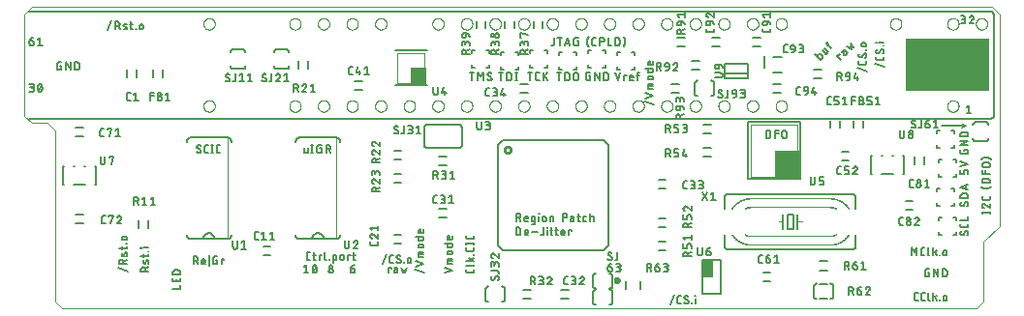
<source format=gto>
G04 EAGLE Gerber RS-274X export*
G75*
%MOMM*%
%FSLAX34Y34*%
%LPD*%
%INseide top*%
%IPPOS*%
%AMOC8*
5,1,8,0,0,1.08239X$1,22.5*%
G01*
%ADD10C,0.000000*%
%ADD11C,0.127000*%
%ADD12C,0.152400*%
%ADD13R,1.397000X1.524000*%
%ADD14R,2.286000X2.540000*%
%ADD15R,7.366000X4.572000*%
%ADD16C,0.304800*%
%ADD17C,0.050800*%
%ADD18C,0.203200*%
%ADD19C,0.254000*%
%ADD20C,0.005078*%
%ADD21C,0.063400*%

G36*
X600730Y27182D02*
X600730Y27182D01*
X600749Y27180D01*
X600851Y27202D01*
X600953Y27219D01*
X600970Y27228D01*
X600990Y27232D01*
X601079Y27285D01*
X601170Y27334D01*
X601184Y27348D01*
X601201Y27358D01*
X601268Y27437D01*
X601340Y27512D01*
X601348Y27530D01*
X601361Y27545D01*
X601400Y27641D01*
X601443Y27735D01*
X601445Y27755D01*
X601453Y27773D01*
X601471Y27940D01*
X601471Y41910D01*
X601468Y41930D01*
X601470Y41949D01*
X601448Y42051D01*
X601432Y42153D01*
X601422Y42170D01*
X601418Y42190D01*
X601365Y42279D01*
X601316Y42370D01*
X601302Y42384D01*
X601292Y42401D01*
X601213Y42468D01*
X601138Y42540D01*
X601120Y42548D01*
X601105Y42561D01*
X601009Y42600D01*
X600915Y42643D01*
X600895Y42645D01*
X600877Y42653D01*
X600710Y42671D01*
X593090Y42671D01*
X593070Y42668D01*
X593051Y42670D01*
X592949Y42648D01*
X592847Y42632D01*
X592830Y42622D01*
X592810Y42618D01*
X592721Y42565D01*
X592630Y42516D01*
X592616Y42502D01*
X592599Y42492D01*
X592532Y42413D01*
X592461Y42338D01*
X592452Y42320D01*
X592439Y42305D01*
X592400Y42209D01*
X592357Y42115D01*
X592355Y42095D01*
X592347Y42077D01*
X592329Y41910D01*
X592329Y27940D01*
X592332Y27920D01*
X592330Y27901D01*
X592352Y27799D01*
X592369Y27697D01*
X592378Y27680D01*
X592382Y27660D01*
X592435Y27571D01*
X592484Y27480D01*
X592498Y27466D01*
X592508Y27449D01*
X592587Y27382D01*
X592662Y27311D01*
X592680Y27302D01*
X592695Y27289D01*
X592791Y27250D01*
X592885Y27207D01*
X592905Y27205D01*
X592923Y27197D01*
X593090Y27179D01*
X600710Y27179D01*
X600730Y27182D01*
G37*
D10*
X0Y168910D02*
X6350Y162560D01*
X20320Y162560D01*
X26670Y156210D01*
X26670Y6350D01*
X33020Y0D01*
X831850Y0D01*
X838200Y6350D01*
X838200Y58420D01*
X852170Y72390D01*
X852170Y257810D01*
X845820Y264160D01*
X6350Y264160D01*
X0Y257810D01*
X0Y168910D01*
D11*
X81915Y35433D02*
X90297Y32385D01*
X89535Y38901D02*
X82677Y38901D01*
X82677Y40806D01*
X82679Y40891D01*
X82685Y40977D01*
X82694Y41062D01*
X82708Y41146D01*
X82725Y41230D01*
X82746Y41313D01*
X82770Y41395D01*
X82798Y41475D01*
X82830Y41555D01*
X82866Y41633D01*
X82904Y41709D01*
X82947Y41783D01*
X82992Y41855D01*
X83041Y41926D01*
X83093Y41994D01*
X83147Y42059D01*
X83205Y42122D01*
X83266Y42183D01*
X83329Y42241D01*
X83394Y42295D01*
X83462Y42347D01*
X83533Y42396D01*
X83605Y42441D01*
X83679Y42484D01*
X83755Y42522D01*
X83833Y42558D01*
X83913Y42590D01*
X83993Y42618D01*
X84075Y42642D01*
X84158Y42663D01*
X84242Y42680D01*
X84326Y42694D01*
X84411Y42703D01*
X84497Y42709D01*
X84582Y42711D01*
X84667Y42709D01*
X84753Y42703D01*
X84838Y42694D01*
X84922Y42680D01*
X85006Y42663D01*
X85089Y42642D01*
X85171Y42618D01*
X85251Y42590D01*
X85331Y42558D01*
X85409Y42522D01*
X85485Y42484D01*
X85559Y42441D01*
X85631Y42396D01*
X85702Y42347D01*
X85770Y42295D01*
X85835Y42241D01*
X85898Y42183D01*
X85959Y42122D01*
X86017Y42059D01*
X86071Y41994D01*
X86123Y41926D01*
X86172Y41855D01*
X86217Y41783D01*
X86260Y41709D01*
X86298Y41633D01*
X86334Y41555D01*
X86366Y41475D01*
X86394Y41395D01*
X86418Y41313D01*
X86439Y41230D01*
X86456Y41146D01*
X86470Y41062D01*
X86479Y40977D01*
X86485Y40891D01*
X86487Y40806D01*
X86487Y38901D01*
X86487Y41187D02*
X89535Y42711D01*
X86868Y46612D02*
X87630Y48517D01*
X86868Y46611D02*
X86843Y46554D01*
X86815Y46499D01*
X86783Y46445D01*
X86748Y46394D01*
X86709Y46345D01*
X86668Y46298D01*
X86624Y46254D01*
X86577Y46213D01*
X86527Y46175D01*
X86475Y46141D01*
X86422Y46109D01*
X86366Y46081D01*
X86309Y46057D01*
X86250Y46036D01*
X86190Y46019D01*
X86129Y46006D01*
X86067Y45997D01*
X86005Y45991D01*
X85943Y45990D01*
X85881Y45993D01*
X85819Y45999D01*
X85757Y46009D01*
X85697Y46023D01*
X85637Y46041D01*
X85578Y46063D01*
X85522Y46088D01*
X85466Y46117D01*
X85413Y46149D01*
X85362Y46185D01*
X85313Y46224D01*
X85267Y46265D01*
X85223Y46310D01*
X85182Y46357D01*
X85145Y46407D01*
X85110Y46459D01*
X85079Y46513D01*
X85052Y46569D01*
X85028Y46626D01*
X85007Y46685D01*
X84991Y46745D01*
X84978Y46806D01*
X84969Y46868D01*
X84964Y46930D01*
X84963Y46992D01*
X84963Y46993D02*
X84967Y47119D01*
X84974Y47245D01*
X84985Y47371D01*
X85000Y47497D01*
X85018Y47622D01*
X85040Y47746D01*
X85066Y47870D01*
X85095Y47993D01*
X85128Y48115D01*
X85164Y48236D01*
X85204Y48355D01*
X85248Y48474D01*
X85294Y48591D01*
X85344Y48707D01*
X87630Y48517D02*
X87655Y48574D01*
X87683Y48629D01*
X87715Y48683D01*
X87750Y48734D01*
X87789Y48783D01*
X87830Y48830D01*
X87874Y48874D01*
X87921Y48915D01*
X87971Y48953D01*
X88023Y48987D01*
X88076Y49019D01*
X88132Y49047D01*
X88189Y49071D01*
X88248Y49092D01*
X88308Y49109D01*
X88369Y49122D01*
X88431Y49131D01*
X88493Y49137D01*
X88555Y49138D01*
X88617Y49135D01*
X88679Y49129D01*
X88741Y49119D01*
X88801Y49105D01*
X88861Y49087D01*
X88920Y49065D01*
X88976Y49040D01*
X89032Y49011D01*
X89085Y48979D01*
X89136Y48943D01*
X89185Y48904D01*
X89231Y48863D01*
X89275Y48818D01*
X89316Y48771D01*
X89353Y48721D01*
X89388Y48669D01*
X89419Y48615D01*
X89446Y48559D01*
X89470Y48502D01*
X89491Y48443D01*
X89507Y48383D01*
X89520Y48322D01*
X89529Y48260D01*
X89534Y48198D01*
X89535Y48136D01*
X89531Y47983D01*
X89524Y47830D01*
X89513Y47678D01*
X89498Y47526D01*
X89479Y47374D01*
X89457Y47223D01*
X89432Y47072D01*
X89403Y46922D01*
X89370Y46773D01*
X89334Y46624D01*
X89294Y46477D01*
X89251Y46330D01*
X89204Y46184D01*
X89154Y46040D01*
X84963Y51698D02*
X84963Y53984D01*
X82677Y52460D02*
X88392Y52460D01*
X88458Y52462D01*
X88525Y52468D01*
X88590Y52477D01*
X88656Y52491D01*
X88720Y52508D01*
X88783Y52529D01*
X88845Y52553D01*
X88905Y52582D01*
X88964Y52613D01*
X89020Y52648D01*
X89075Y52686D01*
X89127Y52727D01*
X89176Y52772D01*
X89223Y52819D01*
X89268Y52868D01*
X89309Y52920D01*
X89347Y52975D01*
X89382Y53032D01*
X89413Y53090D01*
X89442Y53150D01*
X89466Y53212D01*
X89487Y53275D01*
X89504Y53339D01*
X89518Y53405D01*
X89527Y53470D01*
X89533Y53537D01*
X89535Y53603D01*
X89535Y53984D01*
X89535Y56639D02*
X89154Y56639D01*
X89154Y57020D01*
X89535Y57020D01*
X89535Y56639D01*
X88011Y59939D02*
X86487Y59939D01*
X86410Y59941D01*
X86333Y59947D01*
X86256Y59957D01*
X86180Y59970D01*
X86105Y59988D01*
X86031Y60009D01*
X85958Y60034D01*
X85886Y60063D01*
X85816Y60095D01*
X85747Y60130D01*
X85681Y60170D01*
X85616Y60212D01*
X85554Y60258D01*
X85494Y60307D01*
X85437Y60358D01*
X85382Y60413D01*
X85331Y60470D01*
X85282Y60530D01*
X85236Y60592D01*
X85194Y60657D01*
X85154Y60723D01*
X85119Y60792D01*
X85087Y60862D01*
X85058Y60934D01*
X85033Y61007D01*
X85012Y61081D01*
X84994Y61156D01*
X84981Y61232D01*
X84971Y61309D01*
X84965Y61386D01*
X84963Y61463D01*
X84965Y61540D01*
X84971Y61617D01*
X84981Y61694D01*
X84994Y61770D01*
X85012Y61845D01*
X85033Y61919D01*
X85058Y61992D01*
X85087Y62064D01*
X85119Y62134D01*
X85154Y62203D01*
X85194Y62269D01*
X85236Y62334D01*
X85282Y62396D01*
X85331Y62456D01*
X85382Y62513D01*
X85437Y62568D01*
X85494Y62619D01*
X85554Y62668D01*
X85616Y62714D01*
X85681Y62756D01*
X85747Y62796D01*
X85816Y62831D01*
X85886Y62863D01*
X85958Y62892D01*
X86031Y62917D01*
X86105Y62938D01*
X86180Y62956D01*
X86256Y62969D01*
X86333Y62979D01*
X86410Y62985D01*
X86487Y62987D01*
X88011Y62987D01*
X88088Y62985D01*
X88165Y62979D01*
X88242Y62969D01*
X88318Y62956D01*
X88393Y62938D01*
X88467Y62917D01*
X88540Y62892D01*
X88612Y62863D01*
X88682Y62831D01*
X88751Y62796D01*
X88817Y62756D01*
X88882Y62714D01*
X88944Y62668D01*
X89004Y62619D01*
X89061Y62568D01*
X89116Y62513D01*
X89167Y62456D01*
X89216Y62396D01*
X89262Y62334D01*
X89304Y62269D01*
X89344Y62203D01*
X89379Y62134D01*
X89411Y62064D01*
X89440Y61992D01*
X89465Y61919D01*
X89486Y61845D01*
X89504Y61770D01*
X89517Y61694D01*
X89527Y61617D01*
X89533Y61540D01*
X89535Y61463D01*
X89533Y61386D01*
X89527Y61309D01*
X89517Y61232D01*
X89504Y61156D01*
X89486Y61081D01*
X89465Y61007D01*
X89440Y60934D01*
X89411Y60862D01*
X89379Y60792D01*
X89344Y60723D01*
X89304Y60657D01*
X89262Y60592D01*
X89216Y60530D01*
X89167Y60470D01*
X89116Y60413D01*
X89061Y60358D01*
X89004Y60307D01*
X88944Y60258D01*
X88882Y60212D01*
X88817Y60170D01*
X88751Y60130D01*
X88682Y60095D01*
X88612Y60063D01*
X88540Y60034D01*
X88467Y60009D01*
X88393Y59988D01*
X88318Y59970D01*
X88242Y59957D01*
X88165Y59947D01*
X88088Y59941D01*
X88011Y59939D01*
X101727Y32385D02*
X108585Y32385D01*
X101727Y32385D02*
X101727Y34290D01*
X101729Y34375D01*
X101735Y34461D01*
X101744Y34546D01*
X101758Y34630D01*
X101775Y34714D01*
X101796Y34797D01*
X101820Y34879D01*
X101848Y34959D01*
X101880Y35039D01*
X101916Y35117D01*
X101954Y35193D01*
X101997Y35267D01*
X102042Y35339D01*
X102091Y35410D01*
X102143Y35478D01*
X102197Y35543D01*
X102255Y35606D01*
X102316Y35667D01*
X102379Y35725D01*
X102444Y35779D01*
X102512Y35831D01*
X102583Y35880D01*
X102655Y35925D01*
X102729Y35968D01*
X102805Y36006D01*
X102883Y36042D01*
X102963Y36074D01*
X103043Y36102D01*
X103125Y36126D01*
X103208Y36147D01*
X103292Y36164D01*
X103376Y36178D01*
X103461Y36187D01*
X103547Y36193D01*
X103632Y36195D01*
X103717Y36193D01*
X103803Y36187D01*
X103888Y36178D01*
X103972Y36164D01*
X104056Y36147D01*
X104139Y36126D01*
X104221Y36102D01*
X104301Y36074D01*
X104381Y36042D01*
X104459Y36006D01*
X104535Y35968D01*
X104609Y35925D01*
X104681Y35880D01*
X104752Y35831D01*
X104820Y35779D01*
X104885Y35725D01*
X104948Y35667D01*
X105009Y35606D01*
X105067Y35543D01*
X105121Y35478D01*
X105173Y35410D01*
X105222Y35339D01*
X105267Y35267D01*
X105310Y35193D01*
X105348Y35117D01*
X105384Y35039D01*
X105416Y34959D01*
X105444Y34879D01*
X105468Y34797D01*
X105489Y34714D01*
X105506Y34630D01*
X105520Y34546D01*
X105529Y34461D01*
X105535Y34375D01*
X105537Y34290D01*
X105537Y32385D01*
X105537Y34671D02*
X108585Y36195D01*
X105918Y40095D02*
X106680Y42000D01*
X105918Y40095D02*
X105893Y40038D01*
X105865Y39983D01*
X105833Y39929D01*
X105798Y39878D01*
X105759Y39829D01*
X105718Y39782D01*
X105674Y39738D01*
X105627Y39697D01*
X105577Y39659D01*
X105525Y39625D01*
X105472Y39593D01*
X105416Y39565D01*
X105359Y39541D01*
X105300Y39520D01*
X105240Y39503D01*
X105179Y39490D01*
X105117Y39481D01*
X105055Y39475D01*
X104993Y39474D01*
X104931Y39477D01*
X104869Y39483D01*
X104807Y39493D01*
X104747Y39507D01*
X104687Y39525D01*
X104628Y39547D01*
X104572Y39572D01*
X104516Y39601D01*
X104463Y39633D01*
X104412Y39669D01*
X104363Y39708D01*
X104317Y39749D01*
X104273Y39794D01*
X104232Y39841D01*
X104195Y39891D01*
X104160Y39943D01*
X104129Y39997D01*
X104102Y40053D01*
X104078Y40110D01*
X104057Y40169D01*
X104041Y40229D01*
X104028Y40290D01*
X104019Y40352D01*
X104014Y40414D01*
X104013Y40476D01*
X104013Y40477D02*
X104017Y40603D01*
X104024Y40729D01*
X104035Y40855D01*
X104050Y40981D01*
X104068Y41106D01*
X104090Y41230D01*
X104116Y41354D01*
X104145Y41477D01*
X104178Y41599D01*
X104214Y41720D01*
X104254Y41839D01*
X104298Y41958D01*
X104344Y42075D01*
X104394Y42191D01*
X106680Y42001D02*
X106705Y42058D01*
X106733Y42113D01*
X106765Y42167D01*
X106800Y42218D01*
X106839Y42267D01*
X106880Y42314D01*
X106924Y42358D01*
X106971Y42399D01*
X107021Y42437D01*
X107073Y42471D01*
X107126Y42503D01*
X107182Y42531D01*
X107239Y42555D01*
X107298Y42576D01*
X107358Y42593D01*
X107419Y42606D01*
X107481Y42615D01*
X107543Y42621D01*
X107605Y42622D01*
X107667Y42619D01*
X107729Y42613D01*
X107791Y42603D01*
X107851Y42589D01*
X107911Y42571D01*
X107970Y42549D01*
X108026Y42524D01*
X108082Y42495D01*
X108135Y42463D01*
X108186Y42427D01*
X108235Y42388D01*
X108281Y42347D01*
X108325Y42302D01*
X108366Y42255D01*
X108403Y42205D01*
X108438Y42153D01*
X108469Y42099D01*
X108496Y42043D01*
X108520Y41986D01*
X108541Y41927D01*
X108557Y41867D01*
X108570Y41806D01*
X108579Y41744D01*
X108584Y41682D01*
X108585Y41620D01*
X108581Y41467D01*
X108574Y41314D01*
X108563Y41162D01*
X108548Y41010D01*
X108529Y40858D01*
X108507Y40707D01*
X108482Y40556D01*
X108453Y40406D01*
X108420Y40257D01*
X108384Y40108D01*
X108344Y39961D01*
X108301Y39814D01*
X108254Y39668D01*
X108204Y39524D01*
X104013Y45182D02*
X104013Y47468D01*
X101727Y45944D02*
X107442Y45944D01*
X107508Y45946D01*
X107575Y45952D01*
X107640Y45961D01*
X107706Y45975D01*
X107770Y45992D01*
X107833Y46013D01*
X107895Y46037D01*
X107955Y46066D01*
X108014Y46097D01*
X108070Y46132D01*
X108125Y46170D01*
X108177Y46211D01*
X108226Y46256D01*
X108273Y46303D01*
X108318Y46352D01*
X108359Y46404D01*
X108397Y46459D01*
X108432Y46516D01*
X108463Y46574D01*
X108492Y46634D01*
X108516Y46696D01*
X108537Y46759D01*
X108554Y46823D01*
X108568Y46889D01*
X108577Y46954D01*
X108583Y47021D01*
X108585Y47087D01*
X108585Y47468D01*
X108585Y50123D02*
X108204Y50123D01*
X108204Y50504D01*
X108585Y50504D01*
X108585Y50123D01*
X108585Y53240D02*
X104013Y53240D01*
X102108Y53049D02*
X101727Y53049D01*
X101727Y53430D01*
X102108Y53430D01*
X102108Y53049D01*
X73025Y243713D02*
X76073Y252095D01*
X79541Y251333D02*
X79541Y244475D01*
X79541Y251333D02*
X81446Y251333D01*
X81531Y251331D01*
X81617Y251325D01*
X81702Y251316D01*
X81786Y251302D01*
X81870Y251285D01*
X81953Y251264D01*
X82035Y251240D01*
X82115Y251212D01*
X82195Y251180D01*
X82273Y251144D01*
X82349Y251106D01*
X82423Y251063D01*
X82495Y251018D01*
X82566Y250969D01*
X82634Y250917D01*
X82699Y250863D01*
X82762Y250805D01*
X82823Y250744D01*
X82881Y250681D01*
X82935Y250616D01*
X82987Y250548D01*
X83036Y250477D01*
X83081Y250405D01*
X83124Y250331D01*
X83162Y250255D01*
X83198Y250177D01*
X83230Y250097D01*
X83258Y250017D01*
X83282Y249935D01*
X83303Y249852D01*
X83320Y249768D01*
X83334Y249684D01*
X83343Y249599D01*
X83349Y249513D01*
X83351Y249428D01*
X83349Y249343D01*
X83343Y249257D01*
X83334Y249172D01*
X83320Y249088D01*
X83303Y249004D01*
X83282Y248921D01*
X83258Y248839D01*
X83230Y248759D01*
X83198Y248679D01*
X83162Y248601D01*
X83124Y248525D01*
X83081Y248451D01*
X83036Y248379D01*
X82987Y248308D01*
X82935Y248240D01*
X82881Y248175D01*
X82823Y248112D01*
X82762Y248051D01*
X82699Y247993D01*
X82634Y247939D01*
X82566Y247887D01*
X82495Y247838D01*
X82423Y247793D01*
X82349Y247750D01*
X82273Y247712D01*
X82195Y247676D01*
X82115Y247644D01*
X82035Y247616D01*
X81953Y247592D01*
X81870Y247571D01*
X81786Y247554D01*
X81702Y247540D01*
X81617Y247531D01*
X81531Y247525D01*
X81446Y247523D01*
X79541Y247523D01*
X81827Y247523D02*
X83351Y244475D01*
X87252Y247142D02*
X89157Y246380D01*
X87251Y247142D02*
X87194Y247167D01*
X87139Y247195D01*
X87085Y247227D01*
X87034Y247262D01*
X86985Y247301D01*
X86938Y247342D01*
X86894Y247386D01*
X86853Y247433D01*
X86815Y247483D01*
X86781Y247535D01*
X86749Y247588D01*
X86721Y247644D01*
X86697Y247701D01*
X86676Y247760D01*
X86659Y247820D01*
X86646Y247881D01*
X86637Y247943D01*
X86631Y248005D01*
X86630Y248067D01*
X86633Y248129D01*
X86639Y248191D01*
X86649Y248253D01*
X86663Y248313D01*
X86681Y248373D01*
X86703Y248432D01*
X86728Y248488D01*
X86757Y248544D01*
X86789Y248597D01*
X86825Y248648D01*
X86864Y248697D01*
X86905Y248743D01*
X86950Y248787D01*
X86997Y248828D01*
X87047Y248865D01*
X87099Y248900D01*
X87153Y248931D01*
X87209Y248958D01*
X87266Y248982D01*
X87325Y249003D01*
X87385Y249019D01*
X87446Y249032D01*
X87508Y249041D01*
X87570Y249046D01*
X87632Y249047D01*
X87633Y249047D02*
X87759Y249043D01*
X87885Y249036D01*
X88011Y249025D01*
X88137Y249010D01*
X88262Y248992D01*
X88386Y248970D01*
X88510Y248944D01*
X88633Y248915D01*
X88755Y248882D01*
X88876Y248846D01*
X88995Y248806D01*
X89114Y248762D01*
X89231Y248716D01*
X89347Y248666D01*
X89157Y246380D02*
X89214Y246355D01*
X89269Y246327D01*
X89323Y246295D01*
X89374Y246260D01*
X89423Y246221D01*
X89470Y246180D01*
X89514Y246136D01*
X89555Y246089D01*
X89593Y246039D01*
X89627Y245987D01*
X89659Y245934D01*
X89687Y245878D01*
X89711Y245821D01*
X89732Y245762D01*
X89749Y245702D01*
X89762Y245641D01*
X89771Y245579D01*
X89777Y245517D01*
X89778Y245455D01*
X89775Y245393D01*
X89769Y245331D01*
X89759Y245269D01*
X89745Y245209D01*
X89727Y245149D01*
X89705Y245090D01*
X89680Y245034D01*
X89651Y244978D01*
X89619Y244925D01*
X89583Y244874D01*
X89544Y244825D01*
X89503Y244779D01*
X89458Y244735D01*
X89411Y244694D01*
X89361Y244657D01*
X89309Y244622D01*
X89255Y244591D01*
X89199Y244564D01*
X89142Y244540D01*
X89083Y244519D01*
X89023Y244503D01*
X88962Y244490D01*
X88900Y244481D01*
X88838Y244476D01*
X88776Y244475D01*
X88623Y244479D01*
X88470Y244486D01*
X88318Y244497D01*
X88166Y244512D01*
X88014Y244531D01*
X87863Y244553D01*
X87712Y244578D01*
X87562Y244607D01*
X87413Y244640D01*
X87264Y244676D01*
X87117Y244716D01*
X86970Y244759D01*
X86824Y244806D01*
X86680Y244856D01*
X92338Y249047D02*
X94624Y249047D01*
X93100Y251333D02*
X93100Y245618D01*
X93102Y245552D01*
X93108Y245485D01*
X93117Y245420D01*
X93131Y245354D01*
X93148Y245290D01*
X93169Y245227D01*
X93193Y245165D01*
X93222Y245105D01*
X93253Y245047D01*
X93288Y244990D01*
X93326Y244935D01*
X93367Y244883D01*
X93412Y244834D01*
X93459Y244787D01*
X93508Y244742D01*
X93560Y244701D01*
X93615Y244663D01*
X93672Y244628D01*
X93730Y244597D01*
X93790Y244568D01*
X93852Y244544D01*
X93915Y244523D01*
X93979Y244506D01*
X94045Y244492D01*
X94110Y244483D01*
X94177Y244477D01*
X94243Y244475D01*
X94624Y244475D01*
X97279Y244475D02*
X97279Y244856D01*
X97660Y244856D01*
X97660Y244475D01*
X97279Y244475D01*
X100579Y245999D02*
X100579Y247523D01*
X100581Y247600D01*
X100587Y247677D01*
X100597Y247754D01*
X100610Y247830D01*
X100628Y247905D01*
X100649Y247979D01*
X100674Y248052D01*
X100703Y248124D01*
X100735Y248194D01*
X100770Y248263D01*
X100810Y248329D01*
X100852Y248394D01*
X100898Y248456D01*
X100947Y248516D01*
X100998Y248573D01*
X101053Y248628D01*
X101110Y248679D01*
X101170Y248728D01*
X101232Y248774D01*
X101297Y248816D01*
X101363Y248856D01*
X101432Y248891D01*
X101502Y248923D01*
X101574Y248952D01*
X101647Y248977D01*
X101721Y248998D01*
X101796Y249016D01*
X101872Y249029D01*
X101949Y249039D01*
X102026Y249045D01*
X102103Y249047D01*
X102180Y249045D01*
X102257Y249039D01*
X102334Y249029D01*
X102410Y249016D01*
X102485Y248998D01*
X102559Y248977D01*
X102632Y248952D01*
X102704Y248923D01*
X102774Y248891D01*
X102843Y248856D01*
X102909Y248816D01*
X102974Y248774D01*
X103036Y248728D01*
X103096Y248679D01*
X103153Y248628D01*
X103208Y248573D01*
X103259Y248516D01*
X103308Y248456D01*
X103354Y248394D01*
X103396Y248329D01*
X103436Y248263D01*
X103471Y248194D01*
X103503Y248124D01*
X103532Y248052D01*
X103557Y247979D01*
X103578Y247905D01*
X103596Y247830D01*
X103609Y247754D01*
X103619Y247677D01*
X103625Y247600D01*
X103627Y247523D01*
X103627Y245999D01*
X103625Y245922D01*
X103619Y245845D01*
X103609Y245768D01*
X103596Y245692D01*
X103578Y245617D01*
X103557Y245543D01*
X103532Y245470D01*
X103503Y245398D01*
X103471Y245328D01*
X103436Y245259D01*
X103396Y245193D01*
X103354Y245128D01*
X103308Y245066D01*
X103259Y245006D01*
X103208Y244949D01*
X103153Y244894D01*
X103096Y244843D01*
X103036Y244794D01*
X102974Y244748D01*
X102909Y244706D01*
X102843Y244666D01*
X102774Y244631D01*
X102704Y244599D01*
X102632Y244570D01*
X102559Y244545D01*
X102485Y244524D01*
X102410Y244506D01*
X102334Y244493D01*
X102257Y244483D01*
X102180Y244477D01*
X102103Y244475D01*
X102026Y244477D01*
X101949Y244483D01*
X101872Y244493D01*
X101796Y244506D01*
X101721Y244524D01*
X101647Y244545D01*
X101574Y244570D01*
X101502Y244599D01*
X101432Y244631D01*
X101363Y244666D01*
X101297Y244706D01*
X101232Y244748D01*
X101170Y244794D01*
X101110Y244843D01*
X101053Y244894D01*
X100998Y244949D01*
X100947Y245006D01*
X100898Y245066D01*
X100852Y245128D01*
X100810Y245193D01*
X100770Y245259D01*
X100735Y245328D01*
X100703Y245398D01*
X100674Y245470D01*
X100649Y245543D01*
X100628Y245617D01*
X100610Y245692D01*
X100597Y245768D01*
X100587Y245845D01*
X100581Y245922D01*
X100579Y245999D01*
X154305Y138049D02*
X154303Y137972D01*
X154297Y137895D01*
X154287Y137818D01*
X154274Y137742D01*
X154256Y137667D01*
X154235Y137593D01*
X154210Y137520D01*
X154181Y137448D01*
X154149Y137378D01*
X154114Y137309D01*
X154074Y137243D01*
X154032Y137178D01*
X153986Y137116D01*
X153937Y137056D01*
X153886Y136999D01*
X153831Y136944D01*
X153774Y136893D01*
X153714Y136844D01*
X153652Y136798D01*
X153587Y136756D01*
X153521Y136716D01*
X153452Y136681D01*
X153382Y136649D01*
X153310Y136620D01*
X153237Y136595D01*
X153163Y136574D01*
X153088Y136556D01*
X153012Y136543D01*
X152935Y136533D01*
X152858Y136527D01*
X152781Y136525D01*
X152671Y136527D01*
X152560Y136533D01*
X152450Y136542D01*
X152340Y136555D01*
X152231Y136572D01*
X152123Y136593D01*
X152015Y136617D01*
X151908Y136646D01*
X151802Y136677D01*
X151698Y136713D01*
X151594Y136752D01*
X151492Y136794D01*
X151392Y136840D01*
X151293Y136890D01*
X151196Y136942D01*
X151100Y136999D01*
X151007Y137058D01*
X150916Y137120D01*
X150827Y137186D01*
X150740Y137254D01*
X150656Y137326D01*
X150574Y137400D01*
X150495Y137477D01*
X150686Y141859D02*
X150688Y141936D01*
X150694Y142013D01*
X150704Y142090D01*
X150717Y142166D01*
X150735Y142241D01*
X150756Y142315D01*
X150781Y142388D01*
X150810Y142460D01*
X150842Y142530D01*
X150877Y142599D01*
X150917Y142665D01*
X150959Y142730D01*
X151005Y142792D01*
X151054Y142852D01*
X151105Y142909D01*
X151160Y142964D01*
X151217Y143015D01*
X151277Y143064D01*
X151339Y143110D01*
X151404Y143152D01*
X151470Y143192D01*
X151539Y143227D01*
X151609Y143259D01*
X151681Y143288D01*
X151754Y143313D01*
X151828Y143334D01*
X151903Y143352D01*
X151979Y143365D01*
X152056Y143375D01*
X152133Y143381D01*
X152210Y143383D01*
X152210Y143384D02*
X152312Y143382D01*
X152414Y143377D01*
X152516Y143368D01*
X152617Y143355D01*
X152718Y143338D01*
X152818Y143319D01*
X152918Y143295D01*
X153016Y143268D01*
X153114Y143237D01*
X153210Y143203D01*
X153305Y143166D01*
X153399Y143125D01*
X153491Y143081D01*
X153581Y143033D01*
X153670Y142983D01*
X153757Y142929D01*
X153842Y142872D01*
X153925Y142812D01*
X151447Y140525D02*
X151382Y140566D01*
X151319Y140609D01*
X151259Y140656D01*
X151200Y140706D01*
X151145Y140758D01*
X151092Y140813D01*
X151041Y140871D01*
X150994Y140931D01*
X150950Y140994D01*
X150908Y141058D01*
X150870Y141124D01*
X150836Y141193D01*
X150805Y141263D01*
X150777Y141334D01*
X150753Y141406D01*
X150732Y141480D01*
X150715Y141555D01*
X150702Y141630D01*
X150693Y141706D01*
X150687Y141782D01*
X150685Y141859D01*
X153543Y139383D02*
X153608Y139342D01*
X153671Y139299D01*
X153731Y139252D01*
X153790Y139202D01*
X153845Y139150D01*
X153898Y139095D01*
X153949Y139037D01*
X153996Y138977D01*
X154040Y138914D01*
X154082Y138850D01*
X154120Y138784D01*
X154154Y138715D01*
X154185Y138645D01*
X154213Y138574D01*
X154237Y138502D01*
X154258Y138428D01*
X154275Y138353D01*
X154288Y138278D01*
X154297Y138202D01*
X154303Y138126D01*
X154305Y138049D01*
X153543Y139383D02*
X151448Y140526D01*
X159059Y136525D02*
X160583Y136525D01*
X159059Y136525D02*
X158982Y136527D01*
X158905Y136533D01*
X158828Y136543D01*
X158752Y136556D01*
X158677Y136574D01*
X158603Y136595D01*
X158530Y136620D01*
X158458Y136649D01*
X158388Y136681D01*
X158319Y136716D01*
X158253Y136756D01*
X158188Y136798D01*
X158126Y136844D01*
X158066Y136893D01*
X158009Y136944D01*
X157954Y136999D01*
X157903Y137056D01*
X157854Y137116D01*
X157808Y137178D01*
X157766Y137243D01*
X157726Y137309D01*
X157691Y137378D01*
X157659Y137448D01*
X157630Y137520D01*
X157605Y137593D01*
X157584Y137667D01*
X157566Y137742D01*
X157553Y137818D01*
X157543Y137895D01*
X157537Y137972D01*
X157535Y138049D01*
X157535Y141859D01*
X157537Y141936D01*
X157543Y142013D01*
X157553Y142090D01*
X157566Y142166D01*
X157584Y142241D01*
X157605Y142315D01*
X157630Y142388D01*
X157659Y142460D01*
X157691Y142530D01*
X157726Y142599D01*
X157766Y142665D01*
X157808Y142730D01*
X157854Y142792D01*
X157903Y142852D01*
X157954Y142909D01*
X158009Y142964D01*
X158066Y143015D01*
X158126Y143064D01*
X158188Y143110D01*
X158253Y143152D01*
X158319Y143192D01*
X158388Y143227D01*
X158458Y143259D01*
X158530Y143288D01*
X158603Y143313D01*
X158677Y143334D01*
X158752Y143352D01*
X158828Y143365D01*
X158905Y143375D01*
X158982Y143381D01*
X159059Y143383D01*
X160583Y143383D01*
X164104Y143383D02*
X164104Y136525D01*
X163342Y136525D02*
X164866Y136525D01*
X164866Y143383D02*
X163342Y143383D01*
X169544Y136525D02*
X171068Y136525D01*
X169544Y136525D02*
X169467Y136527D01*
X169390Y136533D01*
X169313Y136543D01*
X169237Y136556D01*
X169162Y136574D01*
X169088Y136595D01*
X169015Y136620D01*
X168943Y136649D01*
X168873Y136681D01*
X168804Y136716D01*
X168738Y136756D01*
X168673Y136798D01*
X168611Y136844D01*
X168551Y136893D01*
X168494Y136944D01*
X168439Y136999D01*
X168388Y137056D01*
X168339Y137116D01*
X168293Y137178D01*
X168251Y137243D01*
X168211Y137309D01*
X168176Y137378D01*
X168144Y137448D01*
X168115Y137520D01*
X168090Y137593D01*
X168069Y137667D01*
X168051Y137742D01*
X168038Y137818D01*
X168028Y137895D01*
X168022Y137972D01*
X168020Y138049D01*
X168020Y141859D01*
X168022Y141936D01*
X168028Y142013D01*
X168038Y142090D01*
X168051Y142166D01*
X168069Y142241D01*
X168090Y142315D01*
X168115Y142388D01*
X168144Y142460D01*
X168176Y142530D01*
X168211Y142599D01*
X168251Y142665D01*
X168293Y142730D01*
X168339Y142792D01*
X168388Y142852D01*
X168439Y142909D01*
X168494Y142964D01*
X168551Y143015D01*
X168611Y143064D01*
X168673Y143110D01*
X168738Y143152D01*
X168804Y143192D01*
X168873Y143227D01*
X168943Y143259D01*
X169015Y143288D01*
X169088Y143313D01*
X169162Y143334D01*
X169237Y143352D01*
X169313Y143365D01*
X169390Y143375D01*
X169467Y143381D01*
X169544Y143383D01*
X171068Y143383D01*
X244475Y141097D02*
X244475Y137668D01*
X244477Y137602D01*
X244483Y137535D01*
X244492Y137470D01*
X244506Y137404D01*
X244523Y137340D01*
X244544Y137277D01*
X244568Y137215D01*
X244597Y137155D01*
X244628Y137097D01*
X244663Y137040D01*
X244701Y136985D01*
X244742Y136933D01*
X244787Y136884D01*
X244834Y136837D01*
X244883Y136792D01*
X244935Y136751D01*
X244990Y136713D01*
X245047Y136678D01*
X245105Y136647D01*
X245165Y136618D01*
X245227Y136594D01*
X245290Y136573D01*
X245354Y136556D01*
X245420Y136542D01*
X245485Y136533D01*
X245552Y136527D01*
X245618Y136525D01*
X247523Y136525D01*
X247523Y141097D01*
X251607Y143383D02*
X251607Y136525D01*
X250845Y136525D02*
X252369Y136525D01*
X252369Y143383D02*
X250845Y143383D01*
X258465Y140335D02*
X259608Y140335D01*
X259608Y136525D01*
X257322Y136525D01*
X257245Y136527D01*
X257168Y136533D01*
X257091Y136543D01*
X257015Y136556D01*
X256940Y136574D01*
X256866Y136595D01*
X256793Y136620D01*
X256721Y136649D01*
X256651Y136681D01*
X256582Y136716D01*
X256516Y136756D01*
X256451Y136798D01*
X256389Y136844D01*
X256329Y136893D01*
X256272Y136944D01*
X256217Y136999D01*
X256166Y137056D01*
X256117Y137116D01*
X256071Y137178D01*
X256029Y137243D01*
X255989Y137309D01*
X255954Y137378D01*
X255922Y137448D01*
X255893Y137520D01*
X255868Y137593D01*
X255847Y137667D01*
X255829Y137742D01*
X255816Y137818D01*
X255806Y137895D01*
X255800Y137972D01*
X255798Y138049D01*
X255798Y141859D01*
X255800Y141936D01*
X255806Y142013D01*
X255816Y142090D01*
X255829Y142166D01*
X255847Y142241D01*
X255868Y142315D01*
X255893Y142388D01*
X255922Y142460D01*
X255954Y142530D01*
X255989Y142599D01*
X256029Y142665D01*
X256071Y142730D01*
X256117Y142792D01*
X256166Y142852D01*
X256217Y142909D01*
X256272Y142964D01*
X256329Y143015D01*
X256389Y143064D01*
X256451Y143110D01*
X256516Y143152D01*
X256582Y143192D01*
X256651Y143227D01*
X256721Y143259D01*
X256793Y143288D01*
X256866Y143313D01*
X256940Y143334D01*
X257015Y143352D01*
X257091Y143365D01*
X257168Y143375D01*
X257245Y143381D01*
X257322Y143383D01*
X259608Y143383D01*
X263671Y143383D02*
X263671Y136525D01*
X263671Y143383D02*
X265576Y143383D01*
X265661Y143381D01*
X265747Y143375D01*
X265832Y143366D01*
X265916Y143352D01*
X266000Y143335D01*
X266083Y143314D01*
X266165Y143290D01*
X266245Y143262D01*
X266325Y143230D01*
X266403Y143194D01*
X266479Y143156D01*
X266553Y143113D01*
X266625Y143068D01*
X266696Y143019D01*
X266764Y142967D01*
X266829Y142913D01*
X266892Y142855D01*
X266953Y142794D01*
X267011Y142731D01*
X267065Y142666D01*
X267117Y142598D01*
X267166Y142527D01*
X267211Y142455D01*
X267254Y142381D01*
X267292Y142305D01*
X267328Y142227D01*
X267360Y142147D01*
X267388Y142067D01*
X267412Y141985D01*
X267433Y141902D01*
X267450Y141818D01*
X267464Y141734D01*
X267473Y141649D01*
X267479Y141563D01*
X267481Y141478D01*
X267479Y141393D01*
X267473Y141307D01*
X267464Y141222D01*
X267450Y141138D01*
X267433Y141054D01*
X267412Y140971D01*
X267388Y140889D01*
X267360Y140809D01*
X267328Y140729D01*
X267292Y140651D01*
X267254Y140575D01*
X267211Y140501D01*
X267166Y140429D01*
X267117Y140358D01*
X267065Y140290D01*
X267011Y140225D01*
X266953Y140162D01*
X266892Y140101D01*
X266829Y140043D01*
X266764Y139989D01*
X266696Y139937D01*
X266625Y139888D01*
X266553Y139843D01*
X266479Y139800D01*
X266403Y139762D01*
X266325Y139726D01*
X266245Y139694D01*
X266165Y139666D01*
X266083Y139642D01*
X266000Y139621D01*
X265916Y139604D01*
X265832Y139590D01*
X265747Y139581D01*
X265661Y139575D01*
X265576Y139573D01*
X263671Y139573D01*
X265957Y139573D02*
X267481Y136525D01*
X147890Y45593D02*
X147890Y38735D01*
X147890Y45593D02*
X149795Y45593D01*
X149880Y45591D01*
X149966Y45585D01*
X150051Y45576D01*
X150135Y45562D01*
X150219Y45545D01*
X150302Y45524D01*
X150384Y45500D01*
X150464Y45472D01*
X150544Y45440D01*
X150622Y45404D01*
X150698Y45366D01*
X150772Y45323D01*
X150844Y45278D01*
X150915Y45229D01*
X150983Y45177D01*
X151048Y45123D01*
X151111Y45065D01*
X151172Y45004D01*
X151230Y44941D01*
X151284Y44876D01*
X151336Y44808D01*
X151385Y44737D01*
X151430Y44665D01*
X151473Y44591D01*
X151511Y44515D01*
X151547Y44437D01*
X151579Y44357D01*
X151607Y44277D01*
X151631Y44195D01*
X151652Y44112D01*
X151669Y44028D01*
X151683Y43944D01*
X151692Y43859D01*
X151698Y43773D01*
X151700Y43688D01*
X151698Y43603D01*
X151692Y43517D01*
X151683Y43432D01*
X151669Y43348D01*
X151652Y43264D01*
X151631Y43181D01*
X151607Y43099D01*
X151579Y43019D01*
X151547Y42939D01*
X151511Y42861D01*
X151473Y42785D01*
X151430Y42711D01*
X151385Y42639D01*
X151336Y42568D01*
X151284Y42500D01*
X151230Y42435D01*
X151172Y42372D01*
X151111Y42311D01*
X151048Y42253D01*
X150983Y42199D01*
X150915Y42147D01*
X150844Y42098D01*
X150772Y42053D01*
X150698Y42010D01*
X150622Y41972D01*
X150544Y41936D01*
X150464Y41904D01*
X150384Y41876D01*
X150302Y41852D01*
X150219Y41831D01*
X150135Y41814D01*
X150051Y41800D01*
X149966Y41791D01*
X149880Y41785D01*
X149795Y41783D01*
X147890Y41783D01*
X150176Y41783D02*
X151700Y38735D01*
X156172Y38735D02*
X158077Y38735D01*
X156172Y38735D02*
X156106Y38737D01*
X156039Y38743D01*
X155974Y38752D01*
X155908Y38766D01*
X155844Y38783D01*
X155781Y38804D01*
X155719Y38828D01*
X155659Y38857D01*
X155601Y38888D01*
X155544Y38923D01*
X155489Y38961D01*
X155437Y39002D01*
X155388Y39047D01*
X155341Y39094D01*
X155296Y39143D01*
X155255Y39195D01*
X155217Y39250D01*
X155182Y39307D01*
X155151Y39365D01*
X155122Y39425D01*
X155098Y39487D01*
X155077Y39550D01*
X155060Y39614D01*
X155046Y39680D01*
X155037Y39745D01*
X155031Y39812D01*
X155029Y39878D01*
X155029Y41783D01*
X155031Y41860D01*
X155037Y41937D01*
X155047Y42014D01*
X155060Y42090D01*
X155078Y42165D01*
X155099Y42239D01*
X155124Y42312D01*
X155153Y42384D01*
X155185Y42454D01*
X155220Y42523D01*
X155260Y42589D01*
X155302Y42654D01*
X155348Y42716D01*
X155397Y42776D01*
X155448Y42833D01*
X155503Y42888D01*
X155560Y42939D01*
X155620Y42988D01*
X155682Y43034D01*
X155747Y43076D01*
X155813Y43116D01*
X155882Y43151D01*
X155952Y43183D01*
X156024Y43212D01*
X156097Y43237D01*
X156171Y43258D01*
X156246Y43276D01*
X156322Y43289D01*
X156399Y43299D01*
X156476Y43305D01*
X156553Y43307D01*
X156630Y43305D01*
X156707Y43299D01*
X156784Y43289D01*
X156860Y43276D01*
X156935Y43258D01*
X157009Y43237D01*
X157082Y43212D01*
X157154Y43183D01*
X157224Y43151D01*
X157293Y43116D01*
X157359Y43076D01*
X157424Y43034D01*
X157486Y42988D01*
X157546Y42939D01*
X157603Y42888D01*
X157658Y42833D01*
X157709Y42776D01*
X157758Y42716D01*
X157804Y42654D01*
X157846Y42589D01*
X157886Y42523D01*
X157921Y42454D01*
X157953Y42384D01*
X157982Y42312D01*
X158007Y42239D01*
X158028Y42165D01*
X158046Y42090D01*
X158059Y42014D01*
X158069Y41937D01*
X158075Y41860D01*
X158077Y41783D01*
X158077Y41021D01*
X155029Y41021D01*
X161186Y37592D02*
X161186Y46736D01*
X167312Y42545D02*
X168455Y42545D01*
X168455Y38735D01*
X166169Y38735D01*
X166092Y38737D01*
X166015Y38743D01*
X165938Y38753D01*
X165862Y38766D01*
X165787Y38784D01*
X165713Y38805D01*
X165640Y38830D01*
X165568Y38859D01*
X165498Y38891D01*
X165429Y38926D01*
X165363Y38966D01*
X165298Y39008D01*
X165236Y39054D01*
X165176Y39103D01*
X165119Y39154D01*
X165064Y39209D01*
X165013Y39266D01*
X164964Y39326D01*
X164918Y39388D01*
X164876Y39453D01*
X164836Y39519D01*
X164801Y39588D01*
X164769Y39658D01*
X164740Y39730D01*
X164715Y39803D01*
X164694Y39877D01*
X164676Y39952D01*
X164663Y40028D01*
X164653Y40105D01*
X164647Y40182D01*
X164645Y40259D01*
X164645Y44069D01*
X164647Y44146D01*
X164653Y44223D01*
X164663Y44300D01*
X164676Y44376D01*
X164694Y44451D01*
X164715Y44525D01*
X164740Y44598D01*
X164769Y44670D01*
X164801Y44740D01*
X164836Y44809D01*
X164876Y44875D01*
X164918Y44940D01*
X164964Y45002D01*
X165013Y45062D01*
X165064Y45119D01*
X165119Y45174D01*
X165176Y45225D01*
X165236Y45274D01*
X165298Y45320D01*
X165363Y45362D01*
X165429Y45402D01*
X165498Y45437D01*
X165568Y45469D01*
X165640Y45498D01*
X165713Y45523D01*
X165787Y45544D01*
X165862Y45562D01*
X165938Y45575D01*
X166015Y45585D01*
X166092Y45591D01*
X166169Y45593D01*
X168455Y45593D01*
X172404Y43307D02*
X172404Y38735D01*
X172404Y43307D02*
X174690Y43307D01*
X174690Y42545D01*
X248369Y42545D02*
X249893Y42545D01*
X248369Y42545D02*
X248292Y42547D01*
X248215Y42553D01*
X248138Y42563D01*
X248062Y42576D01*
X247987Y42594D01*
X247913Y42615D01*
X247840Y42640D01*
X247768Y42669D01*
X247698Y42701D01*
X247629Y42736D01*
X247563Y42776D01*
X247498Y42818D01*
X247436Y42864D01*
X247376Y42913D01*
X247319Y42964D01*
X247264Y43019D01*
X247213Y43076D01*
X247164Y43136D01*
X247118Y43198D01*
X247076Y43263D01*
X247036Y43329D01*
X247001Y43398D01*
X246969Y43468D01*
X246940Y43540D01*
X246915Y43613D01*
X246894Y43687D01*
X246876Y43762D01*
X246863Y43838D01*
X246853Y43915D01*
X246847Y43992D01*
X246845Y44069D01*
X246845Y47879D01*
X246847Y47956D01*
X246853Y48033D01*
X246863Y48110D01*
X246876Y48186D01*
X246894Y48261D01*
X246915Y48335D01*
X246940Y48408D01*
X246969Y48480D01*
X247001Y48550D01*
X247036Y48619D01*
X247076Y48685D01*
X247118Y48750D01*
X247164Y48812D01*
X247213Y48872D01*
X247264Y48929D01*
X247319Y48984D01*
X247376Y49035D01*
X247436Y49084D01*
X247498Y49130D01*
X247563Y49172D01*
X247629Y49212D01*
X247698Y49247D01*
X247768Y49279D01*
X247840Y49308D01*
X247913Y49333D01*
X247987Y49354D01*
X248062Y49372D01*
X248138Y49385D01*
X248215Y49395D01*
X248292Y49401D01*
X248369Y49403D01*
X249893Y49403D01*
X252184Y47117D02*
X254470Y47117D01*
X252946Y49403D02*
X252946Y43688D01*
X252948Y43622D01*
X252954Y43555D01*
X252963Y43490D01*
X252977Y43424D01*
X252994Y43360D01*
X253015Y43297D01*
X253039Y43235D01*
X253068Y43175D01*
X253099Y43117D01*
X253134Y43060D01*
X253172Y43005D01*
X253213Y42953D01*
X253258Y42904D01*
X253305Y42857D01*
X253354Y42812D01*
X253406Y42771D01*
X253461Y42733D01*
X253518Y42698D01*
X253576Y42667D01*
X253636Y42638D01*
X253698Y42614D01*
X253761Y42593D01*
X253825Y42576D01*
X253891Y42562D01*
X253956Y42553D01*
X254023Y42547D01*
X254089Y42545D01*
X254470Y42545D01*
X257805Y42545D02*
X257805Y47117D01*
X260091Y47117D01*
X260091Y46355D01*
X262644Y43688D02*
X262644Y49403D01*
X262644Y43688D02*
X262646Y43622D01*
X262652Y43555D01*
X262661Y43490D01*
X262675Y43424D01*
X262692Y43360D01*
X262713Y43297D01*
X262737Y43235D01*
X262766Y43175D01*
X262797Y43117D01*
X262832Y43060D01*
X262870Y43005D01*
X262911Y42953D01*
X262956Y42904D01*
X263003Y42857D01*
X263052Y42812D01*
X263104Y42771D01*
X263159Y42733D01*
X263216Y42698D01*
X263274Y42667D01*
X263334Y42638D01*
X263396Y42614D01*
X263459Y42593D01*
X263523Y42576D01*
X263589Y42562D01*
X263654Y42553D01*
X263721Y42547D01*
X263787Y42545D01*
X266147Y42545D02*
X266147Y42926D01*
X266528Y42926D01*
X266528Y42545D01*
X266147Y42545D01*
X269746Y40259D02*
X269746Y47117D01*
X271651Y47117D01*
X271717Y47115D01*
X271784Y47109D01*
X271849Y47100D01*
X271915Y47086D01*
X271979Y47069D01*
X272042Y47048D01*
X272104Y47024D01*
X272164Y46995D01*
X272223Y46964D01*
X272279Y46929D01*
X272334Y46891D01*
X272386Y46850D01*
X272435Y46805D01*
X272482Y46758D01*
X272527Y46709D01*
X272568Y46657D01*
X272606Y46602D01*
X272641Y46546D01*
X272672Y46487D01*
X272701Y46427D01*
X272725Y46365D01*
X272746Y46302D01*
X272763Y46238D01*
X272777Y46172D01*
X272786Y46107D01*
X272792Y46040D01*
X272794Y45974D01*
X272794Y43688D01*
X272792Y43622D01*
X272786Y43555D01*
X272777Y43490D01*
X272763Y43424D01*
X272746Y43360D01*
X272725Y43297D01*
X272701Y43235D01*
X272672Y43175D01*
X272641Y43117D01*
X272606Y43060D01*
X272568Y43005D01*
X272527Y42953D01*
X272482Y42904D01*
X272435Y42857D01*
X272386Y42812D01*
X272334Y42771D01*
X272279Y42733D01*
X272223Y42698D01*
X272164Y42667D01*
X272104Y42638D01*
X272042Y42614D01*
X271979Y42593D01*
X271915Y42576D01*
X271849Y42562D01*
X271784Y42553D01*
X271717Y42547D01*
X271651Y42545D01*
X269746Y42545D01*
X276030Y44069D02*
X276030Y45593D01*
X276032Y45670D01*
X276038Y45747D01*
X276048Y45824D01*
X276061Y45900D01*
X276079Y45975D01*
X276100Y46049D01*
X276125Y46122D01*
X276154Y46194D01*
X276186Y46264D01*
X276221Y46333D01*
X276261Y46399D01*
X276303Y46464D01*
X276349Y46526D01*
X276398Y46586D01*
X276449Y46643D01*
X276504Y46698D01*
X276561Y46749D01*
X276621Y46798D01*
X276683Y46844D01*
X276748Y46886D01*
X276814Y46926D01*
X276883Y46961D01*
X276953Y46993D01*
X277025Y47022D01*
X277098Y47047D01*
X277172Y47068D01*
X277247Y47086D01*
X277323Y47099D01*
X277400Y47109D01*
X277477Y47115D01*
X277554Y47117D01*
X277631Y47115D01*
X277708Y47109D01*
X277785Y47099D01*
X277861Y47086D01*
X277936Y47068D01*
X278010Y47047D01*
X278083Y47022D01*
X278155Y46993D01*
X278225Y46961D01*
X278294Y46926D01*
X278360Y46886D01*
X278425Y46844D01*
X278487Y46798D01*
X278547Y46749D01*
X278604Y46698D01*
X278659Y46643D01*
X278710Y46586D01*
X278759Y46526D01*
X278805Y46464D01*
X278847Y46399D01*
X278887Y46333D01*
X278922Y46264D01*
X278954Y46194D01*
X278983Y46122D01*
X279008Y46049D01*
X279029Y45975D01*
X279047Y45900D01*
X279060Y45824D01*
X279070Y45747D01*
X279076Y45670D01*
X279078Y45593D01*
X279078Y44069D01*
X279076Y43992D01*
X279070Y43915D01*
X279060Y43838D01*
X279047Y43762D01*
X279029Y43687D01*
X279008Y43613D01*
X278983Y43540D01*
X278954Y43468D01*
X278922Y43398D01*
X278887Y43329D01*
X278847Y43263D01*
X278805Y43198D01*
X278759Y43136D01*
X278710Y43076D01*
X278659Y43019D01*
X278604Y42964D01*
X278547Y42913D01*
X278487Y42864D01*
X278425Y42818D01*
X278360Y42776D01*
X278294Y42736D01*
X278225Y42701D01*
X278155Y42669D01*
X278083Y42640D01*
X278010Y42615D01*
X277936Y42594D01*
X277861Y42576D01*
X277785Y42563D01*
X277708Y42553D01*
X277631Y42547D01*
X277554Y42545D01*
X277477Y42547D01*
X277400Y42553D01*
X277323Y42563D01*
X277247Y42576D01*
X277172Y42594D01*
X277098Y42615D01*
X277025Y42640D01*
X276953Y42669D01*
X276883Y42701D01*
X276814Y42736D01*
X276748Y42776D01*
X276683Y42818D01*
X276621Y42864D01*
X276561Y42913D01*
X276504Y42964D01*
X276449Y43019D01*
X276398Y43076D01*
X276349Y43136D01*
X276303Y43198D01*
X276261Y43263D01*
X276221Y43329D01*
X276186Y43398D01*
X276154Y43468D01*
X276125Y43540D01*
X276100Y43613D01*
X276079Y43687D01*
X276061Y43762D01*
X276048Y43838D01*
X276038Y43915D01*
X276032Y43992D01*
X276030Y44069D01*
X282677Y42545D02*
X282677Y47117D01*
X284963Y47117D01*
X284963Y46355D01*
X286809Y47117D02*
X289095Y47117D01*
X287571Y49403D02*
X287571Y43688D01*
X287573Y43622D01*
X287579Y43555D01*
X287588Y43490D01*
X287602Y43424D01*
X287619Y43360D01*
X287640Y43297D01*
X287664Y43235D01*
X287693Y43175D01*
X287724Y43117D01*
X287759Y43060D01*
X287797Y43005D01*
X287838Y42953D01*
X287883Y42904D01*
X287930Y42857D01*
X287979Y42812D01*
X288031Y42771D01*
X288086Y42733D01*
X288143Y42698D01*
X288201Y42667D01*
X288261Y42638D01*
X288323Y42614D01*
X288386Y42593D01*
X288450Y42576D01*
X288516Y42562D01*
X288581Y42553D01*
X288648Y42547D01*
X288714Y42545D01*
X289095Y42545D01*
X246380Y37973D02*
X244475Y36449D01*
X246380Y37973D02*
X246380Y31115D01*
X244475Y31115D02*
X248285Y31115D01*
X251790Y34544D02*
X251792Y34686D01*
X251797Y34829D01*
X251806Y34971D01*
X251819Y35113D01*
X251835Y35254D01*
X251854Y35395D01*
X251878Y35536D01*
X251904Y35676D01*
X251935Y35815D01*
X251969Y35953D01*
X252006Y36091D01*
X252046Y36227D01*
X252091Y36363D01*
X252138Y36497D01*
X252189Y36630D01*
X252243Y36762D01*
X252301Y36892D01*
X252362Y37021D01*
X252361Y37020D02*
X252387Y37089D01*
X252416Y37155D01*
X252448Y37221D01*
X252483Y37284D01*
X252522Y37346D01*
X252564Y37406D01*
X252609Y37463D01*
X252657Y37518D01*
X252708Y37570D01*
X252761Y37620D01*
X252817Y37666D01*
X252875Y37710D01*
X252936Y37751D01*
X252998Y37789D01*
X253062Y37823D01*
X253128Y37854D01*
X253196Y37882D01*
X253265Y37906D01*
X253335Y37926D01*
X253406Y37943D01*
X253477Y37956D01*
X253549Y37965D01*
X253622Y37971D01*
X253695Y37973D01*
X253768Y37971D01*
X253841Y37965D01*
X253913Y37956D01*
X253984Y37943D01*
X254055Y37926D01*
X254125Y37906D01*
X254194Y37882D01*
X254262Y37854D01*
X254328Y37823D01*
X254392Y37789D01*
X254454Y37751D01*
X254515Y37710D01*
X254573Y37666D01*
X254629Y37620D01*
X254682Y37570D01*
X254733Y37518D01*
X254781Y37463D01*
X254826Y37406D01*
X254868Y37346D01*
X254907Y37284D01*
X254942Y37221D01*
X254974Y37155D01*
X255003Y37089D01*
X255029Y37020D01*
X255029Y37021D02*
X255090Y36892D01*
X255148Y36762D01*
X255202Y36630D01*
X255253Y36497D01*
X255300Y36363D01*
X255345Y36227D01*
X255385Y36091D01*
X255422Y35953D01*
X255456Y35815D01*
X255487Y35676D01*
X255513Y35536D01*
X255537Y35395D01*
X255556Y35254D01*
X255572Y35113D01*
X255585Y34971D01*
X255594Y34829D01*
X255599Y34686D01*
X255601Y34544D01*
X251790Y34544D02*
X251792Y34402D01*
X251797Y34259D01*
X251806Y34117D01*
X251819Y33975D01*
X251835Y33834D01*
X251854Y33693D01*
X251878Y33552D01*
X251904Y33412D01*
X251935Y33273D01*
X251969Y33135D01*
X252006Y32997D01*
X252046Y32861D01*
X252091Y32725D01*
X252138Y32591D01*
X252189Y32458D01*
X252243Y32326D01*
X252301Y32196D01*
X252362Y32067D01*
X252361Y32068D02*
X252387Y31999D01*
X252416Y31933D01*
X252448Y31867D01*
X252483Y31804D01*
X252522Y31742D01*
X252564Y31682D01*
X252609Y31625D01*
X252657Y31570D01*
X252708Y31518D01*
X252761Y31468D01*
X252817Y31422D01*
X252875Y31378D01*
X252936Y31337D01*
X252998Y31299D01*
X253062Y31265D01*
X253128Y31234D01*
X253196Y31206D01*
X253265Y31182D01*
X253335Y31162D01*
X253406Y31145D01*
X253477Y31132D01*
X253549Y31123D01*
X253622Y31117D01*
X253695Y31115D01*
X255029Y32067D02*
X255090Y32196D01*
X255148Y32326D01*
X255202Y32458D01*
X255253Y32591D01*
X255300Y32725D01*
X255345Y32861D01*
X255385Y32997D01*
X255422Y33135D01*
X255456Y33273D01*
X255487Y33412D01*
X255513Y33552D01*
X255537Y33693D01*
X255556Y33834D01*
X255572Y33975D01*
X255585Y34117D01*
X255594Y34259D01*
X255599Y34402D01*
X255601Y34544D01*
X255029Y32068D02*
X255003Y31999D01*
X254974Y31933D01*
X254942Y31867D01*
X254907Y31804D01*
X254868Y31742D01*
X254826Y31682D01*
X254781Y31625D01*
X254733Y31570D01*
X254682Y31518D01*
X254629Y31468D01*
X254573Y31422D01*
X254515Y31378D01*
X254454Y31337D01*
X254392Y31299D01*
X254328Y31265D01*
X254262Y31234D01*
X254194Y31206D01*
X254125Y31182D01*
X254055Y31162D01*
X253984Y31145D01*
X253913Y31132D01*
X253841Y31123D01*
X253768Y31117D01*
X253695Y31115D01*
X252171Y32639D02*
X255219Y36449D01*
X266065Y33020D02*
X266067Y33105D01*
X266073Y33191D01*
X266082Y33276D01*
X266096Y33360D01*
X266113Y33444D01*
X266134Y33527D01*
X266158Y33609D01*
X266186Y33689D01*
X266218Y33769D01*
X266254Y33847D01*
X266292Y33923D01*
X266335Y33997D01*
X266380Y34069D01*
X266429Y34140D01*
X266481Y34208D01*
X266535Y34273D01*
X266593Y34336D01*
X266654Y34397D01*
X266717Y34455D01*
X266782Y34509D01*
X266850Y34561D01*
X266921Y34610D01*
X266993Y34655D01*
X267067Y34698D01*
X267143Y34736D01*
X267221Y34772D01*
X267301Y34804D01*
X267381Y34832D01*
X267463Y34856D01*
X267546Y34877D01*
X267630Y34894D01*
X267714Y34908D01*
X267799Y34917D01*
X267885Y34923D01*
X267970Y34925D01*
X268055Y34923D01*
X268141Y34917D01*
X268226Y34908D01*
X268310Y34894D01*
X268394Y34877D01*
X268477Y34856D01*
X268559Y34832D01*
X268639Y34804D01*
X268719Y34772D01*
X268797Y34736D01*
X268873Y34698D01*
X268947Y34655D01*
X269019Y34610D01*
X269090Y34561D01*
X269158Y34509D01*
X269223Y34455D01*
X269286Y34397D01*
X269347Y34336D01*
X269405Y34273D01*
X269459Y34208D01*
X269511Y34140D01*
X269560Y34069D01*
X269605Y33997D01*
X269648Y33923D01*
X269686Y33847D01*
X269722Y33769D01*
X269754Y33689D01*
X269782Y33609D01*
X269806Y33527D01*
X269827Y33444D01*
X269844Y33360D01*
X269858Y33276D01*
X269867Y33191D01*
X269873Y33105D01*
X269875Y33020D01*
X269873Y32935D01*
X269867Y32849D01*
X269858Y32764D01*
X269844Y32680D01*
X269827Y32596D01*
X269806Y32513D01*
X269782Y32431D01*
X269754Y32351D01*
X269722Y32271D01*
X269686Y32193D01*
X269648Y32117D01*
X269605Y32043D01*
X269560Y31971D01*
X269511Y31900D01*
X269459Y31832D01*
X269405Y31767D01*
X269347Y31704D01*
X269286Y31643D01*
X269223Y31585D01*
X269158Y31531D01*
X269090Y31479D01*
X269019Y31430D01*
X268947Y31385D01*
X268873Y31342D01*
X268797Y31304D01*
X268719Y31268D01*
X268639Y31236D01*
X268559Y31208D01*
X268477Y31184D01*
X268394Y31163D01*
X268310Y31146D01*
X268226Y31132D01*
X268141Y31123D01*
X268055Y31117D01*
X267970Y31115D01*
X267885Y31117D01*
X267799Y31123D01*
X267714Y31132D01*
X267630Y31146D01*
X267546Y31163D01*
X267463Y31184D01*
X267381Y31208D01*
X267301Y31236D01*
X267221Y31268D01*
X267143Y31304D01*
X267067Y31342D01*
X266993Y31385D01*
X266921Y31430D01*
X266850Y31479D01*
X266782Y31531D01*
X266717Y31585D01*
X266654Y31643D01*
X266593Y31704D01*
X266535Y31767D01*
X266481Y31832D01*
X266429Y31900D01*
X266380Y31971D01*
X266335Y32043D01*
X266292Y32117D01*
X266254Y32193D01*
X266218Y32271D01*
X266186Y32351D01*
X266158Y32431D01*
X266134Y32513D01*
X266113Y32596D01*
X266096Y32680D01*
X266082Y32764D01*
X266073Y32849D01*
X266067Y32935D01*
X266065Y33020D01*
X266446Y36449D02*
X266448Y36526D01*
X266454Y36603D01*
X266464Y36680D01*
X266477Y36756D01*
X266495Y36831D01*
X266516Y36905D01*
X266541Y36978D01*
X266570Y37050D01*
X266602Y37120D01*
X266637Y37189D01*
X266677Y37255D01*
X266719Y37320D01*
X266765Y37382D01*
X266814Y37442D01*
X266865Y37499D01*
X266920Y37554D01*
X266977Y37605D01*
X267037Y37654D01*
X267099Y37700D01*
X267164Y37742D01*
X267230Y37782D01*
X267299Y37817D01*
X267369Y37849D01*
X267441Y37878D01*
X267514Y37903D01*
X267588Y37924D01*
X267663Y37942D01*
X267739Y37955D01*
X267816Y37965D01*
X267893Y37971D01*
X267970Y37973D01*
X268047Y37971D01*
X268124Y37965D01*
X268201Y37955D01*
X268277Y37942D01*
X268352Y37924D01*
X268426Y37903D01*
X268499Y37878D01*
X268571Y37849D01*
X268641Y37817D01*
X268710Y37782D01*
X268776Y37742D01*
X268841Y37700D01*
X268903Y37654D01*
X268963Y37605D01*
X269020Y37554D01*
X269075Y37499D01*
X269126Y37442D01*
X269175Y37382D01*
X269221Y37320D01*
X269263Y37255D01*
X269303Y37189D01*
X269338Y37120D01*
X269370Y37050D01*
X269399Y36978D01*
X269424Y36905D01*
X269445Y36831D01*
X269463Y36756D01*
X269476Y36680D01*
X269486Y36603D01*
X269492Y36526D01*
X269494Y36449D01*
X269492Y36372D01*
X269486Y36295D01*
X269476Y36218D01*
X269463Y36142D01*
X269445Y36067D01*
X269424Y35993D01*
X269399Y35920D01*
X269370Y35848D01*
X269338Y35778D01*
X269303Y35709D01*
X269263Y35643D01*
X269221Y35578D01*
X269175Y35516D01*
X269126Y35456D01*
X269075Y35399D01*
X269020Y35344D01*
X268963Y35293D01*
X268903Y35244D01*
X268841Y35198D01*
X268776Y35156D01*
X268710Y35116D01*
X268641Y35081D01*
X268571Y35049D01*
X268499Y35020D01*
X268426Y34995D01*
X268352Y34974D01*
X268277Y34956D01*
X268201Y34943D01*
X268124Y34933D01*
X268047Y34927D01*
X267970Y34925D01*
X267893Y34927D01*
X267816Y34933D01*
X267739Y34943D01*
X267663Y34956D01*
X267588Y34974D01*
X267514Y34995D01*
X267441Y35020D01*
X267369Y35049D01*
X267299Y35081D01*
X267230Y35116D01*
X267164Y35156D01*
X267099Y35198D01*
X267037Y35244D01*
X266977Y35293D01*
X266920Y35344D01*
X266865Y35399D01*
X266814Y35456D01*
X266765Y35516D01*
X266719Y35578D01*
X266677Y35643D01*
X266637Y35709D01*
X266602Y35778D01*
X266570Y35848D01*
X266541Y35920D01*
X266516Y35993D01*
X266495Y36067D01*
X266477Y36142D01*
X266464Y36218D01*
X266454Y36295D01*
X266448Y36372D01*
X266446Y36449D01*
X285115Y34925D02*
X287401Y34925D01*
X287478Y34923D01*
X287555Y34917D01*
X287632Y34907D01*
X287708Y34894D01*
X287783Y34876D01*
X287857Y34855D01*
X287930Y34830D01*
X288002Y34801D01*
X288072Y34769D01*
X288141Y34734D01*
X288207Y34694D01*
X288272Y34652D01*
X288334Y34606D01*
X288394Y34557D01*
X288451Y34506D01*
X288506Y34451D01*
X288557Y34394D01*
X288606Y34334D01*
X288652Y34272D01*
X288694Y34207D01*
X288734Y34141D01*
X288769Y34072D01*
X288801Y34002D01*
X288830Y33930D01*
X288855Y33857D01*
X288876Y33783D01*
X288894Y33708D01*
X288907Y33632D01*
X288917Y33555D01*
X288923Y33478D01*
X288925Y33401D01*
X288925Y33020D01*
X288923Y32935D01*
X288917Y32849D01*
X288908Y32764D01*
X288894Y32680D01*
X288877Y32596D01*
X288856Y32513D01*
X288832Y32431D01*
X288804Y32351D01*
X288772Y32271D01*
X288736Y32193D01*
X288698Y32117D01*
X288655Y32043D01*
X288610Y31971D01*
X288561Y31900D01*
X288509Y31832D01*
X288455Y31767D01*
X288397Y31704D01*
X288336Y31643D01*
X288273Y31585D01*
X288208Y31531D01*
X288140Y31479D01*
X288069Y31430D01*
X287997Y31385D01*
X287923Y31342D01*
X287847Y31304D01*
X287769Y31268D01*
X287689Y31236D01*
X287609Y31208D01*
X287527Y31184D01*
X287444Y31163D01*
X287360Y31146D01*
X287276Y31132D01*
X287191Y31123D01*
X287105Y31117D01*
X287020Y31115D01*
X286935Y31117D01*
X286849Y31123D01*
X286764Y31132D01*
X286680Y31146D01*
X286596Y31163D01*
X286513Y31184D01*
X286431Y31208D01*
X286351Y31236D01*
X286271Y31268D01*
X286193Y31304D01*
X286117Y31342D01*
X286043Y31385D01*
X285971Y31430D01*
X285900Y31479D01*
X285832Y31531D01*
X285767Y31585D01*
X285704Y31643D01*
X285643Y31704D01*
X285585Y31767D01*
X285531Y31832D01*
X285479Y31900D01*
X285430Y31971D01*
X285385Y32043D01*
X285342Y32117D01*
X285304Y32193D01*
X285268Y32271D01*
X285236Y32351D01*
X285208Y32431D01*
X285184Y32513D01*
X285163Y32596D01*
X285146Y32680D01*
X285132Y32764D01*
X285123Y32849D01*
X285117Y32935D01*
X285115Y33020D01*
X285115Y34925D01*
X285117Y35034D01*
X285123Y35142D01*
X285132Y35251D01*
X285146Y35359D01*
X285163Y35466D01*
X285185Y35573D01*
X285210Y35679D01*
X285238Y35784D01*
X285271Y35888D01*
X285307Y35990D01*
X285347Y36091D01*
X285390Y36191D01*
X285437Y36289D01*
X285488Y36386D01*
X285542Y36480D01*
X285599Y36573D01*
X285659Y36663D01*
X285723Y36752D01*
X285790Y36838D01*
X285859Y36921D01*
X285932Y37002D01*
X286008Y37080D01*
X286086Y37156D01*
X286167Y37229D01*
X286250Y37298D01*
X286336Y37365D01*
X286425Y37429D01*
X286515Y37489D01*
X286608Y37546D01*
X286702Y37600D01*
X286799Y37651D01*
X286897Y37698D01*
X286997Y37741D01*
X287098Y37781D01*
X287200Y37817D01*
X287304Y37850D01*
X287409Y37878D01*
X287515Y37903D01*
X287622Y37925D01*
X287729Y37942D01*
X287837Y37956D01*
X287946Y37965D01*
X288054Y37971D01*
X288163Y37973D01*
X367157Y31115D02*
X374015Y33401D01*
X367157Y35687D01*
X369443Y39162D02*
X374015Y39162D01*
X369443Y39162D02*
X369443Y42591D01*
X369445Y42657D01*
X369451Y42724D01*
X369460Y42789D01*
X369474Y42855D01*
X369491Y42919D01*
X369512Y42982D01*
X369536Y43044D01*
X369565Y43104D01*
X369596Y43163D01*
X369631Y43219D01*
X369669Y43274D01*
X369710Y43326D01*
X369755Y43375D01*
X369802Y43422D01*
X369851Y43467D01*
X369903Y43508D01*
X369958Y43546D01*
X370015Y43581D01*
X370073Y43612D01*
X370133Y43641D01*
X370195Y43665D01*
X370258Y43686D01*
X370322Y43703D01*
X370388Y43717D01*
X370453Y43726D01*
X370520Y43732D01*
X370586Y43734D01*
X374015Y43734D01*
X374015Y41448D02*
X369443Y41448D01*
X370967Y47483D02*
X372491Y47483D01*
X370967Y47483D02*
X370890Y47485D01*
X370813Y47491D01*
X370736Y47501D01*
X370660Y47514D01*
X370585Y47532D01*
X370511Y47553D01*
X370438Y47578D01*
X370366Y47607D01*
X370296Y47639D01*
X370227Y47674D01*
X370161Y47714D01*
X370096Y47756D01*
X370034Y47802D01*
X369974Y47851D01*
X369917Y47902D01*
X369862Y47957D01*
X369811Y48014D01*
X369762Y48074D01*
X369716Y48136D01*
X369674Y48201D01*
X369634Y48267D01*
X369599Y48336D01*
X369567Y48406D01*
X369538Y48478D01*
X369513Y48551D01*
X369492Y48625D01*
X369474Y48700D01*
X369461Y48776D01*
X369451Y48853D01*
X369445Y48930D01*
X369443Y49007D01*
X369445Y49084D01*
X369451Y49161D01*
X369461Y49238D01*
X369474Y49314D01*
X369492Y49389D01*
X369513Y49463D01*
X369538Y49536D01*
X369567Y49608D01*
X369599Y49678D01*
X369634Y49747D01*
X369674Y49813D01*
X369716Y49878D01*
X369762Y49940D01*
X369811Y50000D01*
X369862Y50057D01*
X369917Y50112D01*
X369974Y50163D01*
X370034Y50212D01*
X370096Y50258D01*
X370161Y50300D01*
X370227Y50340D01*
X370296Y50375D01*
X370366Y50407D01*
X370438Y50436D01*
X370511Y50461D01*
X370585Y50482D01*
X370660Y50500D01*
X370736Y50513D01*
X370813Y50523D01*
X370890Y50529D01*
X370967Y50531D01*
X372491Y50531D01*
X372568Y50529D01*
X372645Y50523D01*
X372722Y50513D01*
X372798Y50500D01*
X372873Y50482D01*
X372947Y50461D01*
X373020Y50436D01*
X373092Y50407D01*
X373162Y50375D01*
X373231Y50340D01*
X373297Y50300D01*
X373362Y50258D01*
X373424Y50212D01*
X373484Y50163D01*
X373541Y50112D01*
X373596Y50057D01*
X373647Y50000D01*
X373696Y49940D01*
X373742Y49878D01*
X373784Y49813D01*
X373824Y49747D01*
X373859Y49678D01*
X373891Y49608D01*
X373920Y49536D01*
X373945Y49463D01*
X373966Y49389D01*
X373984Y49314D01*
X373997Y49238D01*
X374007Y49161D01*
X374013Y49084D01*
X374015Y49007D01*
X374013Y48930D01*
X374007Y48853D01*
X373997Y48776D01*
X373984Y48700D01*
X373966Y48625D01*
X373945Y48551D01*
X373920Y48478D01*
X373891Y48406D01*
X373859Y48336D01*
X373824Y48267D01*
X373784Y48201D01*
X373742Y48136D01*
X373696Y48074D01*
X373647Y48014D01*
X373596Y47957D01*
X373541Y47902D01*
X373484Y47851D01*
X373424Y47802D01*
X373362Y47756D01*
X373297Y47714D01*
X373231Y47674D01*
X373162Y47639D01*
X373092Y47607D01*
X373020Y47578D01*
X372947Y47553D01*
X372873Y47532D01*
X372798Y47514D01*
X372722Y47501D01*
X372645Y47491D01*
X372568Y47485D01*
X372491Y47483D01*
X374015Y56815D02*
X367157Y56815D01*
X374015Y56815D02*
X374015Y54910D01*
X374013Y54844D01*
X374007Y54777D01*
X373998Y54712D01*
X373984Y54646D01*
X373967Y54582D01*
X373946Y54519D01*
X373922Y54457D01*
X373893Y54397D01*
X373862Y54339D01*
X373827Y54282D01*
X373789Y54227D01*
X373748Y54175D01*
X373703Y54126D01*
X373656Y54079D01*
X373607Y54034D01*
X373555Y53993D01*
X373500Y53955D01*
X373444Y53920D01*
X373385Y53889D01*
X373325Y53860D01*
X373263Y53836D01*
X373200Y53815D01*
X373136Y53798D01*
X373070Y53784D01*
X373005Y53775D01*
X372938Y53769D01*
X372872Y53767D01*
X370586Y53767D01*
X370520Y53769D01*
X370453Y53775D01*
X370388Y53784D01*
X370322Y53798D01*
X370258Y53815D01*
X370195Y53836D01*
X370133Y53860D01*
X370073Y53889D01*
X370015Y53920D01*
X369958Y53955D01*
X369903Y53993D01*
X369851Y54034D01*
X369802Y54079D01*
X369755Y54126D01*
X369710Y54175D01*
X369669Y54227D01*
X369631Y54282D01*
X369596Y54339D01*
X369565Y54397D01*
X369536Y54457D01*
X369512Y54519D01*
X369491Y54582D01*
X369474Y54646D01*
X369460Y54712D01*
X369451Y54777D01*
X369445Y54844D01*
X369443Y54910D01*
X369443Y56815D01*
X374015Y61549D02*
X374015Y63454D01*
X374015Y61549D02*
X374013Y61483D01*
X374007Y61416D01*
X373998Y61351D01*
X373984Y61285D01*
X373967Y61221D01*
X373946Y61158D01*
X373922Y61096D01*
X373893Y61036D01*
X373862Y60978D01*
X373827Y60921D01*
X373789Y60866D01*
X373748Y60814D01*
X373703Y60765D01*
X373656Y60718D01*
X373607Y60673D01*
X373555Y60632D01*
X373500Y60594D01*
X373444Y60559D01*
X373385Y60528D01*
X373325Y60499D01*
X373263Y60475D01*
X373200Y60454D01*
X373136Y60437D01*
X373070Y60423D01*
X373005Y60414D01*
X372938Y60408D01*
X372872Y60406D01*
X370967Y60406D01*
X370890Y60408D01*
X370813Y60414D01*
X370736Y60424D01*
X370660Y60437D01*
X370585Y60455D01*
X370511Y60476D01*
X370438Y60501D01*
X370366Y60530D01*
X370296Y60562D01*
X370227Y60597D01*
X370161Y60637D01*
X370096Y60679D01*
X370034Y60725D01*
X369974Y60774D01*
X369917Y60825D01*
X369862Y60880D01*
X369811Y60937D01*
X369762Y60997D01*
X369716Y61059D01*
X369674Y61124D01*
X369634Y61190D01*
X369599Y61259D01*
X369567Y61329D01*
X369538Y61401D01*
X369513Y61474D01*
X369492Y61548D01*
X369474Y61623D01*
X369461Y61699D01*
X369451Y61776D01*
X369445Y61853D01*
X369443Y61930D01*
X369445Y62007D01*
X369451Y62084D01*
X369461Y62161D01*
X369474Y62237D01*
X369492Y62312D01*
X369513Y62386D01*
X369538Y62459D01*
X369567Y62531D01*
X369599Y62601D01*
X369634Y62670D01*
X369674Y62736D01*
X369716Y62801D01*
X369762Y62863D01*
X369811Y62923D01*
X369862Y62980D01*
X369917Y63035D01*
X369974Y63086D01*
X370034Y63135D01*
X370096Y63181D01*
X370161Y63223D01*
X370227Y63263D01*
X370296Y63298D01*
X370366Y63330D01*
X370438Y63359D01*
X370511Y63384D01*
X370585Y63405D01*
X370660Y63423D01*
X370736Y63436D01*
X370813Y63446D01*
X370890Y63452D01*
X370967Y63454D01*
X371729Y63454D01*
X371729Y60406D01*
X393065Y34163D02*
X393065Y32639D01*
X393063Y32562D01*
X393057Y32485D01*
X393047Y32408D01*
X393034Y32332D01*
X393016Y32257D01*
X392995Y32183D01*
X392970Y32110D01*
X392941Y32038D01*
X392909Y31968D01*
X392874Y31899D01*
X392834Y31833D01*
X392792Y31768D01*
X392746Y31706D01*
X392697Y31646D01*
X392646Y31589D01*
X392591Y31534D01*
X392534Y31483D01*
X392474Y31434D01*
X392412Y31388D01*
X392347Y31346D01*
X392281Y31306D01*
X392212Y31271D01*
X392142Y31239D01*
X392070Y31210D01*
X391997Y31185D01*
X391923Y31164D01*
X391848Y31146D01*
X391772Y31133D01*
X391695Y31123D01*
X391618Y31117D01*
X391541Y31115D01*
X387731Y31115D01*
X387654Y31117D01*
X387577Y31123D01*
X387500Y31133D01*
X387424Y31146D01*
X387349Y31164D01*
X387275Y31185D01*
X387202Y31210D01*
X387130Y31239D01*
X387060Y31271D01*
X386991Y31306D01*
X386925Y31346D01*
X386860Y31388D01*
X386798Y31434D01*
X386738Y31483D01*
X386681Y31534D01*
X386626Y31589D01*
X386575Y31646D01*
X386526Y31706D01*
X386480Y31768D01*
X386438Y31833D01*
X386398Y31899D01*
X386363Y31968D01*
X386331Y32038D01*
X386302Y32110D01*
X386277Y32183D01*
X386256Y32257D01*
X386238Y32332D01*
X386225Y32408D01*
X386215Y32485D01*
X386209Y32562D01*
X386207Y32639D01*
X386207Y34163D01*
X386207Y37161D02*
X391922Y37161D01*
X391988Y37163D01*
X392055Y37169D01*
X392120Y37178D01*
X392186Y37192D01*
X392250Y37209D01*
X392313Y37230D01*
X392375Y37254D01*
X392435Y37283D01*
X392494Y37314D01*
X392550Y37349D01*
X392605Y37387D01*
X392657Y37428D01*
X392706Y37473D01*
X392753Y37520D01*
X392798Y37569D01*
X392839Y37621D01*
X392877Y37676D01*
X392912Y37733D01*
X392943Y37791D01*
X392972Y37851D01*
X392996Y37913D01*
X393017Y37976D01*
X393034Y38040D01*
X393048Y38106D01*
X393057Y38171D01*
X393063Y38238D01*
X393065Y38304D01*
X393065Y41409D02*
X386207Y41409D01*
X388493Y44457D02*
X390779Y41409D01*
X389827Y42742D02*
X393065Y44457D01*
X393065Y47004D02*
X392684Y47004D01*
X392684Y47385D01*
X393065Y47385D01*
X393065Y47004D01*
X393065Y51902D02*
X393065Y53426D01*
X393065Y51902D02*
X393063Y51825D01*
X393057Y51748D01*
X393047Y51671D01*
X393034Y51595D01*
X393016Y51520D01*
X392995Y51446D01*
X392970Y51373D01*
X392941Y51301D01*
X392909Y51231D01*
X392874Y51162D01*
X392834Y51096D01*
X392792Y51031D01*
X392746Y50969D01*
X392697Y50909D01*
X392646Y50852D01*
X392591Y50797D01*
X392534Y50746D01*
X392474Y50697D01*
X392412Y50651D01*
X392347Y50609D01*
X392281Y50569D01*
X392212Y50534D01*
X392142Y50502D01*
X392070Y50473D01*
X391997Y50448D01*
X391923Y50427D01*
X391848Y50409D01*
X391772Y50396D01*
X391695Y50386D01*
X391618Y50380D01*
X391541Y50378D01*
X387731Y50378D01*
X387654Y50380D01*
X387577Y50386D01*
X387500Y50396D01*
X387424Y50409D01*
X387349Y50427D01*
X387275Y50448D01*
X387202Y50473D01*
X387130Y50502D01*
X387060Y50534D01*
X386991Y50569D01*
X386925Y50609D01*
X386860Y50651D01*
X386798Y50697D01*
X386738Y50746D01*
X386681Y50797D01*
X386626Y50852D01*
X386575Y50909D01*
X386526Y50969D01*
X386480Y51031D01*
X386438Y51096D01*
X386398Y51162D01*
X386363Y51231D01*
X386331Y51301D01*
X386302Y51373D01*
X386277Y51446D01*
X386256Y51520D01*
X386238Y51595D01*
X386225Y51671D01*
X386215Y51748D01*
X386209Y51825D01*
X386207Y51902D01*
X386207Y53426D01*
X386207Y56948D02*
X393065Y56948D01*
X393065Y56186D02*
X393065Y57710D01*
X386207Y57710D02*
X386207Y56186D01*
X393065Y62387D02*
X393065Y63911D01*
X393065Y62387D02*
X393063Y62310D01*
X393057Y62233D01*
X393047Y62156D01*
X393034Y62080D01*
X393016Y62005D01*
X392995Y61931D01*
X392970Y61858D01*
X392941Y61786D01*
X392909Y61716D01*
X392874Y61647D01*
X392834Y61581D01*
X392792Y61516D01*
X392746Y61454D01*
X392697Y61394D01*
X392646Y61337D01*
X392591Y61282D01*
X392534Y61231D01*
X392474Y61182D01*
X392412Y61136D01*
X392347Y61094D01*
X392281Y61054D01*
X392212Y61019D01*
X392142Y60987D01*
X392070Y60958D01*
X391997Y60933D01*
X391923Y60912D01*
X391848Y60894D01*
X391772Y60881D01*
X391695Y60871D01*
X391618Y60865D01*
X391541Y60863D01*
X387731Y60863D01*
X387654Y60865D01*
X387577Y60871D01*
X387500Y60881D01*
X387424Y60894D01*
X387349Y60912D01*
X387275Y60933D01*
X387202Y60958D01*
X387130Y60987D01*
X387060Y61019D01*
X386991Y61054D01*
X386925Y61094D01*
X386860Y61136D01*
X386798Y61182D01*
X386738Y61231D01*
X386681Y61282D01*
X386626Y61337D01*
X386575Y61394D01*
X386526Y61454D01*
X386480Y61516D01*
X386438Y61581D01*
X386398Y61647D01*
X386363Y61716D01*
X386331Y61786D01*
X386302Y61858D01*
X386277Y61931D01*
X386256Y62005D01*
X386238Y62080D01*
X386225Y62156D01*
X386215Y62233D01*
X386209Y62310D01*
X386207Y62387D01*
X386207Y63911D01*
X775335Y53213D02*
X775335Y46355D01*
X777621Y49403D02*
X775335Y53213D01*
X777621Y49403D02*
X779907Y53213D01*
X779907Y46355D01*
X785255Y46355D02*
X786779Y46355D01*
X785255Y46355D02*
X785178Y46357D01*
X785101Y46363D01*
X785024Y46373D01*
X784948Y46386D01*
X784873Y46404D01*
X784799Y46425D01*
X784726Y46450D01*
X784654Y46479D01*
X784584Y46511D01*
X784515Y46546D01*
X784449Y46586D01*
X784384Y46628D01*
X784322Y46674D01*
X784262Y46723D01*
X784205Y46774D01*
X784150Y46829D01*
X784099Y46886D01*
X784050Y46946D01*
X784004Y47008D01*
X783962Y47073D01*
X783922Y47139D01*
X783887Y47208D01*
X783855Y47278D01*
X783826Y47350D01*
X783801Y47423D01*
X783780Y47497D01*
X783762Y47572D01*
X783749Y47648D01*
X783739Y47725D01*
X783733Y47802D01*
X783731Y47879D01*
X783731Y51689D01*
X783733Y51766D01*
X783739Y51843D01*
X783749Y51920D01*
X783762Y51996D01*
X783780Y52071D01*
X783801Y52145D01*
X783826Y52218D01*
X783855Y52290D01*
X783887Y52360D01*
X783922Y52429D01*
X783962Y52495D01*
X784004Y52560D01*
X784050Y52622D01*
X784099Y52682D01*
X784150Y52739D01*
X784205Y52794D01*
X784262Y52845D01*
X784322Y52894D01*
X784384Y52940D01*
X784449Y52982D01*
X784515Y53022D01*
X784584Y53057D01*
X784654Y53089D01*
X784726Y53118D01*
X784799Y53143D01*
X784873Y53164D01*
X784948Y53182D01*
X785024Y53195D01*
X785101Y53205D01*
X785178Y53211D01*
X785255Y53213D01*
X786779Y53213D01*
X789777Y53213D02*
X789777Y47498D01*
X789779Y47432D01*
X789785Y47365D01*
X789794Y47300D01*
X789808Y47234D01*
X789825Y47170D01*
X789846Y47107D01*
X789870Y47045D01*
X789899Y46985D01*
X789930Y46927D01*
X789965Y46870D01*
X790003Y46815D01*
X790044Y46763D01*
X790089Y46714D01*
X790136Y46667D01*
X790185Y46622D01*
X790237Y46581D01*
X790292Y46543D01*
X790349Y46508D01*
X790407Y46477D01*
X790467Y46448D01*
X790529Y46424D01*
X790592Y46403D01*
X790656Y46386D01*
X790722Y46372D01*
X790787Y46363D01*
X790854Y46357D01*
X790920Y46355D01*
X794025Y46355D02*
X794025Y53213D01*
X797073Y50927D02*
X794025Y48641D01*
X795359Y49594D02*
X797073Y46355D01*
X799620Y46355D02*
X799620Y46736D01*
X800001Y46736D01*
X800001Y46355D01*
X799620Y46355D01*
X802919Y47879D02*
X802919Y49403D01*
X802921Y49480D01*
X802927Y49557D01*
X802937Y49634D01*
X802950Y49710D01*
X802968Y49785D01*
X802989Y49859D01*
X803014Y49932D01*
X803043Y50004D01*
X803075Y50074D01*
X803110Y50143D01*
X803150Y50209D01*
X803192Y50274D01*
X803238Y50336D01*
X803287Y50396D01*
X803338Y50453D01*
X803393Y50508D01*
X803450Y50559D01*
X803510Y50608D01*
X803572Y50654D01*
X803637Y50696D01*
X803703Y50736D01*
X803772Y50771D01*
X803842Y50803D01*
X803914Y50832D01*
X803987Y50857D01*
X804061Y50878D01*
X804136Y50896D01*
X804212Y50909D01*
X804289Y50919D01*
X804366Y50925D01*
X804443Y50927D01*
X804520Y50925D01*
X804597Y50919D01*
X804674Y50909D01*
X804750Y50896D01*
X804825Y50878D01*
X804899Y50857D01*
X804972Y50832D01*
X805044Y50803D01*
X805114Y50771D01*
X805183Y50736D01*
X805249Y50696D01*
X805314Y50654D01*
X805376Y50608D01*
X805436Y50559D01*
X805493Y50508D01*
X805548Y50453D01*
X805599Y50396D01*
X805648Y50336D01*
X805694Y50274D01*
X805736Y50209D01*
X805776Y50143D01*
X805811Y50074D01*
X805843Y50004D01*
X805872Y49932D01*
X805897Y49859D01*
X805918Y49785D01*
X805936Y49710D01*
X805949Y49634D01*
X805959Y49557D01*
X805965Y49480D01*
X805967Y49403D01*
X805967Y47879D01*
X805965Y47802D01*
X805959Y47725D01*
X805949Y47648D01*
X805936Y47572D01*
X805918Y47497D01*
X805897Y47423D01*
X805872Y47350D01*
X805843Y47278D01*
X805811Y47208D01*
X805776Y47139D01*
X805736Y47073D01*
X805694Y47008D01*
X805648Y46946D01*
X805599Y46886D01*
X805548Y46829D01*
X805493Y46774D01*
X805436Y46723D01*
X805376Y46674D01*
X805314Y46628D01*
X805249Y46586D01*
X805183Y46546D01*
X805114Y46511D01*
X805044Y46479D01*
X804972Y46450D01*
X804899Y46425D01*
X804825Y46404D01*
X804750Y46386D01*
X804674Y46373D01*
X804597Y46363D01*
X804520Y46357D01*
X804443Y46355D01*
X804366Y46357D01*
X804289Y46363D01*
X804212Y46373D01*
X804136Y46386D01*
X804061Y46404D01*
X803987Y46425D01*
X803914Y46450D01*
X803842Y46479D01*
X803772Y46511D01*
X803703Y46546D01*
X803637Y46586D01*
X803572Y46628D01*
X803510Y46674D01*
X803450Y46723D01*
X803393Y46774D01*
X803338Y46829D01*
X803287Y46886D01*
X803238Y46946D01*
X803192Y47008D01*
X803150Y47073D01*
X803110Y47139D01*
X803075Y47208D01*
X803043Y47278D01*
X803014Y47350D01*
X802989Y47423D01*
X802968Y47497D01*
X802950Y47572D01*
X802937Y47648D01*
X802927Y47725D01*
X802921Y47802D01*
X802919Y47879D01*
X824865Y117475D02*
X824865Y119761D01*
X824863Y119838D01*
X824857Y119915D01*
X824847Y119992D01*
X824834Y120068D01*
X824816Y120143D01*
X824795Y120217D01*
X824770Y120290D01*
X824741Y120362D01*
X824709Y120432D01*
X824674Y120501D01*
X824634Y120567D01*
X824592Y120632D01*
X824546Y120694D01*
X824497Y120754D01*
X824446Y120811D01*
X824391Y120866D01*
X824334Y120917D01*
X824274Y120966D01*
X824212Y121012D01*
X824147Y121054D01*
X824081Y121094D01*
X824012Y121129D01*
X823942Y121161D01*
X823870Y121190D01*
X823797Y121215D01*
X823723Y121236D01*
X823648Y121254D01*
X823572Y121267D01*
X823495Y121277D01*
X823418Y121283D01*
X823341Y121285D01*
X822579Y121285D01*
X822502Y121283D01*
X822425Y121277D01*
X822348Y121267D01*
X822272Y121254D01*
X822197Y121236D01*
X822123Y121215D01*
X822050Y121190D01*
X821978Y121161D01*
X821908Y121129D01*
X821839Y121094D01*
X821773Y121054D01*
X821708Y121012D01*
X821646Y120966D01*
X821586Y120917D01*
X821529Y120866D01*
X821474Y120811D01*
X821423Y120754D01*
X821374Y120694D01*
X821328Y120632D01*
X821286Y120567D01*
X821246Y120501D01*
X821211Y120432D01*
X821179Y120362D01*
X821150Y120290D01*
X821125Y120217D01*
X821104Y120143D01*
X821086Y120068D01*
X821073Y119992D01*
X821063Y119915D01*
X821057Y119838D01*
X821055Y119761D01*
X821055Y117475D01*
X818007Y117475D01*
X818007Y121285D01*
X818007Y124409D02*
X824865Y126695D01*
X818007Y128981D01*
X821055Y137922D02*
X821055Y139065D01*
X824865Y139065D01*
X824865Y136779D01*
X824863Y136702D01*
X824857Y136625D01*
X824847Y136548D01*
X824834Y136472D01*
X824816Y136397D01*
X824795Y136323D01*
X824770Y136250D01*
X824741Y136178D01*
X824709Y136108D01*
X824674Y136039D01*
X824634Y135973D01*
X824592Y135908D01*
X824546Y135846D01*
X824497Y135786D01*
X824446Y135729D01*
X824391Y135674D01*
X824334Y135623D01*
X824274Y135574D01*
X824212Y135528D01*
X824147Y135486D01*
X824081Y135446D01*
X824012Y135411D01*
X823942Y135379D01*
X823870Y135350D01*
X823797Y135325D01*
X823723Y135304D01*
X823648Y135286D01*
X823572Y135273D01*
X823495Y135263D01*
X823418Y135257D01*
X823341Y135255D01*
X819531Y135255D01*
X819454Y135257D01*
X819377Y135263D01*
X819300Y135273D01*
X819224Y135286D01*
X819149Y135304D01*
X819075Y135325D01*
X819002Y135350D01*
X818930Y135379D01*
X818860Y135411D01*
X818791Y135446D01*
X818725Y135486D01*
X818660Y135528D01*
X818598Y135574D01*
X818538Y135623D01*
X818481Y135674D01*
X818426Y135729D01*
X818375Y135786D01*
X818326Y135846D01*
X818280Y135908D01*
X818238Y135973D01*
X818198Y136039D01*
X818163Y136108D01*
X818131Y136178D01*
X818102Y136250D01*
X818077Y136323D01*
X818056Y136397D01*
X818038Y136472D01*
X818025Y136548D01*
X818015Y136625D01*
X818009Y136702D01*
X818007Y136779D01*
X818007Y139065D01*
X818007Y143058D02*
X824865Y143058D01*
X824865Y146868D02*
X818007Y143058D01*
X818007Y146868D02*
X824865Y146868D01*
X824865Y150861D02*
X818007Y150861D01*
X818007Y152766D01*
X818009Y152851D01*
X818015Y152937D01*
X818024Y153022D01*
X818038Y153106D01*
X818055Y153190D01*
X818076Y153273D01*
X818100Y153355D01*
X818128Y153435D01*
X818160Y153515D01*
X818196Y153593D01*
X818234Y153669D01*
X818277Y153743D01*
X818322Y153815D01*
X818371Y153886D01*
X818423Y153954D01*
X818477Y154019D01*
X818535Y154082D01*
X818596Y154143D01*
X818659Y154201D01*
X818724Y154255D01*
X818792Y154307D01*
X818863Y154356D01*
X818935Y154401D01*
X819009Y154444D01*
X819085Y154482D01*
X819163Y154518D01*
X819243Y154550D01*
X819323Y154578D01*
X819405Y154602D01*
X819488Y154623D01*
X819572Y154640D01*
X819656Y154654D01*
X819741Y154663D01*
X819827Y154669D01*
X819912Y154671D01*
X822960Y154671D01*
X823045Y154669D01*
X823131Y154663D01*
X823216Y154654D01*
X823300Y154640D01*
X823384Y154623D01*
X823467Y154602D01*
X823549Y154578D01*
X823629Y154550D01*
X823709Y154518D01*
X823787Y154482D01*
X823863Y154444D01*
X823937Y154401D01*
X824009Y154356D01*
X824080Y154307D01*
X824148Y154255D01*
X824213Y154201D01*
X824276Y154143D01*
X824337Y154082D01*
X824395Y154019D01*
X824449Y153954D01*
X824501Y153886D01*
X824550Y153815D01*
X824595Y153743D01*
X824638Y153669D01*
X824676Y153593D01*
X824712Y153515D01*
X824744Y153435D01*
X824772Y153355D01*
X824796Y153273D01*
X824817Y153190D01*
X824834Y153106D01*
X824848Y153022D01*
X824857Y152937D01*
X824863Y152851D01*
X824865Y152766D01*
X824865Y150861D01*
X823341Y93345D02*
X823418Y93343D01*
X823495Y93337D01*
X823572Y93327D01*
X823648Y93314D01*
X823723Y93296D01*
X823797Y93275D01*
X823870Y93250D01*
X823942Y93221D01*
X824012Y93189D01*
X824081Y93154D01*
X824147Y93114D01*
X824212Y93072D01*
X824274Y93026D01*
X824334Y92977D01*
X824391Y92926D01*
X824446Y92871D01*
X824497Y92814D01*
X824546Y92754D01*
X824592Y92692D01*
X824634Y92627D01*
X824674Y92561D01*
X824709Y92492D01*
X824741Y92422D01*
X824770Y92350D01*
X824795Y92277D01*
X824816Y92203D01*
X824834Y92128D01*
X824847Y92052D01*
X824857Y91975D01*
X824863Y91898D01*
X824865Y91821D01*
X824863Y91711D01*
X824857Y91600D01*
X824848Y91490D01*
X824835Y91380D01*
X824818Y91271D01*
X824797Y91163D01*
X824773Y91055D01*
X824744Y90948D01*
X824713Y90842D01*
X824677Y90738D01*
X824638Y90634D01*
X824596Y90532D01*
X824550Y90432D01*
X824500Y90333D01*
X824448Y90236D01*
X824391Y90140D01*
X824332Y90047D01*
X824270Y89956D01*
X824204Y89867D01*
X824136Y89780D01*
X824064Y89696D01*
X823990Y89614D01*
X823913Y89535D01*
X819531Y89726D02*
X819454Y89728D01*
X819377Y89734D01*
X819300Y89744D01*
X819224Y89757D01*
X819149Y89775D01*
X819075Y89796D01*
X819002Y89821D01*
X818930Y89850D01*
X818860Y89882D01*
X818791Y89917D01*
X818725Y89957D01*
X818660Y89999D01*
X818598Y90045D01*
X818538Y90094D01*
X818481Y90145D01*
X818426Y90200D01*
X818375Y90257D01*
X818326Y90317D01*
X818280Y90379D01*
X818238Y90444D01*
X818198Y90510D01*
X818163Y90579D01*
X818131Y90649D01*
X818102Y90721D01*
X818077Y90794D01*
X818056Y90868D01*
X818038Y90943D01*
X818025Y91019D01*
X818015Y91096D01*
X818009Y91173D01*
X818007Y91250D01*
X818009Y91352D01*
X818014Y91454D01*
X818023Y91556D01*
X818036Y91657D01*
X818053Y91758D01*
X818072Y91858D01*
X818096Y91958D01*
X818123Y92056D01*
X818154Y92154D01*
X818188Y92250D01*
X818225Y92345D01*
X818266Y92439D01*
X818310Y92531D01*
X818358Y92621D01*
X818408Y92710D01*
X818462Y92797D01*
X818519Y92882D01*
X818579Y92965D01*
X820865Y90487D02*
X820824Y90422D01*
X820781Y90359D01*
X820734Y90299D01*
X820684Y90240D01*
X820632Y90185D01*
X820577Y90132D01*
X820519Y90081D01*
X820459Y90034D01*
X820396Y89990D01*
X820332Y89948D01*
X820266Y89910D01*
X820197Y89876D01*
X820127Y89845D01*
X820056Y89817D01*
X819984Y89793D01*
X819910Y89772D01*
X819835Y89755D01*
X819760Y89742D01*
X819684Y89733D01*
X819608Y89727D01*
X819531Y89725D01*
X822007Y92583D02*
X822048Y92648D01*
X822091Y92711D01*
X822138Y92771D01*
X822188Y92830D01*
X822240Y92885D01*
X822295Y92938D01*
X822353Y92989D01*
X822413Y93036D01*
X822476Y93080D01*
X822540Y93122D01*
X822606Y93160D01*
X822675Y93194D01*
X822745Y93225D01*
X822816Y93253D01*
X822888Y93277D01*
X822962Y93298D01*
X823037Y93315D01*
X823112Y93328D01*
X823188Y93337D01*
X823264Y93343D01*
X823341Y93345D01*
X822008Y92583D02*
X820865Y90488D01*
X818007Y96850D02*
X824865Y96850D01*
X818007Y96850D02*
X818007Y98755D01*
X818009Y98840D01*
X818015Y98926D01*
X818024Y99011D01*
X818038Y99095D01*
X818055Y99179D01*
X818076Y99262D01*
X818100Y99344D01*
X818128Y99424D01*
X818160Y99504D01*
X818196Y99582D01*
X818234Y99658D01*
X818277Y99732D01*
X818322Y99804D01*
X818371Y99875D01*
X818423Y99943D01*
X818477Y100008D01*
X818535Y100071D01*
X818596Y100132D01*
X818659Y100190D01*
X818724Y100244D01*
X818792Y100296D01*
X818863Y100345D01*
X818935Y100390D01*
X819009Y100433D01*
X819085Y100471D01*
X819163Y100507D01*
X819243Y100539D01*
X819323Y100567D01*
X819405Y100591D01*
X819488Y100612D01*
X819572Y100629D01*
X819656Y100643D01*
X819741Y100652D01*
X819827Y100658D01*
X819912Y100660D01*
X822960Y100660D01*
X823045Y100658D01*
X823131Y100652D01*
X823216Y100643D01*
X823300Y100629D01*
X823384Y100612D01*
X823467Y100591D01*
X823549Y100567D01*
X823629Y100539D01*
X823709Y100507D01*
X823787Y100471D01*
X823863Y100433D01*
X823937Y100390D01*
X824009Y100345D01*
X824080Y100296D01*
X824148Y100244D01*
X824213Y100190D01*
X824276Y100132D01*
X824337Y100071D01*
X824395Y100008D01*
X824449Y99943D01*
X824501Y99875D01*
X824550Y99804D01*
X824595Y99732D01*
X824638Y99658D01*
X824676Y99582D01*
X824712Y99504D01*
X824744Y99424D01*
X824772Y99344D01*
X824796Y99262D01*
X824817Y99179D01*
X824834Y99095D01*
X824848Y99011D01*
X824857Y98926D01*
X824863Y98840D01*
X824865Y98755D01*
X824865Y96850D01*
X824865Y104028D02*
X818007Y106314D01*
X824865Y108600D01*
X823151Y108029D02*
X823151Y104600D01*
X823341Y67945D02*
X823418Y67943D01*
X823495Y67937D01*
X823572Y67927D01*
X823648Y67914D01*
X823723Y67896D01*
X823797Y67875D01*
X823870Y67850D01*
X823942Y67821D01*
X824012Y67789D01*
X824081Y67754D01*
X824147Y67714D01*
X824212Y67672D01*
X824274Y67626D01*
X824334Y67577D01*
X824391Y67526D01*
X824446Y67471D01*
X824497Y67414D01*
X824546Y67354D01*
X824592Y67292D01*
X824634Y67227D01*
X824674Y67161D01*
X824709Y67092D01*
X824741Y67022D01*
X824770Y66950D01*
X824795Y66877D01*
X824816Y66803D01*
X824834Y66728D01*
X824847Y66652D01*
X824857Y66575D01*
X824863Y66498D01*
X824865Y66421D01*
X824863Y66311D01*
X824857Y66200D01*
X824848Y66090D01*
X824835Y65980D01*
X824818Y65871D01*
X824797Y65763D01*
X824773Y65655D01*
X824744Y65548D01*
X824713Y65442D01*
X824677Y65338D01*
X824638Y65234D01*
X824596Y65132D01*
X824550Y65032D01*
X824500Y64933D01*
X824448Y64836D01*
X824391Y64740D01*
X824332Y64647D01*
X824270Y64556D01*
X824204Y64467D01*
X824136Y64380D01*
X824064Y64296D01*
X823990Y64214D01*
X823913Y64135D01*
X819531Y64326D02*
X819454Y64328D01*
X819377Y64334D01*
X819300Y64344D01*
X819224Y64357D01*
X819149Y64375D01*
X819075Y64396D01*
X819002Y64421D01*
X818930Y64450D01*
X818860Y64482D01*
X818791Y64517D01*
X818725Y64557D01*
X818660Y64599D01*
X818598Y64645D01*
X818538Y64694D01*
X818481Y64745D01*
X818426Y64800D01*
X818375Y64857D01*
X818326Y64917D01*
X818280Y64979D01*
X818238Y65044D01*
X818198Y65110D01*
X818163Y65179D01*
X818131Y65249D01*
X818102Y65321D01*
X818077Y65394D01*
X818056Y65468D01*
X818038Y65543D01*
X818025Y65619D01*
X818015Y65696D01*
X818009Y65773D01*
X818007Y65850D01*
X818009Y65952D01*
X818014Y66054D01*
X818023Y66156D01*
X818036Y66257D01*
X818053Y66358D01*
X818072Y66458D01*
X818096Y66558D01*
X818123Y66656D01*
X818154Y66754D01*
X818188Y66850D01*
X818225Y66945D01*
X818266Y67039D01*
X818310Y67131D01*
X818358Y67221D01*
X818408Y67310D01*
X818462Y67397D01*
X818519Y67482D01*
X818579Y67565D01*
X820865Y65087D02*
X820824Y65022D01*
X820781Y64959D01*
X820734Y64899D01*
X820684Y64840D01*
X820632Y64785D01*
X820577Y64732D01*
X820519Y64681D01*
X820459Y64634D01*
X820396Y64590D01*
X820332Y64548D01*
X820266Y64510D01*
X820197Y64476D01*
X820127Y64445D01*
X820056Y64417D01*
X819984Y64393D01*
X819910Y64372D01*
X819835Y64355D01*
X819760Y64342D01*
X819684Y64333D01*
X819608Y64327D01*
X819531Y64325D01*
X822007Y67183D02*
X822048Y67248D01*
X822091Y67311D01*
X822138Y67371D01*
X822188Y67430D01*
X822240Y67485D01*
X822295Y67538D01*
X822353Y67589D01*
X822413Y67636D01*
X822476Y67680D01*
X822540Y67722D01*
X822606Y67760D01*
X822675Y67794D01*
X822745Y67825D01*
X822816Y67853D01*
X822888Y67877D01*
X822962Y67898D01*
X823037Y67915D01*
X823112Y67928D01*
X823188Y67937D01*
X823264Y67943D01*
X823341Y67945D01*
X822008Y67183D02*
X820865Y65088D01*
X824865Y72699D02*
X824865Y74223D01*
X824865Y72699D02*
X824863Y72622D01*
X824857Y72545D01*
X824847Y72468D01*
X824834Y72392D01*
X824816Y72317D01*
X824795Y72243D01*
X824770Y72170D01*
X824741Y72098D01*
X824709Y72028D01*
X824674Y71959D01*
X824634Y71893D01*
X824592Y71828D01*
X824546Y71766D01*
X824497Y71706D01*
X824446Y71649D01*
X824391Y71594D01*
X824334Y71543D01*
X824274Y71494D01*
X824212Y71448D01*
X824147Y71406D01*
X824081Y71366D01*
X824012Y71331D01*
X823942Y71299D01*
X823870Y71270D01*
X823797Y71245D01*
X823723Y71224D01*
X823648Y71206D01*
X823572Y71193D01*
X823495Y71183D01*
X823418Y71177D01*
X823341Y71175D01*
X819531Y71175D01*
X819454Y71177D01*
X819377Y71183D01*
X819300Y71193D01*
X819224Y71206D01*
X819149Y71224D01*
X819075Y71245D01*
X819002Y71270D01*
X818930Y71299D01*
X818860Y71331D01*
X818791Y71366D01*
X818725Y71406D01*
X818660Y71448D01*
X818598Y71494D01*
X818538Y71543D01*
X818481Y71594D01*
X818426Y71649D01*
X818375Y71706D01*
X818326Y71766D01*
X818280Y71828D01*
X818238Y71893D01*
X818198Y71959D01*
X818163Y72028D01*
X818131Y72098D01*
X818102Y72170D01*
X818077Y72243D01*
X818056Y72317D01*
X818038Y72392D01*
X818025Y72468D01*
X818015Y72545D01*
X818009Y72622D01*
X818007Y72699D01*
X818007Y74223D01*
X818007Y77567D02*
X824865Y77567D01*
X824865Y80615D01*
X751967Y211455D02*
X743585Y214503D01*
X751205Y219150D02*
X751205Y220674D01*
X751205Y219150D02*
X751203Y219073D01*
X751197Y218996D01*
X751187Y218919D01*
X751174Y218843D01*
X751156Y218768D01*
X751135Y218694D01*
X751110Y218621D01*
X751081Y218549D01*
X751049Y218479D01*
X751014Y218410D01*
X750974Y218344D01*
X750932Y218279D01*
X750886Y218217D01*
X750837Y218157D01*
X750786Y218100D01*
X750731Y218045D01*
X750674Y217994D01*
X750614Y217945D01*
X750552Y217899D01*
X750487Y217857D01*
X750421Y217817D01*
X750352Y217782D01*
X750282Y217750D01*
X750210Y217721D01*
X750137Y217696D01*
X750063Y217675D01*
X749988Y217657D01*
X749912Y217644D01*
X749835Y217634D01*
X749758Y217628D01*
X749681Y217626D01*
X745871Y217626D01*
X745794Y217628D01*
X745717Y217634D01*
X745640Y217644D01*
X745564Y217657D01*
X745489Y217675D01*
X745415Y217696D01*
X745342Y217721D01*
X745270Y217750D01*
X745200Y217782D01*
X745131Y217817D01*
X745065Y217857D01*
X745000Y217899D01*
X744938Y217945D01*
X744878Y217994D01*
X744821Y218045D01*
X744766Y218100D01*
X744715Y218157D01*
X744666Y218217D01*
X744620Y218279D01*
X744578Y218344D01*
X744538Y218410D01*
X744503Y218479D01*
X744471Y218549D01*
X744442Y218621D01*
X744417Y218694D01*
X744396Y218768D01*
X744378Y218843D01*
X744365Y218919D01*
X744355Y218996D01*
X744349Y219073D01*
X744347Y219150D01*
X744347Y220674D01*
X749681Y227320D02*
X749758Y227318D01*
X749835Y227312D01*
X749912Y227302D01*
X749988Y227289D01*
X750063Y227271D01*
X750137Y227250D01*
X750210Y227225D01*
X750282Y227196D01*
X750352Y227164D01*
X750421Y227129D01*
X750487Y227089D01*
X750552Y227047D01*
X750614Y227001D01*
X750674Y226952D01*
X750731Y226901D01*
X750786Y226846D01*
X750837Y226789D01*
X750886Y226729D01*
X750932Y226667D01*
X750974Y226602D01*
X751014Y226536D01*
X751049Y226467D01*
X751081Y226397D01*
X751110Y226325D01*
X751135Y226252D01*
X751156Y226178D01*
X751174Y226103D01*
X751187Y226027D01*
X751197Y225950D01*
X751203Y225873D01*
X751205Y225796D01*
X751203Y225686D01*
X751197Y225575D01*
X751188Y225465D01*
X751175Y225355D01*
X751158Y225246D01*
X751137Y225138D01*
X751113Y225030D01*
X751084Y224923D01*
X751053Y224817D01*
X751017Y224713D01*
X750978Y224609D01*
X750936Y224507D01*
X750890Y224407D01*
X750840Y224308D01*
X750788Y224211D01*
X750731Y224115D01*
X750672Y224022D01*
X750610Y223931D01*
X750544Y223842D01*
X750476Y223755D01*
X750404Y223671D01*
X750330Y223589D01*
X750253Y223510D01*
X745871Y223700D02*
X745794Y223702D01*
X745717Y223708D01*
X745640Y223718D01*
X745564Y223731D01*
X745489Y223749D01*
X745415Y223770D01*
X745342Y223795D01*
X745270Y223824D01*
X745200Y223856D01*
X745131Y223891D01*
X745065Y223931D01*
X745000Y223973D01*
X744938Y224019D01*
X744878Y224068D01*
X744821Y224119D01*
X744766Y224174D01*
X744715Y224231D01*
X744666Y224291D01*
X744620Y224353D01*
X744578Y224418D01*
X744538Y224484D01*
X744503Y224553D01*
X744471Y224623D01*
X744442Y224695D01*
X744417Y224768D01*
X744396Y224842D01*
X744378Y224917D01*
X744365Y224993D01*
X744355Y225070D01*
X744349Y225147D01*
X744347Y225224D01*
X744349Y225326D01*
X744354Y225428D01*
X744363Y225530D01*
X744376Y225631D01*
X744393Y225732D01*
X744412Y225832D01*
X744436Y225932D01*
X744463Y226030D01*
X744494Y226128D01*
X744528Y226224D01*
X744565Y226319D01*
X744606Y226413D01*
X744650Y226505D01*
X744698Y226595D01*
X744748Y226684D01*
X744802Y226771D01*
X744859Y226856D01*
X744919Y226939D01*
X747205Y224462D02*
X747164Y224397D01*
X747121Y224334D01*
X747074Y224274D01*
X747024Y224215D01*
X746972Y224160D01*
X746917Y224107D01*
X746859Y224056D01*
X746799Y224009D01*
X746736Y223965D01*
X746672Y223923D01*
X746606Y223885D01*
X746537Y223851D01*
X746467Y223820D01*
X746396Y223792D01*
X746324Y223768D01*
X746250Y223747D01*
X746175Y223730D01*
X746100Y223717D01*
X746024Y223708D01*
X745948Y223702D01*
X745871Y223700D01*
X748347Y226558D02*
X748388Y226623D01*
X748431Y226686D01*
X748478Y226746D01*
X748528Y226805D01*
X748580Y226860D01*
X748635Y226913D01*
X748693Y226964D01*
X748753Y227011D01*
X748816Y227055D01*
X748880Y227097D01*
X748946Y227135D01*
X749015Y227169D01*
X749085Y227200D01*
X749156Y227228D01*
X749228Y227252D01*
X749302Y227273D01*
X749377Y227290D01*
X749452Y227303D01*
X749528Y227312D01*
X749604Y227318D01*
X749681Y227320D01*
X748348Y226558D02*
X747205Y224462D01*
X750824Y230101D02*
X751205Y230101D01*
X750824Y230101D02*
X750824Y230482D01*
X751205Y230482D01*
X751205Y230101D01*
X751205Y233218D02*
X746633Y233218D01*
X744728Y233027D02*
X744347Y233027D01*
X744347Y233408D01*
X744728Y233408D01*
X744728Y233027D01*
X736727Y207645D02*
X728345Y210693D01*
X735965Y215340D02*
X735965Y216864D01*
X735965Y215340D02*
X735963Y215263D01*
X735957Y215186D01*
X735947Y215109D01*
X735934Y215033D01*
X735916Y214958D01*
X735895Y214884D01*
X735870Y214811D01*
X735841Y214739D01*
X735809Y214669D01*
X735774Y214600D01*
X735734Y214534D01*
X735692Y214469D01*
X735646Y214407D01*
X735597Y214347D01*
X735546Y214290D01*
X735491Y214235D01*
X735434Y214184D01*
X735374Y214135D01*
X735312Y214089D01*
X735247Y214047D01*
X735181Y214007D01*
X735112Y213972D01*
X735042Y213940D01*
X734970Y213911D01*
X734897Y213886D01*
X734823Y213865D01*
X734748Y213847D01*
X734672Y213834D01*
X734595Y213824D01*
X734518Y213818D01*
X734441Y213816D01*
X730631Y213816D01*
X730554Y213818D01*
X730477Y213824D01*
X730400Y213834D01*
X730324Y213847D01*
X730249Y213865D01*
X730175Y213886D01*
X730102Y213911D01*
X730030Y213940D01*
X729960Y213972D01*
X729891Y214007D01*
X729825Y214047D01*
X729760Y214089D01*
X729698Y214135D01*
X729638Y214184D01*
X729581Y214235D01*
X729526Y214290D01*
X729475Y214347D01*
X729426Y214407D01*
X729380Y214469D01*
X729338Y214534D01*
X729298Y214600D01*
X729263Y214669D01*
X729231Y214739D01*
X729202Y214811D01*
X729177Y214884D01*
X729156Y214958D01*
X729138Y215033D01*
X729125Y215109D01*
X729115Y215186D01*
X729109Y215263D01*
X729107Y215340D01*
X729107Y216864D01*
X734441Y223510D02*
X734518Y223508D01*
X734595Y223502D01*
X734672Y223492D01*
X734748Y223479D01*
X734823Y223461D01*
X734897Y223440D01*
X734970Y223415D01*
X735042Y223386D01*
X735112Y223354D01*
X735181Y223319D01*
X735247Y223279D01*
X735312Y223237D01*
X735374Y223191D01*
X735434Y223142D01*
X735491Y223091D01*
X735546Y223036D01*
X735597Y222979D01*
X735646Y222919D01*
X735692Y222857D01*
X735734Y222792D01*
X735774Y222726D01*
X735809Y222657D01*
X735841Y222587D01*
X735870Y222515D01*
X735895Y222442D01*
X735916Y222368D01*
X735934Y222293D01*
X735947Y222217D01*
X735957Y222140D01*
X735963Y222063D01*
X735965Y221986D01*
X735963Y221876D01*
X735957Y221765D01*
X735948Y221655D01*
X735935Y221545D01*
X735918Y221436D01*
X735897Y221328D01*
X735873Y221220D01*
X735844Y221113D01*
X735813Y221007D01*
X735777Y220903D01*
X735738Y220799D01*
X735696Y220697D01*
X735650Y220597D01*
X735600Y220498D01*
X735548Y220401D01*
X735491Y220305D01*
X735432Y220212D01*
X735370Y220121D01*
X735304Y220032D01*
X735236Y219945D01*
X735164Y219861D01*
X735090Y219779D01*
X735013Y219700D01*
X730631Y219890D02*
X730554Y219892D01*
X730477Y219898D01*
X730400Y219908D01*
X730324Y219921D01*
X730249Y219939D01*
X730175Y219960D01*
X730102Y219985D01*
X730030Y220014D01*
X729960Y220046D01*
X729891Y220081D01*
X729825Y220121D01*
X729760Y220163D01*
X729698Y220209D01*
X729638Y220258D01*
X729581Y220309D01*
X729526Y220364D01*
X729475Y220421D01*
X729426Y220481D01*
X729380Y220543D01*
X729338Y220608D01*
X729298Y220674D01*
X729263Y220743D01*
X729231Y220813D01*
X729202Y220885D01*
X729177Y220958D01*
X729156Y221032D01*
X729138Y221107D01*
X729125Y221183D01*
X729115Y221260D01*
X729109Y221337D01*
X729107Y221414D01*
X729109Y221516D01*
X729114Y221618D01*
X729123Y221720D01*
X729136Y221821D01*
X729153Y221922D01*
X729172Y222022D01*
X729196Y222122D01*
X729223Y222220D01*
X729254Y222318D01*
X729288Y222414D01*
X729325Y222509D01*
X729366Y222603D01*
X729410Y222695D01*
X729458Y222785D01*
X729508Y222874D01*
X729562Y222961D01*
X729619Y223046D01*
X729679Y223129D01*
X731965Y220652D02*
X731924Y220587D01*
X731881Y220524D01*
X731834Y220464D01*
X731784Y220405D01*
X731732Y220350D01*
X731677Y220297D01*
X731619Y220246D01*
X731559Y220199D01*
X731496Y220155D01*
X731432Y220113D01*
X731366Y220075D01*
X731297Y220041D01*
X731227Y220010D01*
X731156Y219982D01*
X731084Y219958D01*
X731010Y219937D01*
X730935Y219920D01*
X730860Y219907D01*
X730784Y219898D01*
X730708Y219892D01*
X730631Y219890D01*
X733107Y222748D02*
X733148Y222813D01*
X733191Y222876D01*
X733238Y222936D01*
X733288Y222995D01*
X733340Y223050D01*
X733395Y223103D01*
X733453Y223154D01*
X733513Y223201D01*
X733576Y223245D01*
X733640Y223287D01*
X733706Y223325D01*
X733775Y223359D01*
X733845Y223390D01*
X733916Y223418D01*
X733988Y223442D01*
X734062Y223463D01*
X734137Y223480D01*
X734212Y223493D01*
X734288Y223502D01*
X734364Y223508D01*
X734441Y223510D01*
X733108Y222748D02*
X731965Y220652D01*
X735584Y226291D02*
X735965Y226291D01*
X735584Y226291D02*
X735584Y226672D01*
X735965Y226672D01*
X735965Y226291D01*
X734441Y229591D02*
X732917Y229591D01*
X732840Y229593D01*
X732763Y229599D01*
X732686Y229609D01*
X732610Y229622D01*
X732535Y229640D01*
X732461Y229661D01*
X732388Y229686D01*
X732316Y229715D01*
X732246Y229747D01*
X732177Y229782D01*
X732111Y229822D01*
X732046Y229864D01*
X731984Y229910D01*
X731924Y229959D01*
X731867Y230010D01*
X731812Y230065D01*
X731761Y230122D01*
X731712Y230182D01*
X731666Y230244D01*
X731624Y230309D01*
X731584Y230375D01*
X731549Y230444D01*
X731517Y230514D01*
X731488Y230586D01*
X731463Y230659D01*
X731442Y230733D01*
X731424Y230808D01*
X731411Y230884D01*
X731401Y230961D01*
X731395Y231038D01*
X731393Y231115D01*
X731395Y231192D01*
X731401Y231269D01*
X731411Y231346D01*
X731424Y231422D01*
X731442Y231497D01*
X731463Y231571D01*
X731488Y231644D01*
X731517Y231716D01*
X731549Y231786D01*
X731584Y231855D01*
X731624Y231921D01*
X731666Y231986D01*
X731712Y232048D01*
X731761Y232108D01*
X731812Y232165D01*
X731867Y232220D01*
X731924Y232271D01*
X731984Y232320D01*
X732046Y232366D01*
X732111Y232408D01*
X732177Y232448D01*
X732246Y232483D01*
X732316Y232515D01*
X732388Y232544D01*
X732461Y232569D01*
X732535Y232590D01*
X732610Y232608D01*
X732686Y232621D01*
X732763Y232631D01*
X732840Y232637D01*
X732917Y232639D01*
X734441Y232639D01*
X734518Y232637D01*
X734595Y232631D01*
X734672Y232621D01*
X734748Y232608D01*
X734823Y232590D01*
X734897Y232569D01*
X734970Y232544D01*
X735042Y232515D01*
X735112Y232483D01*
X735181Y232448D01*
X735247Y232408D01*
X735312Y232366D01*
X735374Y232320D01*
X735434Y232271D01*
X735491Y232220D01*
X735546Y232165D01*
X735597Y232108D01*
X735646Y232048D01*
X735692Y231986D01*
X735734Y231921D01*
X735774Y231855D01*
X735809Y231786D01*
X735841Y231716D01*
X735870Y231644D01*
X735895Y231571D01*
X735916Y231497D01*
X735934Y231422D01*
X735947Y231346D01*
X735957Y231269D01*
X735963Y231192D01*
X735965Y231115D01*
X735963Y231038D01*
X735957Y230961D01*
X735947Y230884D01*
X735934Y230808D01*
X735916Y230733D01*
X735895Y230659D01*
X735870Y230586D01*
X735841Y230514D01*
X735809Y230444D01*
X735774Y230375D01*
X735734Y230309D01*
X735692Y230244D01*
X735646Y230182D01*
X735597Y230122D01*
X735546Y230065D01*
X735491Y230010D01*
X735434Y229959D01*
X735374Y229910D01*
X735312Y229864D01*
X735247Y229822D01*
X735181Y229782D01*
X735112Y229747D01*
X735042Y229715D01*
X734970Y229686D01*
X734897Y229661D01*
X734823Y229640D01*
X734748Y229622D01*
X734672Y229609D01*
X734595Y229599D01*
X734518Y229593D01*
X734441Y229591D01*
X391160Y206883D02*
X391160Y200025D01*
X389255Y206883D02*
X393065Y206883D01*
X396433Y206883D02*
X396433Y200025D01*
X398719Y203073D02*
X396433Y206883D01*
X398719Y203073D02*
X401005Y206883D01*
X401005Y200025D01*
X406903Y200025D02*
X406980Y200027D01*
X407057Y200033D01*
X407134Y200043D01*
X407210Y200056D01*
X407285Y200074D01*
X407359Y200095D01*
X407432Y200120D01*
X407504Y200149D01*
X407574Y200181D01*
X407643Y200216D01*
X407709Y200256D01*
X407774Y200298D01*
X407836Y200344D01*
X407896Y200393D01*
X407953Y200444D01*
X408008Y200499D01*
X408059Y200556D01*
X408108Y200616D01*
X408154Y200678D01*
X408196Y200743D01*
X408236Y200809D01*
X408271Y200878D01*
X408303Y200948D01*
X408332Y201020D01*
X408357Y201093D01*
X408378Y201167D01*
X408396Y201242D01*
X408409Y201318D01*
X408419Y201395D01*
X408425Y201472D01*
X408427Y201549D01*
X406903Y200025D02*
X406793Y200027D01*
X406682Y200033D01*
X406572Y200042D01*
X406462Y200055D01*
X406353Y200072D01*
X406245Y200093D01*
X406137Y200117D01*
X406030Y200146D01*
X405924Y200177D01*
X405820Y200213D01*
X405716Y200252D01*
X405614Y200294D01*
X405514Y200340D01*
X405415Y200390D01*
X405318Y200442D01*
X405222Y200499D01*
X405129Y200558D01*
X405038Y200620D01*
X404949Y200686D01*
X404862Y200754D01*
X404778Y200826D01*
X404696Y200900D01*
X404617Y200977D01*
X404807Y205359D02*
X404809Y205436D01*
X404815Y205513D01*
X404825Y205590D01*
X404838Y205666D01*
X404856Y205741D01*
X404877Y205815D01*
X404902Y205888D01*
X404931Y205960D01*
X404963Y206030D01*
X404998Y206099D01*
X405038Y206165D01*
X405080Y206230D01*
X405126Y206292D01*
X405175Y206352D01*
X405226Y206409D01*
X405281Y206464D01*
X405338Y206515D01*
X405398Y206564D01*
X405460Y206610D01*
X405525Y206652D01*
X405591Y206692D01*
X405660Y206727D01*
X405730Y206759D01*
X405802Y206788D01*
X405875Y206813D01*
X405949Y206834D01*
X406024Y206852D01*
X406100Y206865D01*
X406177Y206875D01*
X406254Y206881D01*
X406331Y206883D01*
X406331Y206884D02*
X406433Y206882D01*
X406535Y206877D01*
X406637Y206868D01*
X406738Y206855D01*
X406839Y206838D01*
X406939Y206819D01*
X407039Y206795D01*
X407137Y206768D01*
X407235Y206737D01*
X407331Y206703D01*
X407426Y206666D01*
X407520Y206625D01*
X407612Y206581D01*
X407702Y206533D01*
X407791Y206483D01*
X407878Y206429D01*
X407963Y206372D01*
X408046Y206312D01*
X405569Y204025D02*
X405504Y204066D01*
X405441Y204109D01*
X405381Y204156D01*
X405322Y204206D01*
X405267Y204258D01*
X405214Y204313D01*
X405163Y204371D01*
X405116Y204431D01*
X405072Y204494D01*
X405030Y204558D01*
X404992Y204624D01*
X404958Y204693D01*
X404927Y204763D01*
X404899Y204834D01*
X404875Y204906D01*
X404854Y204980D01*
X404837Y205055D01*
X404824Y205130D01*
X404815Y205206D01*
X404809Y205282D01*
X404807Y205359D01*
X407665Y202883D02*
X407730Y202842D01*
X407793Y202799D01*
X407853Y202752D01*
X407912Y202702D01*
X407967Y202650D01*
X408020Y202595D01*
X408071Y202537D01*
X408118Y202477D01*
X408162Y202414D01*
X408204Y202350D01*
X408242Y202284D01*
X408276Y202215D01*
X408307Y202145D01*
X408335Y202074D01*
X408359Y202002D01*
X408380Y201928D01*
X408397Y201853D01*
X408410Y201778D01*
X408419Y201702D01*
X408425Y201626D01*
X408427Y201549D01*
X407665Y202883D02*
X405569Y204026D01*
X416560Y206883D02*
X416560Y200025D01*
X414655Y206883D02*
X418465Y206883D01*
X421726Y206883D02*
X421726Y200025D01*
X421726Y206883D02*
X423631Y206883D01*
X423716Y206881D01*
X423802Y206875D01*
X423887Y206866D01*
X423971Y206852D01*
X424055Y206835D01*
X424138Y206814D01*
X424220Y206790D01*
X424300Y206762D01*
X424380Y206730D01*
X424458Y206694D01*
X424534Y206656D01*
X424608Y206613D01*
X424680Y206568D01*
X424751Y206519D01*
X424819Y206467D01*
X424884Y206413D01*
X424947Y206355D01*
X425008Y206294D01*
X425066Y206231D01*
X425120Y206166D01*
X425172Y206098D01*
X425221Y206027D01*
X425266Y205955D01*
X425309Y205881D01*
X425347Y205805D01*
X425383Y205727D01*
X425415Y205647D01*
X425443Y205567D01*
X425467Y205485D01*
X425488Y205402D01*
X425505Y205318D01*
X425519Y205234D01*
X425528Y205149D01*
X425534Y205063D01*
X425536Y204978D01*
X425536Y201930D01*
X425534Y201845D01*
X425528Y201759D01*
X425519Y201674D01*
X425505Y201590D01*
X425488Y201506D01*
X425467Y201423D01*
X425443Y201341D01*
X425415Y201261D01*
X425383Y201181D01*
X425347Y201103D01*
X425309Y201027D01*
X425266Y200953D01*
X425221Y200881D01*
X425172Y200810D01*
X425120Y200742D01*
X425066Y200677D01*
X425008Y200614D01*
X424947Y200553D01*
X424884Y200495D01*
X424819Y200441D01*
X424751Y200389D01*
X424680Y200340D01*
X424608Y200295D01*
X424534Y200252D01*
X424458Y200214D01*
X424380Y200178D01*
X424300Y200146D01*
X424220Y200118D01*
X424138Y200094D01*
X424055Y200073D01*
X423971Y200056D01*
X423887Y200042D01*
X423802Y200033D01*
X423716Y200027D01*
X423631Y200025D01*
X421726Y200025D01*
X429727Y200025D02*
X429727Y206883D01*
X428965Y200025D02*
X430489Y200025D01*
X430489Y206883D02*
X428965Y206883D01*
X441960Y206883D02*
X441960Y200025D01*
X440055Y206883D02*
X443865Y206883D01*
X448375Y200025D02*
X449899Y200025D01*
X448375Y200025D02*
X448298Y200027D01*
X448221Y200033D01*
X448144Y200043D01*
X448068Y200056D01*
X447993Y200074D01*
X447919Y200095D01*
X447846Y200120D01*
X447774Y200149D01*
X447704Y200181D01*
X447635Y200216D01*
X447569Y200256D01*
X447504Y200298D01*
X447442Y200344D01*
X447382Y200393D01*
X447325Y200444D01*
X447270Y200499D01*
X447219Y200556D01*
X447170Y200616D01*
X447124Y200678D01*
X447082Y200743D01*
X447042Y200809D01*
X447007Y200878D01*
X446975Y200948D01*
X446946Y201020D01*
X446921Y201093D01*
X446900Y201167D01*
X446882Y201242D01*
X446869Y201318D01*
X446859Y201395D01*
X446853Y201472D01*
X446851Y201549D01*
X446851Y205359D01*
X446853Y205436D01*
X446859Y205513D01*
X446869Y205590D01*
X446882Y205666D01*
X446900Y205741D01*
X446921Y205815D01*
X446946Y205888D01*
X446975Y205960D01*
X447007Y206030D01*
X447042Y206099D01*
X447082Y206165D01*
X447124Y206230D01*
X447170Y206292D01*
X447219Y206352D01*
X447270Y206409D01*
X447325Y206464D01*
X447382Y206515D01*
X447442Y206564D01*
X447504Y206610D01*
X447569Y206652D01*
X447635Y206692D01*
X447704Y206727D01*
X447774Y206759D01*
X447846Y206788D01*
X447919Y206813D01*
X447993Y206834D01*
X448068Y206852D01*
X448144Y206865D01*
X448221Y206875D01*
X448298Y206881D01*
X448375Y206883D01*
X449899Y206883D01*
X453382Y206883D02*
X453382Y200025D01*
X453382Y202692D02*
X457192Y206883D01*
X454906Y204216D02*
X457192Y200025D01*
X467360Y200025D02*
X467360Y206883D01*
X465455Y206883D02*
X469265Y206883D01*
X472526Y206883D02*
X472526Y200025D01*
X472526Y206883D02*
X474431Y206883D01*
X474516Y206881D01*
X474602Y206875D01*
X474687Y206866D01*
X474771Y206852D01*
X474855Y206835D01*
X474938Y206814D01*
X475020Y206790D01*
X475100Y206762D01*
X475180Y206730D01*
X475258Y206694D01*
X475334Y206656D01*
X475408Y206613D01*
X475480Y206568D01*
X475551Y206519D01*
X475619Y206467D01*
X475684Y206413D01*
X475747Y206355D01*
X475808Y206294D01*
X475866Y206231D01*
X475920Y206166D01*
X475972Y206098D01*
X476021Y206027D01*
X476066Y205955D01*
X476109Y205881D01*
X476147Y205805D01*
X476183Y205727D01*
X476215Y205647D01*
X476243Y205567D01*
X476267Y205485D01*
X476288Y205402D01*
X476305Y205318D01*
X476319Y205234D01*
X476328Y205149D01*
X476334Y205063D01*
X476336Y204978D01*
X476336Y201930D01*
X476334Y201845D01*
X476328Y201759D01*
X476319Y201674D01*
X476305Y201590D01*
X476288Y201506D01*
X476267Y201423D01*
X476243Y201341D01*
X476215Y201261D01*
X476183Y201181D01*
X476147Y201103D01*
X476109Y201027D01*
X476066Y200953D01*
X476021Y200881D01*
X475972Y200810D01*
X475920Y200742D01*
X475866Y200677D01*
X475808Y200614D01*
X475747Y200553D01*
X475684Y200495D01*
X475619Y200441D01*
X475551Y200389D01*
X475480Y200340D01*
X475408Y200295D01*
X475334Y200252D01*
X475258Y200214D01*
X475180Y200178D01*
X475100Y200146D01*
X475020Y200118D01*
X474938Y200094D01*
X474855Y200073D01*
X474771Y200056D01*
X474687Y200042D01*
X474602Y200033D01*
X474516Y200027D01*
X474431Y200025D01*
X472526Y200025D01*
X480085Y201930D02*
X480085Y204978D01*
X480087Y205063D01*
X480093Y205149D01*
X480102Y205234D01*
X480116Y205318D01*
X480133Y205402D01*
X480154Y205485D01*
X480178Y205567D01*
X480206Y205647D01*
X480238Y205727D01*
X480274Y205805D01*
X480312Y205881D01*
X480355Y205955D01*
X480400Y206027D01*
X480449Y206098D01*
X480501Y206166D01*
X480555Y206231D01*
X480613Y206294D01*
X480674Y206355D01*
X480737Y206413D01*
X480802Y206467D01*
X480870Y206519D01*
X480941Y206568D01*
X481013Y206613D01*
X481087Y206656D01*
X481163Y206694D01*
X481241Y206730D01*
X481321Y206762D01*
X481401Y206790D01*
X481483Y206814D01*
X481566Y206835D01*
X481650Y206852D01*
X481734Y206866D01*
X481819Y206875D01*
X481905Y206881D01*
X481990Y206883D01*
X482075Y206881D01*
X482161Y206875D01*
X482246Y206866D01*
X482330Y206852D01*
X482414Y206835D01*
X482497Y206814D01*
X482579Y206790D01*
X482659Y206762D01*
X482739Y206730D01*
X482817Y206694D01*
X482893Y206656D01*
X482967Y206613D01*
X483039Y206568D01*
X483110Y206519D01*
X483178Y206467D01*
X483243Y206413D01*
X483306Y206355D01*
X483367Y206294D01*
X483425Y206231D01*
X483479Y206166D01*
X483531Y206098D01*
X483580Y206027D01*
X483625Y205955D01*
X483668Y205881D01*
X483706Y205805D01*
X483742Y205727D01*
X483774Y205647D01*
X483802Y205567D01*
X483826Y205485D01*
X483847Y205402D01*
X483864Y205318D01*
X483878Y205234D01*
X483887Y205149D01*
X483893Y205063D01*
X483895Y204978D01*
X483895Y201930D01*
X483893Y201845D01*
X483887Y201759D01*
X483878Y201674D01*
X483864Y201590D01*
X483847Y201506D01*
X483826Y201423D01*
X483802Y201341D01*
X483774Y201261D01*
X483742Y201181D01*
X483706Y201103D01*
X483668Y201027D01*
X483625Y200953D01*
X483580Y200881D01*
X483531Y200810D01*
X483479Y200742D01*
X483425Y200677D01*
X483367Y200614D01*
X483306Y200553D01*
X483243Y200495D01*
X483178Y200441D01*
X483110Y200389D01*
X483039Y200340D01*
X482967Y200295D01*
X482893Y200252D01*
X482817Y200214D01*
X482739Y200178D01*
X482659Y200146D01*
X482579Y200118D01*
X482497Y200094D01*
X482414Y200073D01*
X482330Y200056D01*
X482246Y200042D01*
X482161Y200033D01*
X482075Y200027D01*
X481990Y200025D01*
X481905Y200027D01*
X481819Y200033D01*
X481734Y200042D01*
X481650Y200056D01*
X481566Y200073D01*
X481483Y200094D01*
X481401Y200118D01*
X481321Y200146D01*
X481241Y200178D01*
X481163Y200214D01*
X481087Y200252D01*
X481013Y200295D01*
X480941Y200340D01*
X480870Y200389D01*
X480802Y200441D01*
X480737Y200495D01*
X480674Y200553D01*
X480613Y200614D01*
X480555Y200677D01*
X480501Y200742D01*
X480449Y200810D01*
X480400Y200881D01*
X480355Y200953D01*
X480312Y201027D01*
X480274Y201103D01*
X480238Y201181D01*
X480206Y201261D01*
X480178Y201341D01*
X480154Y201423D01*
X480133Y201506D01*
X480116Y201590D01*
X480102Y201674D01*
X480093Y201759D01*
X480087Y201845D01*
X480085Y201930D01*
X493522Y203835D02*
X494665Y203835D01*
X494665Y200025D01*
X492379Y200025D01*
X492302Y200027D01*
X492225Y200033D01*
X492148Y200043D01*
X492072Y200056D01*
X491997Y200074D01*
X491923Y200095D01*
X491850Y200120D01*
X491778Y200149D01*
X491708Y200181D01*
X491639Y200216D01*
X491573Y200256D01*
X491508Y200298D01*
X491446Y200344D01*
X491386Y200393D01*
X491329Y200444D01*
X491274Y200499D01*
X491223Y200556D01*
X491174Y200616D01*
X491128Y200678D01*
X491086Y200743D01*
X491046Y200809D01*
X491011Y200878D01*
X490979Y200948D01*
X490950Y201020D01*
X490925Y201093D01*
X490904Y201167D01*
X490886Y201242D01*
X490873Y201318D01*
X490863Y201395D01*
X490857Y201472D01*
X490855Y201549D01*
X490855Y205359D01*
X490857Y205436D01*
X490863Y205513D01*
X490873Y205590D01*
X490886Y205666D01*
X490904Y205741D01*
X490925Y205815D01*
X490950Y205888D01*
X490979Y205960D01*
X491011Y206030D01*
X491046Y206099D01*
X491086Y206165D01*
X491128Y206230D01*
X491174Y206292D01*
X491223Y206352D01*
X491274Y206409D01*
X491329Y206464D01*
X491386Y206515D01*
X491446Y206564D01*
X491508Y206610D01*
X491573Y206652D01*
X491639Y206692D01*
X491708Y206727D01*
X491778Y206759D01*
X491850Y206788D01*
X491923Y206813D01*
X491997Y206834D01*
X492072Y206852D01*
X492148Y206865D01*
X492225Y206875D01*
X492302Y206881D01*
X492379Y206883D01*
X494665Y206883D01*
X498658Y206883D02*
X498658Y200025D01*
X502468Y200025D02*
X498658Y206883D01*
X502468Y206883D02*
X502468Y200025D01*
X506461Y200025D02*
X506461Y206883D01*
X508366Y206883D01*
X508451Y206881D01*
X508537Y206875D01*
X508622Y206866D01*
X508706Y206852D01*
X508790Y206835D01*
X508873Y206814D01*
X508955Y206790D01*
X509035Y206762D01*
X509115Y206730D01*
X509193Y206694D01*
X509269Y206656D01*
X509343Y206613D01*
X509415Y206568D01*
X509486Y206519D01*
X509554Y206467D01*
X509619Y206413D01*
X509682Y206355D01*
X509743Y206294D01*
X509801Y206231D01*
X509855Y206166D01*
X509907Y206098D01*
X509956Y206027D01*
X510001Y205955D01*
X510044Y205881D01*
X510082Y205805D01*
X510118Y205727D01*
X510150Y205647D01*
X510178Y205567D01*
X510202Y205485D01*
X510223Y205402D01*
X510240Y205318D01*
X510254Y205234D01*
X510263Y205149D01*
X510269Y205063D01*
X510271Y204978D01*
X510271Y201930D01*
X510269Y201845D01*
X510263Y201759D01*
X510254Y201674D01*
X510240Y201590D01*
X510223Y201506D01*
X510202Y201423D01*
X510178Y201341D01*
X510150Y201261D01*
X510118Y201181D01*
X510082Y201103D01*
X510044Y201027D01*
X510001Y200953D01*
X509956Y200881D01*
X509907Y200810D01*
X509855Y200742D01*
X509801Y200677D01*
X509743Y200614D01*
X509682Y200553D01*
X509619Y200495D01*
X509554Y200441D01*
X509486Y200389D01*
X509415Y200340D01*
X509343Y200295D01*
X509269Y200252D01*
X509193Y200214D01*
X509115Y200178D01*
X509035Y200146D01*
X508955Y200118D01*
X508873Y200094D01*
X508790Y200073D01*
X508706Y200056D01*
X508622Y200042D01*
X508537Y200033D01*
X508451Y200027D01*
X508366Y200025D01*
X506461Y200025D01*
X516255Y206883D02*
X518541Y200025D01*
X520827Y206883D01*
X524151Y204597D02*
X524151Y200025D01*
X524151Y204597D02*
X526437Y204597D01*
X526437Y203835D01*
X530108Y200025D02*
X532013Y200025D01*
X530108Y200025D02*
X530042Y200027D01*
X529975Y200033D01*
X529910Y200042D01*
X529844Y200056D01*
X529780Y200073D01*
X529717Y200094D01*
X529655Y200118D01*
X529595Y200147D01*
X529537Y200178D01*
X529480Y200213D01*
X529425Y200251D01*
X529373Y200292D01*
X529324Y200337D01*
X529277Y200384D01*
X529232Y200433D01*
X529191Y200485D01*
X529153Y200540D01*
X529118Y200597D01*
X529087Y200655D01*
X529058Y200715D01*
X529034Y200777D01*
X529013Y200840D01*
X528996Y200904D01*
X528982Y200970D01*
X528973Y201035D01*
X528967Y201102D01*
X528965Y201168D01*
X528965Y203073D01*
X528967Y203150D01*
X528973Y203227D01*
X528983Y203304D01*
X528996Y203380D01*
X529014Y203455D01*
X529035Y203529D01*
X529060Y203602D01*
X529089Y203674D01*
X529121Y203744D01*
X529156Y203813D01*
X529196Y203879D01*
X529238Y203944D01*
X529284Y204006D01*
X529333Y204066D01*
X529384Y204123D01*
X529439Y204178D01*
X529496Y204229D01*
X529556Y204278D01*
X529618Y204324D01*
X529683Y204366D01*
X529749Y204406D01*
X529818Y204441D01*
X529888Y204473D01*
X529960Y204502D01*
X530033Y204527D01*
X530107Y204548D01*
X530182Y204566D01*
X530258Y204579D01*
X530335Y204589D01*
X530412Y204595D01*
X530489Y204597D01*
X530566Y204595D01*
X530643Y204589D01*
X530720Y204579D01*
X530796Y204566D01*
X530871Y204548D01*
X530945Y204527D01*
X531018Y204502D01*
X531090Y204473D01*
X531160Y204441D01*
X531229Y204406D01*
X531295Y204366D01*
X531360Y204324D01*
X531422Y204278D01*
X531482Y204229D01*
X531539Y204178D01*
X531594Y204123D01*
X531645Y204066D01*
X531694Y204006D01*
X531740Y203944D01*
X531782Y203879D01*
X531822Y203813D01*
X531857Y203744D01*
X531889Y203674D01*
X531918Y203602D01*
X531943Y203529D01*
X531964Y203455D01*
X531982Y203380D01*
X531995Y203304D01*
X532005Y203227D01*
X532011Y203150D01*
X532013Y203073D01*
X532013Y202311D01*
X528965Y202311D01*
X535665Y200025D02*
X535665Y205740D01*
X535667Y205806D01*
X535673Y205873D01*
X535682Y205938D01*
X535696Y206004D01*
X535713Y206068D01*
X535734Y206131D01*
X535758Y206193D01*
X535787Y206253D01*
X535818Y206312D01*
X535853Y206368D01*
X535891Y206423D01*
X535932Y206475D01*
X535977Y206524D01*
X536024Y206571D01*
X536073Y206616D01*
X536125Y206657D01*
X536180Y206695D01*
X536237Y206730D01*
X536295Y206761D01*
X536355Y206790D01*
X536417Y206814D01*
X536480Y206835D01*
X536544Y206852D01*
X536610Y206866D01*
X536675Y206875D01*
X536742Y206881D01*
X536808Y206883D01*
X537189Y206883D01*
X537189Y204597D02*
X534903Y204597D01*
X349377Y31115D02*
X340995Y34163D01*
X341757Y36937D02*
X348615Y39223D01*
X341757Y41509D01*
X344043Y44983D02*
X348615Y44983D01*
X344043Y44983D02*
X344043Y48412D01*
X344045Y48478D01*
X344051Y48545D01*
X344060Y48610D01*
X344074Y48676D01*
X344091Y48740D01*
X344112Y48803D01*
X344136Y48865D01*
X344165Y48925D01*
X344196Y48984D01*
X344231Y49040D01*
X344269Y49095D01*
X344310Y49147D01*
X344355Y49196D01*
X344402Y49243D01*
X344451Y49288D01*
X344503Y49329D01*
X344558Y49367D01*
X344615Y49402D01*
X344673Y49433D01*
X344733Y49462D01*
X344795Y49486D01*
X344858Y49507D01*
X344922Y49524D01*
X344988Y49538D01*
X345053Y49547D01*
X345120Y49553D01*
X345186Y49555D01*
X348615Y49555D01*
X348615Y47269D02*
X344043Y47269D01*
X345567Y53304D02*
X347091Y53304D01*
X345567Y53304D02*
X345490Y53306D01*
X345413Y53312D01*
X345336Y53322D01*
X345260Y53335D01*
X345185Y53353D01*
X345111Y53374D01*
X345038Y53399D01*
X344966Y53428D01*
X344896Y53460D01*
X344827Y53495D01*
X344761Y53535D01*
X344696Y53577D01*
X344634Y53623D01*
X344574Y53672D01*
X344517Y53723D01*
X344462Y53778D01*
X344411Y53835D01*
X344362Y53895D01*
X344316Y53957D01*
X344274Y54022D01*
X344234Y54088D01*
X344199Y54157D01*
X344167Y54227D01*
X344138Y54299D01*
X344113Y54372D01*
X344092Y54446D01*
X344074Y54521D01*
X344061Y54597D01*
X344051Y54674D01*
X344045Y54751D01*
X344043Y54828D01*
X344045Y54905D01*
X344051Y54982D01*
X344061Y55059D01*
X344074Y55135D01*
X344092Y55210D01*
X344113Y55284D01*
X344138Y55357D01*
X344167Y55429D01*
X344199Y55499D01*
X344234Y55568D01*
X344274Y55634D01*
X344316Y55699D01*
X344362Y55761D01*
X344411Y55821D01*
X344462Y55878D01*
X344517Y55933D01*
X344574Y55984D01*
X344634Y56033D01*
X344696Y56079D01*
X344761Y56121D01*
X344827Y56161D01*
X344896Y56196D01*
X344966Y56228D01*
X345038Y56257D01*
X345111Y56282D01*
X345185Y56303D01*
X345260Y56321D01*
X345336Y56334D01*
X345413Y56344D01*
X345490Y56350D01*
X345567Y56352D01*
X347091Y56352D01*
X347168Y56350D01*
X347245Y56344D01*
X347322Y56334D01*
X347398Y56321D01*
X347473Y56303D01*
X347547Y56282D01*
X347620Y56257D01*
X347692Y56228D01*
X347762Y56196D01*
X347831Y56161D01*
X347897Y56121D01*
X347962Y56079D01*
X348024Y56033D01*
X348084Y55984D01*
X348141Y55933D01*
X348196Y55878D01*
X348247Y55821D01*
X348296Y55761D01*
X348342Y55699D01*
X348384Y55634D01*
X348424Y55568D01*
X348459Y55499D01*
X348491Y55429D01*
X348520Y55357D01*
X348545Y55284D01*
X348566Y55210D01*
X348584Y55135D01*
X348597Y55059D01*
X348607Y54982D01*
X348613Y54905D01*
X348615Y54828D01*
X348613Y54751D01*
X348607Y54674D01*
X348597Y54597D01*
X348584Y54521D01*
X348566Y54446D01*
X348545Y54372D01*
X348520Y54299D01*
X348491Y54227D01*
X348459Y54157D01*
X348424Y54088D01*
X348384Y54022D01*
X348342Y53957D01*
X348296Y53895D01*
X348247Y53835D01*
X348196Y53778D01*
X348141Y53723D01*
X348084Y53672D01*
X348024Y53623D01*
X347962Y53577D01*
X347897Y53535D01*
X347831Y53495D01*
X347762Y53460D01*
X347692Y53428D01*
X347620Y53399D01*
X347547Y53374D01*
X347473Y53353D01*
X347398Y53335D01*
X347322Y53322D01*
X347245Y53312D01*
X347168Y53306D01*
X347091Y53304D01*
X348615Y62637D02*
X341757Y62637D01*
X348615Y62637D02*
X348615Y60732D01*
X348613Y60666D01*
X348607Y60599D01*
X348598Y60534D01*
X348584Y60468D01*
X348567Y60404D01*
X348546Y60341D01*
X348522Y60279D01*
X348493Y60219D01*
X348462Y60161D01*
X348427Y60104D01*
X348389Y60049D01*
X348348Y59997D01*
X348303Y59948D01*
X348256Y59901D01*
X348207Y59856D01*
X348155Y59815D01*
X348100Y59777D01*
X348044Y59742D01*
X347985Y59711D01*
X347925Y59682D01*
X347863Y59658D01*
X347800Y59637D01*
X347736Y59620D01*
X347670Y59606D01*
X347605Y59597D01*
X347538Y59591D01*
X347472Y59589D01*
X345186Y59589D01*
X345120Y59591D01*
X345053Y59597D01*
X344988Y59606D01*
X344922Y59620D01*
X344858Y59637D01*
X344795Y59658D01*
X344733Y59682D01*
X344673Y59711D01*
X344615Y59742D01*
X344558Y59777D01*
X344503Y59815D01*
X344451Y59856D01*
X344402Y59901D01*
X344355Y59948D01*
X344310Y59997D01*
X344269Y60049D01*
X344231Y60104D01*
X344196Y60161D01*
X344165Y60219D01*
X344136Y60279D01*
X344112Y60341D01*
X344091Y60404D01*
X344074Y60468D01*
X344060Y60534D01*
X344051Y60599D01*
X344045Y60666D01*
X344043Y60732D01*
X344043Y62637D01*
X348615Y67371D02*
X348615Y69276D01*
X348615Y67371D02*
X348613Y67305D01*
X348607Y67238D01*
X348598Y67173D01*
X348584Y67107D01*
X348567Y67043D01*
X348546Y66980D01*
X348522Y66918D01*
X348493Y66858D01*
X348462Y66800D01*
X348427Y66743D01*
X348389Y66688D01*
X348348Y66636D01*
X348303Y66587D01*
X348256Y66540D01*
X348207Y66495D01*
X348155Y66454D01*
X348100Y66416D01*
X348044Y66381D01*
X347985Y66350D01*
X347925Y66321D01*
X347863Y66297D01*
X347800Y66276D01*
X347736Y66259D01*
X347670Y66245D01*
X347605Y66236D01*
X347538Y66230D01*
X347472Y66228D01*
X345567Y66228D01*
X345490Y66230D01*
X345413Y66236D01*
X345336Y66246D01*
X345260Y66259D01*
X345185Y66277D01*
X345111Y66298D01*
X345038Y66323D01*
X344966Y66352D01*
X344896Y66384D01*
X344827Y66419D01*
X344761Y66459D01*
X344696Y66501D01*
X344634Y66547D01*
X344574Y66596D01*
X344517Y66647D01*
X344462Y66702D01*
X344411Y66759D01*
X344362Y66819D01*
X344316Y66881D01*
X344274Y66946D01*
X344234Y67012D01*
X344199Y67081D01*
X344167Y67151D01*
X344138Y67223D01*
X344113Y67296D01*
X344092Y67370D01*
X344074Y67445D01*
X344061Y67521D01*
X344051Y67598D01*
X344045Y67675D01*
X344043Y67752D01*
X344045Y67829D01*
X344051Y67906D01*
X344061Y67983D01*
X344074Y68059D01*
X344092Y68134D01*
X344113Y68208D01*
X344138Y68281D01*
X344167Y68353D01*
X344199Y68423D01*
X344234Y68492D01*
X344274Y68558D01*
X344316Y68623D01*
X344362Y68685D01*
X344411Y68745D01*
X344462Y68802D01*
X344517Y68857D01*
X344574Y68908D01*
X344634Y68957D01*
X344696Y69003D01*
X344761Y69045D01*
X344827Y69085D01*
X344896Y69120D01*
X344966Y69152D01*
X345038Y69181D01*
X345111Y69206D01*
X345185Y69227D01*
X345260Y69245D01*
X345336Y69258D01*
X345413Y69268D01*
X345490Y69274D01*
X345567Y69276D01*
X346329Y69276D01*
X346329Y66228D01*
X6350Y189865D02*
X4445Y189865D01*
X6350Y189865D02*
X6435Y189867D01*
X6521Y189873D01*
X6606Y189882D01*
X6690Y189896D01*
X6774Y189913D01*
X6857Y189934D01*
X6939Y189958D01*
X7019Y189986D01*
X7099Y190018D01*
X7177Y190054D01*
X7253Y190092D01*
X7327Y190135D01*
X7399Y190180D01*
X7470Y190229D01*
X7538Y190281D01*
X7603Y190335D01*
X7666Y190393D01*
X7727Y190454D01*
X7785Y190517D01*
X7839Y190582D01*
X7891Y190650D01*
X7940Y190721D01*
X7985Y190793D01*
X8028Y190867D01*
X8066Y190943D01*
X8102Y191021D01*
X8134Y191101D01*
X8162Y191181D01*
X8186Y191263D01*
X8207Y191346D01*
X8224Y191430D01*
X8238Y191514D01*
X8247Y191599D01*
X8253Y191685D01*
X8255Y191770D01*
X8253Y191855D01*
X8247Y191941D01*
X8238Y192026D01*
X8224Y192110D01*
X8207Y192194D01*
X8186Y192277D01*
X8162Y192359D01*
X8134Y192439D01*
X8102Y192519D01*
X8066Y192597D01*
X8028Y192673D01*
X7985Y192747D01*
X7940Y192819D01*
X7891Y192890D01*
X7839Y192958D01*
X7785Y193023D01*
X7727Y193086D01*
X7666Y193147D01*
X7603Y193205D01*
X7538Y193259D01*
X7470Y193311D01*
X7399Y193360D01*
X7327Y193405D01*
X7253Y193448D01*
X7177Y193486D01*
X7099Y193522D01*
X7019Y193554D01*
X6939Y193582D01*
X6857Y193606D01*
X6774Y193627D01*
X6690Y193644D01*
X6606Y193658D01*
X6521Y193667D01*
X6435Y193673D01*
X6350Y193675D01*
X6731Y196723D02*
X4445Y196723D01*
X6731Y196723D02*
X6808Y196721D01*
X6885Y196715D01*
X6962Y196705D01*
X7038Y196692D01*
X7113Y196674D01*
X7187Y196653D01*
X7260Y196628D01*
X7332Y196599D01*
X7402Y196567D01*
X7471Y196532D01*
X7537Y196492D01*
X7602Y196450D01*
X7664Y196404D01*
X7724Y196355D01*
X7781Y196304D01*
X7836Y196249D01*
X7887Y196192D01*
X7936Y196132D01*
X7982Y196070D01*
X8024Y196005D01*
X8064Y195939D01*
X8099Y195870D01*
X8131Y195800D01*
X8160Y195728D01*
X8185Y195655D01*
X8206Y195581D01*
X8224Y195506D01*
X8237Y195430D01*
X8247Y195353D01*
X8253Y195276D01*
X8255Y195199D01*
X8253Y195122D01*
X8247Y195045D01*
X8237Y194968D01*
X8224Y194892D01*
X8206Y194817D01*
X8185Y194743D01*
X8160Y194670D01*
X8131Y194598D01*
X8099Y194528D01*
X8064Y194459D01*
X8024Y194393D01*
X7982Y194328D01*
X7936Y194266D01*
X7887Y194206D01*
X7836Y194149D01*
X7781Y194094D01*
X7724Y194043D01*
X7664Y193994D01*
X7602Y193948D01*
X7537Y193906D01*
X7471Y193866D01*
X7402Y193831D01*
X7332Y193799D01*
X7260Y193770D01*
X7187Y193745D01*
X7113Y193724D01*
X7038Y193706D01*
X6962Y193693D01*
X6885Y193683D01*
X6808Y193677D01*
X6731Y193675D01*
X5207Y193675D01*
X11760Y193294D02*
X11762Y193436D01*
X11767Y193579D01*
X11776Y193721D01*
X11789Y193863D01*
X11805Y194004D01*
X11824Y194145D01*
X11848Y194286D01*
X11874Y194426D01*
X11905Y194565D01*
X11939Y194703D01*
X11976Y194841D01*
X12016Y194977D01*
X12061Y195113D01*
X12108Y195247D01*
X12159Y195380D01*
X12213Y195512D01*
X12271Y195642D01*
X12332Y195771D01*
X12331Y195770D02*
X12357Y195839D01*
X12386Y195905D01*
X12418Y195971D01*
X12453Y196034D01*
X12492Y196096D01*
X12534Y196156D01*
X12579Y196213D01*
X12627Y196268D01*
X12678Y196320D01*
X12731Y196370D01*
X12787Y196416D01*
X12845Y196460D01*
X12906Y196501D01*
X12968Y196539D01*
X13032Y196573D01*
X13098Y196604D01*
X13166Y196632D01*
X13235Y196656D01*
X13305Y196676D01*
X13376Y196693D01*
X13447Y196706D01*
X13519Y196715D01*
X13592Y196721D01*
X13665Y196723D01*
X13738Y196721D01*
X13811Y196715D01*
X13883Y196706D01*
X13954Y196693D01*
X14025Y196676D01*
X14095Y196656D01*
X14164Y196632D01*
X14232Y196604D01*
X14298Y196573D01*
X14362Y196539D01*
X14424Y196501D01*
X14485Y196460D01*
X14543Y196416D01*
X14599Y196370D01*
X14652Y196320D01*
X14703Y196268D01*
X14751Y196213D01*
X14796Y196156D01*
X14838Y196096D01*
X14877Y196034D01*
X14912Y195971D01*
X14944Y195905D01*
X14973Y195839D01*
X14999Y195770D01*
X14999Y195771D02*
X15060Y195642D01*
X15118Y195512D01*
X15172Y195380D01*
X15223Y195247D01*
X15270Y195113D01*
X15315Y194977D01*
X15355Y194841D01*
X15392Y194703D01*
X15426Y194565D01*
X15457Y194426D01*
X15483Y194286D01*
X15507Y194145D01*
X15526Y194004D01*
X15542Y193863D01*
X15555Y193721D01*
X15564Y193579D01*
X15569Y193436D01*
X15571Y193294D01*
X11760Y193294D02*
X11762Y193152D01*
X11767Y193009D01*
X11776Y192867D01*
X11789Y192725D01*
X11805Y192584D01*
X11824Y192443D01*
X11848Y192302D01*
X11874Y192162D01*
X11905Y192023D01*
X11939Y191885D01*
X11976Y191747D01*
X12016Y191611D01*
X12061Y191475D01*
X12108Y191341D01*
X12159Y191208D01*
X12213Y191076D01*
X12271Y190946D01*
X12332Y190817D01*
X12331Y190818D02*
X12357Y190749D01*
X12386Y190683D01*
X12418Y190617D01*
X12453Y190554D01*
X12492Y190492D01*
X12534Y190432D01*
X12579Y190375D01*
X12627Y190320D01*
X12678Y190268D01*
X12731Y190218D01*
X12787Y190172D01*
X12845Y190128D01*
X12906Y190087D01*
X12968Y190049D01*
X13032Y190015D01*
X13098Y189984D01*
X13166Y189956D01*
X13235Y189932D01*
X13305Y189912D01*
X13376Y189895D01*
X13447Y189882D01*
X13519Y189873D01*
X13592Y189867D01*
X13665Y189865D01*
X14999Y190817D02*
X15060Y190946D01*
X15118Y191076D01*
X15172Y191208D01*
X15223Y191341D01*
X15270Y191475D01*
X15315Y191611D01*
X15355Y191747D01*
X15392Y191885D01*
X15426Y192023D01*
X15457Y192162D01*
X15483Y192302D01*
X15507Y192443D01*
X15526Y192584D01*
X15542Y192725D01*
X15555Y192867D01*
X15564Y193009D01*
X15569Y193152D01*
X15571Y193294D01*
X14999Y190818D02*
X14973Y190749D01*
X14944Y190683D01*
X14912Y190617D01*
X14877Y190554D01*
X14838Y190492D01*
X14796Y190432D01*
X14751Y190375D01*
X14703Y190320D01*
X14652Y190268D01*
X14599Y190218D01*
X14543Y190172D01*
X14485Y190128D01*
X14424Y190087D01*
X14362Y190049D01*
X14298Y190015D01*
X14232Y189984D01*
X14164Y189956D01*
X14095Y189932D01*
X14025Y189912D01*
X13954Y189895D01*
X13883Y189882D01*
X13811Y189873D01*
X13738Y189867D01*
X13665Y189865D01*
X12141Y191389D02*
X15189Y195199D01*
X6731Y234315D02*
X4445Y234315D01*
X6731Y234315D02*
X6808Y234313D01*
X6885Y234307D01*
X6962Y234297D01*
X7038Y234284D01*
X7113Y234266D01*
X7187Y234245D01*
X7260Y234220D01*
X7332Y234191D01*
X7402Y234159D01*
X7471Y234124D01*
X7537Y234084D01*
X7602Y234042D01*
X7664Y233996D01*
X7724Y233947D01*
X7781Y233896D01*
X7836Y233841D01*
X7887Y233784D01*
X7936Y233724D01*
X7982Y233662D01*
X8024Y233597D01*
X8064Y233531D01*
X8099Y233462D01*
X8131Y233392D01*
X8160Y233320D01*
X8185Y233247D01*
X8206Y233173D01*
X8224Y233098D01*
X8237Y233022D01*
X8247Y232945D01*
X8253Y232868D01*
X8255Y232791D01*
X8255Y232410D01*
X8253Y232325D01*
X8247Y232239D01*
X8238Y232154D01*
X8224Y232070D01*
X8207Y231986D01*
X8186Y231903D01*
X8162Y231821D01*
X8134Y231741D01*
X8102Y231661D01*
X8066Y231583D01*
X8028Y231507D01*
X7985Y231433D01*
X7940Y231361D01*
X7891Y231290D01*
X7839Y231222D01*
X7785Y231157D01*
X7727Y231094D01*
X7666Y231033D01*
X7603Y230975D01*
X7538Y230921D01*
X7470Y230869D01*
X7399Y230820D01*
X7327Y230775D01*
X7253Y230732D01*
X7177Y230694D01*
X7099Y230658D01*
X7019Y230626D01*
X6939Y230598D01*
X6857Y230574D01*
X6774Y230553D01*
X6690Y230536D01*
X6606Y230522D01*
X6521Y230513D01*
X6435Y230507D01*
X6350Y230505D01*
X6265Y230507D01*
X6179Y230513D01*
X6094Y230522D01*
X6010Y230536D01*
X5926Y230553D01*
X5843Y230574D01*
X5761Y230598D01*
X5681Y230626D01*
X5601Y230658D01*
X5523Y230694D01*
X5447Y230732D01*
X5373Y230775D01*
X5301Y230820D01*
X5230Y230869D01*
X5162Y230921D01*
X5097Y230975D01*
X5034Y231033D01*
X4973Y231094D01*
X4915Y231157D01*
X4861Y231222D01*
X4809Y231290D01*
X4760Y231361D01*
X4715Y231433D01*
X4672Y231507D01*
X4634Y231583D01*
X4598Y231661D01*
X4566Y231741D01*
X4538Y231821D01*
X4514Y231903D01*
X4493Y231986D01*
X4476Y232070D01*
X4462Y232154D01*
X4453Y232239D01*
X4447Y232325D01*
X4445Y232410D01*
X4445Y234315D01*
X4447Y234424D01*
X4453Y234532D01*
X4462Y234641D01*
X4476Y234749D01*
X4493Y234856D01*
X4515Y234963D01*
X4540Y235069D01*
X4568Y235174D01*
X4601Y235278D01*
X4637Y235380D01*
X4677Y235481D01*
X4720Y235581D01*
X4767Y235679D01*
X4818Y235776D01*
X4872Y235870D01*
X4929Y235963D01*
X4989Y236053D01*
X5053Y236142D01*
X5120Y236228D01*
X5189Y236311D01*
X5262Y236392D01*
X5338Y236470D01*
X5416Y236546D01*
X5497Y236619D01*
X5580Y236688D01*
X5666Y236755D01*
X5755Y236819D01*
X5845Y236879D01*
X5938Y236936D01*
X6032Y236990D01*
X6129Y237041D01*
X6227Y237088D01*
X6327Y237131D01*
X6428Y237171D01*
X6530Y237207D01*
X6634Y237240D01*
X6739Y237268D01*
X6845Y237293D01*
X6952Y237315D01*
X7059Y237332D01*
X7167Y237346D01*
X7276Y237355D01*
X7384Y237361D01*
X7493Y237363D01*
X11760Y235839D02*
X13665Y237363D01*
X13665Y230505D01*
X11760Y230505D02*
X15570Y230505D01*
X818515Y249555D02*
X820420Y249555D01*
X820505Y249557D01*
X820591Y249563D01*
X820676Y249572D01*
X820760Y249586D01*
X820844Y249603D01*
X820927Y249624D01*
X821009Y249648D01*
X821089Y249676D01*
X821169Y249708D01*
X821247Y249744D01*
X821323Y249782D01*
X821397Y249825D01*
X821469Y249870D01*
X821540Y249919D01*
X821608Y249971D01*
X821673Y250025D01*
X821736Y250083D01*
X821797Y250144D01*
X821855Y250207D01*
X821909Y250272D01*
X821961Y250340D01*
X822010Y250411D01*
X822055Y250483D01*
X822098Y250557D01*
X822136Y250633D01*
X822172Y250711D01*
X822204Y250791D01*
X822232Y250871D01*
X822256Y250953D01*
X822277Y251036D01*
X822294Y251120D01*
X822308Y251204D01*
X822317Y251289D01*
X822323Y251375D01*
X822325Y251460D01*
X822323Y251545D01*
X822317Y251631D01*
X822308Y251716D01*
X822294Y251800D01*
X822277Y251884D01*
X822256Y251967D01*
X822232Y252049D01*
X822204Y252129D01*
X822172Y252209D01*
X822136Y252287D01*
X822098Y252363D01*
X822055Y252437D01*
X822010Y252509D01*
X821961Y252580D01*
X821909Y252648D01*
X821855Y252713D01*
X821797Y252776D01*
X821736Y252837D01*
X821673Y252895D01*
X821608Y252949D01*
X821540Y253001D01*
X821469Y253050D01*
X821397Y253095D01*
X821323Y253138D01*
X821247Y253176D01*
X821169Y253212D01*
X821089Y253244D01*
X821009Y253272D01*
X820927Y253296D01*
X820844Y253317D01*
X820760Y253334D01*
X820676Y253348D01*
X820591Y253357D01*
X820505Y253363D01*
X820420Y253365D01*
X820801Y256413D02*
X818515Y256413D01*
X820801Y256413D02*
X820878Y256411D01*
X820955Y256405D01*
X821032Y256395D01*
X821108Y256382D01*
X821183Y256364D01*
X821257Y256343D01*
X821330Y256318D01*
X821402Y256289D01*
X821472Y256257D01*
X821541Y256222D01*
X821607Y256182D01*
X821672Y256140D01*
X821734Y256094D01*
X821794Y256045D01*
X821851Y255994D01*
X821906Y255939D01*
X821957Y255882D01*
X822006Y255822D01*
X822052Y255760D01*
X822094Y255695D01*
X822134Y255629D01*
X822169Y255560D01*
X822201Y255490D01*
X822230Y255418D01*
X822255Y255345D01*
X822276Y255271D01*
X822294Y255196D01*
X822307Y255120D01*
X822317Y255043D01*
X822323Y254966D01*
X822325Y254889D01*
X822323Y254812D01*
X822317Y254735D01*
X822307Y254658D01*
X822294Y254582D01*
X822276Y254507D01*
X822255Y254433D01*
X822230Y254360D01*
X822201Y254288D01*
X822169Y254218D01*
X822134Y254149D01*
X822094Y254083D01*
X822052Y254018D01*
X822006Y253956D01*
X821957Y253896D01*
X821906Y253839D01*
X821851Y253784D01*
X821794Y253733D01*
X821734Y253684D01*
X821672Y253638D01*
X821607Y253596D01*
X821541Y253556D01*
X821472Y253521D01*
X821402Y253489D01*
X821330Y253460D01*
X821257Y253435D01*
X821183Y253414D01*
X821108Y253396D01*
X821032Y253383D01*
X820955Y253373D01*
X820878Y253367D01*
X820801Y253365D01*
X819277Y253365D01*
X827926Y256414D02*
X828008Y256412D01*
X828089Y256406D01*
X828170Y256397D01*
X828251Y256383D01*
X828330Y256366D01*
X828409Y256345D01*
X828487Y256320D01*
X828563Y256291D01*
X828638Y256259D01*
X828712Y256223D01*
X828784Y256184D01*
X828853Y256142D01*
X828921Y256096D01*
X828986Y256047D01*
X829049Y255995D01*
X829109Y255940D01*
X829167Y255882D01*
X829222Y255822D01*
X829274Y255759D01*
X829323Y255694D01*
X829369Y255626D01*
X829411Y255557D01*
X829450Y255485D01*
X829486Y255411D01*
X829518Y255336D01*
X829547Y255260D01*
X829572Y255182D01*
X829593Y255103D01*
X829610Y255024D01*
X829624Y254943D01*
X829633Y254862D01*
X829639Y254781D01*
X829641Y254699D01*
X827926Y256413D02*
X827834Y256411D01*
X827742Y256405D01*
X827650Y256396D01*
X827558Y256382D01*
X827468Y256365D01*
X827378Y256344D01*
X827289Y256319D01*
X827201Y256290D01*
X827114Y256258D01*
X827029Y256222D01*
X826946Y256183D01*
X826864Y256140D01*
X826784Y256094D01*
X826706Y256044D01*
X826630Y255992D01*
X826557Y255936D01*
X826486Y255877D01*
X826417Y255815D01*
X826351Y255750D01*
X826288Y255683D01*
X826228Y255613D01*
X826170Y255541D01*
X826116Y255466D01*
X826065Y255389D01*
X826017Y255310D01*
X825973Y255229D01*
X825932Y255146D01*
X825894Y255062D01*
X825860Y254976D01*
X825830Y254889D01*
X829069Y253365D02*
X829128Y253424D01*
X829184Y253485D01*
X829237Y253548D01*
X829288Y253614D01*
X829335Y253682D01*
X829379Y253752D01*
X829420Y253824D01*
X829458Y253898D01*
X829492Y253973D01*
X829523Y254050D01*
X829550Y254128D01*
X829574Y254208D01*
X829595Y254288D01*
X829611Y254369D01*
X829624Y254451D01*
X829634Y254533D01*
X829639Y254616D01*
X829641Y254699D01*
X829069Y253365D02*
X825830Y249555D01*
X829640Y249555D01*
X825500Y177673D02*
X823595Y176149D01*
X825500Y177673D02*
X825500Y170815D01*
X823595Y170815D02*
X827405Y170815D01*
X837057Y83947D02*
X843915Y83947D01*
X843915Y83185D02*
X843915Y84709D01*
X837057Y84709D02*
X837057Y83185D01*
X837057Y89990D02*
X837059Y90072D01*
X837065Y90153D01*
X837074Y90234D01*
X837088Y90315D01*
X837105Y90394D01*
X837126Y90473D01*
X837151Y90551D01*
X837180Y90627D01*
X837212Y90702D01*
X837248Y90776D01*
X837287Y90848D01*
X837329Y90917D01*
X837375Y90985D01*
X837424Y91050D01*
X837476Y91113D01*
X837531Y91173D01*
X837589Y91231D01*
X837649Y91286D01*
X837712Y91338D01*
X837777Y91387D01*
X837845Y91433D01*
X837915Y91475D01*
X837986Y91514D01*
X838060Y91550D01*
X838135Y91582D01*
X838211Y91611D01*
X838289Y91636D01*
X838368Y91657D01*
X838447Y91674D01*
X838528Y91688D01*
X838609Y91697D01*
X838690Y91703D01*
X838772Y91705D01*
X837057Y89990D02*
X837059Y89898D01*
X837065Y89806D01*
X837074Y89714D01*
X837088Y89622D01*
X837105Y89532D01*
X837126Y89442D01*
X837151Y89353D01*
X837180Y89265D01*
X837212Y89178D01*
X837248Y89093D01*
X837287Y89010D01*
X837330Y88928D01*
X837376Y88848D01*
X837426Y88770D01*
X837478Y88694D01*
X837534Y88621D01*
X837593Y88550D01*
X837655Y88481D01*
X837720Y88415D01*
X837787Y88352D01*
X837857Y88292D01*
X837929Y88234D01*
X838004Y88180D01*
X838081Y88129D01*
X838160Y88081D01*
X838241Y88037D01*
X838324Y87996D01*
X838408Y87958D01*
X838494Y87924D01*
X838581Y87894D01*
X840106Y91133D02*
X840047Y91192D01*
X839986Y91248D01*
X839923Y91301D01*
X839857Y91352D01*
X839789Y91399D01*
X839719Y91443D01*
X839647Y91484D01*
X839573Y91522D01*
X839498Y91556D01*
X839421Y91587D01*
X839343Y91614D01*
X839263Y91638D01*
X839183Y91659D01*
X839102Y91675D01*
X839020Y91688D01*
X838938Y91698D01*
X838855Y91703D01*
X838772Y91705D01*
X840105Y91133D02*
X843915Y87894D01*
X843915Y91704D01*
X843915Y96702D02*
X843915Y98226D01*
X843915Y96702D02*
X843913Y96625D01*
X843907Y96548D01*
X843897Y96471D01*
X843884Y96395D01*
X843866Y96320D01*
X843845Y96246D01*
X843820Y96173D01*
X843791Y96101D01*
X843759Y96031D01*
X843724Y95962D01*
X843684Y95896D01*
X843642Y95831D01*
X843596Y95769D01*
X843547Y95709D01*
X843496Y95652D01*
X843441Y95597D01*
X843384Y95546D01*
X843324Y95497D01*
X843262Y95451D01*
X843197Y95409D01*
X843131Y95369D01*
X843062Y95334D01*
X842992Y95302D01*
X842920Y95273D01*
X842847Y95248D01*
X842773Y95227D01*
X842698Y95209D01*
X842622Y95196D01*
X842545Y95186D01*
X842468Y95180D01*
X842391Y95178D01*
X838581Y95178D01*
X838504Y95180D01*
X838427Y95186D01*
X838350Y95196D01*
X838274Y95209D01*
X838199Y95227D01*
X838125Y95248D01*
X838052Y95273D01*
X837980Y95302D01*
X837910Y95334D01*
X837841Y95369D01*
X837775Y95409D01*
X837710Y95451D01*
X837648Y95497D01*
X837588Y95546D01*
X837531Y95597D01*
X837476Y95652D01*
X837425Y95709D01*
X837376Y95769D01*
X837330Y95831D01*
X837288Y95896D01*
X837248Y95962D01*
X837213Y96031D01*
X837181Y96101D01*
X837152Y96173D01*
X837127Y96246D01*
X837106Y96320D01*
X837088Y96395D01*
X837075Y96471D01*
X837065Y96548D01*
X837059Y96625D01*
X837057Y96702D01*
X837057Y98226D01*
X840486Y105158D02*
X840329Y105160D01*
X840172Y105166D01*
X840016Y105175D01*
X839859Y105188D01*
X839703Y105205D01*
X839548Y105226D01*
X839393Y105250D01*
X839238Y105278D01*
X839084Y105310D01*
X838932Y105346D01*
X838780Y105385D01*
X838629Y105428D01*
X838479Y105474D01*
X838330Y105524D01*
X838183Y105578D01*
X838036Y105635D01*
X837892Y105696D01*
X837748Y105760D01*
X837607Y105828D01*
X837467Y105899D01*
X837328Y105973D01*
X837192Y106050D01*
X837058Y106131D01*
X836925Y106215D01*
X836795Y106303D01*
X836666Y106393D01*
X836540Y106486D01*
X836416Y106583D01*
X836295Y106682D01*
X840486Y105158D02*
X840643Y105160D01*
X840800Y105166D01*
X840956Y105175D01*
X841113Y105188D01*
X841269Y105205D01*
X841424Y105226D01*
X841579Y105250D01*
X841734Y105278D01*
X841888Y105310D01*
X842040Y105346D01*
X842192Y105385D01*
X842343Y105428D01*
X842493Y105474D01*
X842642Y105524D01*
X842789Y105578D01*
X842936Y105635D01*
X843080Y105696D01*
X843224Y105760D01*
X843365Y105828D01*
X843505Y105899D01*
X843644Y105973D01*
X843780Y106050D01*
X843914Y106131D01*
X844047Y106215D01*
X844177Y106303D01*
X844306Y106393D01*
X844432Y106486D01*
X844556Y106583D01*
X844677Y106682D01*
X843915Y110084D02*
X837057Y110084D01*
X837057Y111989D01*
X837059Y112074D01*
X837065Y112160D01*
X837074Y112245D01*
X837088Y112329D01*
X837105Y112413D01*
X837126Y112496D01*
X837150Y112578D01*
X837178Y112658D01*
X837210Y112738D01*
X837246Y112816D01*
X837284Y112892D01*
X837327Y112966D01*
X837372Y113038D01*
X837421Y113109D01*
X837473Y113177D01*
X837527Y113242D01*
X837585Y113305D01*
X837646Y113366D01*
X837709Y113424D01*
X837774Y113478D01*
X837842Y113530D01*
X837913Y113579D01*
X837985Y113624D01*
X838059Y113667D01*
X838135Y113705D01*
X838213Y113741D01*
X838293Y113773D01*
X838373Y113801D01*
X838455Y113825D01*
X838538Y113846D01*
X838622Y113863D01*
X838706Y113877D01*
X838791Y113886D01*
X838877Y113892D01*
X838962Y113894D01*
X842010Y113894D01*
X842095Y113892D01*
X842181Y113886D01*
X842266Y113877D01*
X842350Y113863D01*
X842434Y113846D01*
X842517Y113825D01*
X842599Y113801D01*
X842679Y113773D01*
X842759Y113741D01*
X842837Y113705D01*
X842913Y113667D01*
X842987Y113624D01*
X843059Y113579D01*
X843130Y113530D01*
X843198Y113478D01*
X843263Y113424D01*
X843326Y113366D01*
X843387Y113305D01*
X843445Y113242D01*
X843499Y113177D01*
X843551Y113109D01*
X843600Y113038D01*
X843645Y112966D01*
X843688Y112892D01*
X843726Y112816D01*
X843762Y112738D01*
X843794Y112658D01*
X843822Y112578D01*
X843846Y112496D01*
X843867Y112413D01*
X843884Y112329D01*
X843898Y112245D01*
X843907Y112160D01*
X843913Y112074D01*
X843915Y111989D01*
X843915Y110084D01*
X843915Y117908D02*
X837057Y117908D01*
X837057Y120956D01*
X840105Y120956D02*
X840105Y117908D01*
X838962Y123982D02*
X842010Y123982D01*
X838962Y123982D02*
X838877Y123984D01*
X838791Y123990D01*
X838706Y123999D01*
X838622Y124013D01*
X838538Y124030D01*
X838455Y124051D01*
X838373Y124075D01*
X838293Y124103D01*
X838213Y124135D01*
X838135Y124171D01*
X838059Y124209D01*
X837985Y124252D01*
X837913Y124297D01*
X837842Y124346D01*
X837774Y124398D01*
X837709Y124452D01*
X837646Y124510D01*
X837585Y124571D01*
X837527Y124634D01*
X837473Y124699D01*
X837421Y124767D01*
X837372Y124838D01*
X837327Y124910D01*
X837284Y124984D01*
X837246Y125060D01*
X837210Y125138D01*
X837178Y125218D01*
X837150Y125298D01*
X837126Y125380D01*
X837105Y125463D01*
X837088Y125547D01*
X837074Y125631D01*
X837065Y125716D01*
X837059Y125802D01*
X837057Y125887D01*
X837059Y125972D01*
X837065Y126058D01*
X837074Y126143D01*
X837088Y126227D01*
X837105Y126311D01*
X837126Y126394D01*
X837150Y126476D01*
X837178Y126556D01*
X837210Y126636D01*
X837246Y126714D01*
X837284Y126790D01*
X837327Y126864D01*
X837372Y126936D01*
X837421Y127007D01*
X837473Y127075D01*
X837527Y127140D01*
X837585Y127203D01*
X837646Y127264D01*
X837709Y127322D01*
X837774Y127376D01*
X837842Y127428D01*
X837913Y127477D01*
X837985Y127522D01*
X838059Y127565D01*
X838135Y127603D01*
X838213Y127639D01*
X838293Y127671D01*
X838373Y127699D01*
X838455Y127723D01*
X838538Y127744D01*
X838622Y127761D01*
X838706Y127775D01*
X838791Y127784D01*
X838877Y127790D01*
X838962Y127792D01*
X842010Y127792D01*
X842095Y127790D01*
X842181Y127784D01*
X842266Y127775D01*
X842350Y127761D01*
X842434Y127744D01*
X842517Y127723D01*
X842599Y127699D01*
X842679Y127671D01*
X842759Y127639D01*
X842837Y127603D01*
X842913Y127565D01*
X842987Y127522D01*
X843059Y127477D01*
X843130Y127428D01*
X843198Y127376D01*
X843263Y127322D01*
X843326Y127264D01*
X843387Y127203D01*
X843445Y127140D01*
X843499Y127075D01*
X843551Y127007D01*
X843600Y126936D01*
X843645Y126864D01*
X843688Y126790D01*
X843726Y126714D01*
X843762Y126636D01*
X843794Y126556D01*
X843822Y126476D01*
X843846Y126394D01*
X843867Y126311D01*
X843884Y126227D01*
X843898Y126143D01*
X843907Y126058D01*
X843913Y125972D01*
X843915Y125887D01*
X843913Y125802D01*
X843907Y125716D01*
X843898Y125631D01*
X843884Y125547D01*
X843867Y125463D01*
X843846Y125380D01*
X843822Y125298D01*
X843794Y125218D01*
X843762Y125138D01*
X843726Y125060D01*
X843688Y124984D01*
X843645Y124910D01*
X843600Y124838D01*
X843551Y124767D01*
X843499Y124699D01*
X843445Y124634D01*
X843387Y124571D01*
X843326Y124510D01*
X843263Y124452D01*
X843198Y124398D01*
X843130Y124346D01*
X843059Y124297D01*
X842987Y124252D01*
X842913Y124209D01*
X842837Y124171D01*
X842759Y124135D01*
X842679Y124103D01*
X842599Y124075D01*
X842517Y124051D01*
X842434Y124030D01*
X842350Y124013D01*
X842266Y123999D01*
X842181Y123990D01*
X842095Y123984D01*
X842010Y123982D01*
X844677Y130950D02*
X844556Y131049D01*
X844432Y131146D01*
X844306Y131239D01*
X844177Y131329D01*
X844047Y131417D01*
X843914Y131501D01*
X843780Y131582D01*
X843644Y131659D01*
X843505Y131733D01*
X843365Y131804D01*
X843224Y131872D01*
X843080Y131936D01*
X842936Y131997D01*
X842789Y132054D01*
X842642Y132108D01*
X842493Y132158D01*
X842343Y132204D01*
X842192Y132247D01*
X842040Y132286D01*
X841888Y132322D01*
X841734Y132354D01*
X841579Y132382D01*
X841424Y132406D01*
X841269Y132427D01*
X841113Y132444D01*
X840956Y132457D01*
X840800Y132466D01*
X840643Y132472D01*
X840486Y132474D01*
X840329Y132472D01*
X840172Y132466D01*
X840016Y132457D01*
X839859Y132444D01*
X839703Y132427D01*
X839548Y132406D01*
X839393Y132382D01*
X839238Y132354D01*
X839084Y132322D01*
X838932Y132286D01*
X838780Y132247D01*
X838629Y132204D01*
X838479Y132158D01*
X838330Y132108D01*
X838183Y132054D01*
X838036Y131997D01*
X837892Y131936D01*
X837748Y131872D01*
X837607Y131804D01*
X837467Y131733D01*
X837328Y131659D01*
X837192Y131582D01*
X837058Y131501D01*
X836925Y131417D01*
X836795Y131329D01*
X836666Y131239D01*
X836540Y131146D01*
X836416Y131049D01*
X836295Y130950D01*
X462661Y232029D02*
X462661Y237363D01*
X462661Y232029D02*
X462659Y231952D01*
X462653Y231875D01*
X462643Y231798D01*
X462630Y231722D01*
X462612Y231647D01*
X462591Y231573D01*
X462566Y231500D01*
X462537Y231428D01*
X462505Y231358D01*
X462470Y231289D01*
X462430Y231223D01*
X462388Y231158D01*
X462342Y231096D01*
X462293Y231036D01*
X462242Y230979D01*
X462187Y230924D01*
X462130Y230873D01*
X462070Y230824D01*
X462008Y230778D01*
X461943Y230736D01*
X461877Y230696D01*
X461808Y230661D01*
X461738Y230629D01*
X461666Y230600D01*
X461593Y230575D01*
X461519Y230554D01*
X461444Y230536D01*
X461368Y230523D01*
X461291Y230513D01*
X461214Y230507D01*
X461137Y230505D01*
X460375Y230505D01*
X467783Y230505D02*
X467783Y237363D01*
X465878Y237363D02*
X469688Y237363D01*
X474611Y237363D02*
X472325Y230505D01*
X476897Y230505D02*
X474611Y237363D01*
X476325Y232220D02*
X472896Y232220D01*
X482932Y234315D02*
X484075Y234315D01*
X484075Y230505D01*
X481789Y230505D01*
X481712Y230507D01*
X481635Y230513D01*
X481558Y230523D01*
X481482Y230536D01*
X481407Y230554D01*
X481333Y230575D01*
X481260Y230600D01*
X481188Y230629D01*
X481118Y230661D01*
X481049Y230696D01*
X480983Y230736D01*
X480918Y230778D01*
X480856Y230824D01*
X480796Y230873D01*
X480739Y230924D01*
X480684Y230979D01*
X480633Y231036D01*
X480584Y231096D01*
X480538Y231158D01*
X480496Y231223D01*
X480456Y231289D01*
X480421Y231358D01*
X480389Y231428D01*
X480360Y231500D01*
X480335Y231573D01*
X480314Y231647D01*
X480296Y231722D01*
X480283Y231798D01*
X480273Y231875D01*
X480267Y231952D01*
X480265Y232029D01*
X480265Y235839D01*
X480267Y235916D01*
X480273Y235993D01*
X480283Y236070D01*
X480296Y236146D01*
X480314Y236221D01*
X480335Y236295D01*
X480360Y236368D01*
X480389Y236440D01*
X480421Y236510D01*
X480456Y236579D01*
X480496Y236645D01*
X480538Y236710D01*
X480584Y236772D01*
X480633Y236832D01*
X480684Y236889D01*
X480739Y236944D01*
X480796Y236995D01*
X480856Y237044D01*
X480918Y237090D01*
X480983Y237132D01*
X481049Y237172D01*
X481118Y237207D01*
X481188Y237239D01*
X481260Y237268D01*
X481333Y237293D01*
X481407Y237314D01*
X481482Y237332D01*
X481558Y237345D01*
X481635Y237355D01*
X481712Y237361D01*
X481789Y237363D01*
X484075Y237363D01*
X491677Y233934D02*
X491679Y234091D01*
X491685Y234248D01*
X491694Y234404D01*
X491707Y234561D01*
X491724Y234717D01*
X491745Y234872D01*
X491769Y235027D01*
X491797Y235182D01*
X491829Y235336D01*
X491865Y235488D01*
X491904Y235640D01*
X491947Y235791D01*
X491993Y235941D01*
X492043Y236090D01*
X492097Y236237D01*
X492154Y236384D01*
X492215Y236528D01*
X492279Y236672D01*
X492347Y236813D01*
X492418Y236953D01*
X492492Y237092D01*
X492569Y237228D01*
X492650Y237362D01*
X492734Y237495D01*
X492822Y237625D01*
X492912Y237754D01*
X493005Y237880D01*
X493102Y238004D01*
X493201Y238125D01*
X491677Y233934D02*
X491679Y233777D01*
X491685Y233620D01*
X491694Y233464D01*
X491707Y233307D01*
X491724Y233151D01*
X491745Y232996D01*
X491769Y232841D01*
X491797Y232686D01*
X491829Y232532D01*
X491865Y232380D01*
X491904Y232228D01*
X491947Y232077D01*
X491993Y231927D01*
X492043Y231778D01*
X492097Y231631D01*
X492154Y231484D01*
X492215Y231340D01*
X492279Y231196D01*
X492347Y231055D01*
X492418Y230915D01*
X492492Y230776D01*
X492569Y230640D01*
X492650Y230506D01*
X492734Y230373D01*
X492822Y230243D01*
X492912Y230114D01*
X493005Y229988D01*
X493102Y229864D01*
X493201Y229743D01*
X497851Y230505D02*
X499375Y230505D01*
X497851Y230505D02*
X497774Y230507D01*
X497697Y230513D01*
X497620Y230523D01*
X497544Y230536D01*
X497469Y230554D01*
X497395Y230575D01*
X497322Y230600D01*
X497250Y230629D01*
X497180Y230661D01*
X497111Y230696D01*
X497045Y230736D01*
X496980Y230778D01*
X496918Y230824D01*
X496858Y230873D01*
X496801Y230924D01*
X496746Y230979D01*
X496695Y231036D01*
X496646Y231096D01*
X496600Y231158D01*
X496558Y231223D01*
X496518Y231289D01*
X496483Y231358D01*
X496451Y231428D01*
X496422Y231500D01*
X496397Y231573D01*
X496376Y231647D01*
X496358Y231722D01*
X496345Y231798D01*
X496335Y231875D01*
X496329Y231952D01*
X496327Y232029D01*
X496327Y235839D01*
X496329Y235916D01*
X496335Y235993D01*
X496345Y236070D01*
X496358Y236146D01*
X496376Y236221D01*
X496397Y236295D01*
X496422Y236368D01*
X496451Y236440D01*
X496483Y236510D01*
X496518Y236579D01*
X496558Y236645D01*
X496600Y236710D01*
X496646Y236772D01*
X496695Y236832D01*
X496746Y236889D01*
X496801Y236944D01*
X496858Y236995D01*
X496918Y237044D01*
X496980Y237090D01*
X497045Y237132D01*
X497111Y237172D01*
X497180Y237207D01*
X497250Y237239D01*
X497322Y237268D01*
X497395Y237293D01*
X497469Y237314D01*
X497544Y237332D01*
X497620Y237345D01*
X497697Y237355D01*
X497774Y237361D01*
X497851Y237363D01*
X499375Y237363D01*
X502858Y237363D02*
X502858Y230505D01*
X502858Y237363D02*
X504763Y237363D01*
X504848Y237361D01*
X504934Y237355D01*
X505019Y237346D01*
X505103Y237332D01*
X505187Y237315D01*
X505270Y237294D01*
X505352Y237270D01*
X505432Y237242D01*
X505512Y237210D01*
X505590Y237174D01*
X505666Y237136D01*
X505740Y237093D01*
X505812Y237048D01*
X505883Y236999D01*
X505951Y236947D01*
X506016Y236893D01*
X506079Y236835D01*
X506140Y236774D01*
X506198Y236711D01*
X506252Y236646D01*
X506304Y236578D01*
X506353Y236507D01*
X506398Y236435D01*
X506441Y236361D01*
X506479Y236285D01*
X506515Y236207D01*
X506547Y236127D01*
X506575Y236047D01*
X506599Y235965D01*
X506620Y235882D01*
X506637Y235798D01*
X506651Y235714D01*
X506660Y235629D01*
X506666Y235543D01*
X506668Y235458D01*
X506666Y235373D01*
X506660Y235287D01*
X506651Y235202D01*
X506637Y235118D01*
X506620Y235034D01*
X506599Y234951D01*
X506575Y234869D01*
X506547Y234789D01*
X506515Y234709D01*
X506479Y234631D01*
X506441Y234555D01*
X506398Y234481D01*
X506353Y234409D01*
X506304Y234338D01*
X506252Y234270D01*
X506198Y234205D01*
X506140Y234142D01*
X506079Y234081D01*
X506016Y234023D01*
X505951Y233969D01*
X505883Y233917D01*
X505812Y233868D01*
X505740Y233823D01*
X505666Y233780D01*
X505590Y233742D01*
X505512Y233706D01*
X505432Y233674D01*
X505352Y233646D01*
X505270Y233622D01*
X505187Y233601D01*
X505103Y233584D01*
X505019Y233570D01*
X504934Y233561D01*
X504848Y233555D01*
X504763Y233553D01*
X502858Y233553D01*
X510035Y230505D02*
X510035Y237363D01*
X510035Y230505D02*
X513083Y230505D01*
X516353Y230505D02*
X516353Y237363D01*
X518258Y237363D01*
X518343Y237361D01*
X518429Y237355D01*
X518514Y237346D01*
X518598Y237332D01*
X518682Y237315D01*
X518765Y237294D01*
X518847Y237270D01*
X518927Y237242D01*
X519007Y237210D01*
X519085Y237174D01*
X519161Y237136D01*
X519235Y237093D01*
X519307Y237048D01*
X519378Y236999D01*
X519446Y236947D01*
X519511Y236893D01*
X519574Y236835D01*
X519635Y236774D01*
X519693Y236711D01*
X519747Y236646D01*
X519799Y236578D01*
X519848Y236507D01*
X519893Y236435D01*
X519936Y236361D01*
X519974Y236285D01*
X520010Y236207D01*
X520042Y236127D01*
X520070Y236047D01*
X520094Y235965D01*
X520115Y235882D01*
X520132Y235798D01*
X520146Y235714D01*
X520155Y235629D01*
X520161Y235543D01*
X520163Y235458D01*
X520163Y232410D01*
X520161Y232325D01*
X520155Y232239D01*
X520146Y232154D01*
X520132Y232070D01*
X520115Y231986D01*
X520094Y231903D01*
X520070Y231821D01*
X520042Y231741D01*
X520010Y231661D01*
X519974Y231583D01*
X519936Y231507D01*
X519893Y231433D01*
X519848Y231361D01*
X519799Y231290D01*
X519747Y231222D01*
X519693Y231157D01*
X519635Y231094D01*
X519574Y231033D01*
X519511Y230975D01*
X519446Y230921D01*
X519378Y230869D01*
X519307Y230820D01*
X519235Y230775D01*
X519161Y230732D01*
X519085Y230694D01*
X519007Y230658D01*
X518927Y230626D01*
X518847Y230598D01*
X518765Y230574D01*
X518682Y230553D01*
X518598Y230536D01*
X518514Y230522D01*
X518429Y230513D01*
X518343Y230507D01*
X518258Y230505D01*
X516353Y230505D01*
X523565Y229743D02*
X523664Y229864D01*
X523761Y229988D01*
X523854Y230114D01*
X523944Y230243D01*
X524032Y230373D01*
X524116Y230506D01*
X524197Y230640D01*
X524274Y230776D01*
X524348Y230915D01*
X524419Y231055D01*
X524487Y231196D01*
X524551Y231340D01*
X524612Y231484D01*
X524669Y231631D01*
X524723Y231778D01*
X524773Y231927D01*
X524819Y232077D01*
X524862Y232228D01*
X524901Y232380D01*
X524937Y232532D01*
X524969Y232686D01*
X524997Y232841D01*
X525021Y232996D01*
X525042Y233151D01*
X525059Y233307D01*
X525072Y233464D01*
X525081Y233620D01*
X525087Y233777D01*
X525089Y233934D01*
X525087Y234091D01*
X525081Y234248D01*
X525072Y234404D01*
X525059Y234561D01*
X525042Y234717D01*
X525021Y234872D01*
X524997Y235027D01*
X524969Y235182D01*
X524937Y235336D01*
X524901Y235488D01*
X524862Y235640D01*
X524819Y235791D01*
X524773Y235941D01*
X524723Y236090D01*
X524669Y236237D01*
X524612Y236384D01*
X524551Y236528D01*
X524487Y236672D01*
X524419Y236813D01*
X524348Y236953D01*
X524274Y237092D01*
X524197Y237228D01*
X524116Y237362D01*
X524032Y237495D01*
X523944Y237625D01*
X523854Y237754D01*
X523761Y237880D01*
X523664Y238004D01*
X523565Y238125D01*
X429895Y83185D02*
X429895Y76327D01*
X429895Y83185D02*
X431800Y83185D01*
X431885Y83183D01*
X431971Y83177D01*
X432056Y83168D01*
X432140Y83154D01*
X432224Y83137D01*
X432307Y83116D01*
X432389Y83092D01*
X432469Y83064D01*
X432549Y83032D01*
X432627Y82996D01*
X432703Y82958D01*
X432777Y82915D01*
X432849Y82870D01*
X432920Y82821D01*
X432988Y82769D01*
X433053Y82715D01*
X433116Y82657D01*
X433177Y82596D01*
X433235Y82533D01*
X433289Y82468D01*
X433341Y82400D01*
X433390Y82329D01*
X433435Y82257D01*
X433478Y82183D01*
X433516Y82107D01*
X433552Y82029D01*
X433584Y81949D01*
X433612Y81869D01*
X433636Y81787D01*
X433657Y81704D01*
X433674Y81620D01*
X433688Y81536D01*
X433697Y81451D01*
X433703Y81365D01*
X433705Y81280D01*
X433703Y81195D01*
X433697Y81109D01*
X433688Y81024D01*
X433674Y80940D01*
X433657Y80856D01*
X433636Y80773D01*
X433612Y80691D01*
X433584Y80611D01*
X433552Y80531D01*
X433516Y80453D01*
X433478Y80377D01*
X433435Y80303D01*
X433390Y80231D01*
X433341Y80160D01*
X433289Y80092D01*
X433235Y80027D01*
X433177Y79964D01*
X433116Y79903D01*
X433053Y79845D01*
X432988Y79791D01*
X432920Y79739D01*
X432849Y79690D01*
X432777Y79645D01*
X432703Y79602D01*
X432627Y79564D01*
X432549Y79528D01*
X432469Y79496D01*
X432389Y79468D01*
X432307Y79444D01*
X432224Y79423D01*
X432140Y79406D01*
X432056Y79392D01*
X431971Y79383D01*
X431885Y79377D01*
X431800Y79375D01*
X429895Y79375D01*
X432181Y79375D02*
X433705Y76327D01*
X438177Y76327D02*
X440082Y76327D01*
X438177Y76327D02*
X438111Y76329D01*
X438044Y76335D01*
X437979Y76344D01*
X437913Y76358D01*
X437849Y76375D01*
X437786Y76396D01*
X437724Y76420D01*
X437664Y76449D01*
X437606Y76480D01*
X437549Y76515D01*
X437494Y76553D01*
X437442Y76594D01*
X437393Y76639D01*
X437346Y76686D01*
X437301Y76735D01*
X437260Y76787D01*
X437222Y76842D01*
X437187Y76899D01*
X437156Y76957D01*
X437127Y77017D01*
X437103Y77079D01*
X437082Y77142D01*
X437065Y77206D01*
X437051Y77272D01*
X437042Y77337D01*
X437036Y77404D01*
X437034Y77470D01*
X437034Y79375D01*
X437036Y79452D01*
X437042Y79529D01*
X437052Y79606D01*
X437065Y79682D01*
X437083Y79757D01*
X437104Y79831D01*
X437129Y79904D01*
X437158Y79976D01*
X437190Y80046D01*
X437225Y80115D01*
X437265Y80181D01*
X437307Y80246D01*
X437353Y80308D01*
X437402Y80368D01*
X437453Y80425D01*
X437508Y80480D01*
X437565Y80531D01*
X437625Y80580D01*
X437687Y80626D01*
X437752Y80668D01*
X437818Y80708D01*
X437887Y80743D01*
X437957Y80775D01*
X438029Y80804D01*
X438102Y80829D01*
X438176Y80850D01*
X438251Y80868D01*
X438327Y80881D01*
X438404Y80891D01*
X438481Y80897D01*
X438558Y80899D01*
X438635Y80897D01*
X438712Y80891D01*
X438789Y80881D01*
X438865Y80868D01*
X438940Y80850D01*
X439014Y80829D01*
X439087Y80804D01*
X439159Y80775D01*
X439229Y80743D01*
X439298Y80708D01*
X439364Y80668D01*
X439429Y80626D01*
X439491Y80580D01*
X439551Y80531D01*
X439608Y80480D01*
X439663Y80425D01*
X439714Y80368D01*
X439763Y80308D01*
X439809Y80246D01*
X439851Y80181D01*
X439891Y80115D01*
X439926Y80046D01*
X439958Y79976D01*
X439987Y79904D01*
X440012Y79831D01*
X440033Y79757D01*
X440051Y79682D01*
X440064Y79606D01*
X440074Y79529D01*
X440080Y79452D01*
X440082Y79375D01*
X440082Y78613D01*
X437034Y78613D01*
X444461Y76327D02*
X446366Y76327D01*
X444461Y76327D02*
X444395Y76329D01*
X444328Y76335D01*
X444263Y76344D01*
X444197Y76358D01*
X444133Y76375D01*
X444070Y76396D01*
X444008Y76420D01*
X443948Y76449D01*
X443890Y76480D01*
X443833Y76515D01*
X443778Y76553D01*
X443726Y76594D01*
X443677Y76639D01*
X443630Y76686D01*
X443585Y76735D01*
X443544Y76787D01*
X443506Y76842D01*
X443471Y76899D01*
X443440Y76957D01*
X443411Y77017D01*
X443387Y77079D01*
X443366Y77142D01*
X443349Y77206D01*
X443335Y77272D01*
X443326Y77337D01*
X443320Y77404D01*
X443318Y77470D01*
X443318Y79756D01*
X443320Y79822D01*
X443326Y79889D01*
X443335Y79954D01*
X443349Y80020D01*
X443366Y80084D01*
X443387Y80147D01*
X443411Y80209D01*
X443440Y80269D01*
X443471Y80328D01*
X443506Y80384D01*
X443544Y80439D01*
X443585Y80491D01*
X443630Y80540D01*
X443677Y80587D01*
X443726Y80632D01*
X443778Y80673D01*
X443833Y80711D01*
X443890Y80746D01*
X443948Y80777D01*
X444008Y80806D01*
X444070Y80830D01*
X444133Y80851D01*
X444197Y80868D01*
X444263Y80882D01*
X444328Y80891D01*
X444395Y80897D01*
X444461Y80899D01*
X446366Y80899D01*
X446366Y75184D01*
X446364Y75118D01*
X446358Y75051D01*
X446349Y74986D01*
X446335Y74920D01*
X446318Y74856D01*
X446297Y74793D01*
X446273Y74731D01*
X446244Y74671D01*
X446213Y74613D01*
X446178Y74556D01*
X446140Y74501D01*
X446099Y74449D01*
X446054Y74400D01*
X446007Y74353D01*
X445958Y74308D01*
X445906Y74267D01*
X445851Y74229D01*
X445795Y74194D01*
X445736Y74163D01*
X445676Y74134D01*
X445614Y74110D01*
X445551Y74089D01*
X445487Y74072D01*
X445421Y74058D01*
X445356Y74049D01*
X445289Y74043D01*
X445223Y74041D01*
X443699Y74041D01*
X449775Y76327D02*
X449775Y80899D01*
X449584Y82804D02*
X449584Y83185D01*
X449965Y83185D01*
X449965Y82804D01*
X449584Y82804D01*
X452883Y79375D02*
X452883Y77851D01*
X452883Y79375D02*
X452885Y79452D01*
X452891Y79529D01*
X452901Y79606D01*
X452914Y79682D01*
X452932Y79757D01*
X452953Y79831D01*
X452978Y79904D01*
X453007Y79976D01*
X453039Y80046D01*
X453074Y80115D01*
X453114Y80181D01*
X453156Y80246D01*
X453202Y80308D01*
X453251Y80368D01*
X453302Y80425D01*
X453357Y80480D01*
X453414Y80531D01*
X453474Y80580D01*
X453536Y80626D01*
X453601Y80668D01*
X453667Y80708D01*
X453736Y80743D01*
X453806Y80775D01*
X453878Y80804D01*
X453951Y80829D01*
X454025Y80850D01*
X454100Y80868D01*
X454176Y80881D01*
X454253Y80891D01*
X454330Y80897D01*
X454407Y80899D01*
X454484Y80897D01*
X454561Y80891D01*
X454638Y80881D01*
X454714Y80868D01*
X454789Y80850D01*
X454863Y80829D01*
X454936Y80804D01*
X455008Y80775D01*
X455078Y80743D01*
X455147Y80708D01*
X455213Y80668D01*
X455278Y80626D01*
X455340Y80580D01*
X455400Y80531D01*
X455457Y80480D01*
X455512Y80425D01*
X455563Y80368D01*
X455612Y80308D01*
X455658Y80246D01*
X455700Y80181D01*
X455740Y80115D01*
X455775Y80046D01*
X455807Y79976D01*
X455836Y79904D01*
X455861Y79831D01*
X455882Y79757D01*
X455900Y79682D01*
X455913Y79606D01*
X455923Y79529D01*
X455929Y79452D01*
X455931Y79375D01*
X455931Y77851D01*
X455929Y77774D01*
X455923Y77697D01*
X455913Y77620D01*
X455900Y77544D01*
X455882Y77469D01*
X455861Y77395D01*
X455836Y77322D01*
X455807Y77250D01*
X455775Y77180D01*
X455740Y77111D01*
X455700Y77045D01*
X455658Y76980D01*
X455612Y76918D01*
X455563Y76858D01*
X455512Y76801D01*
X455457Y76746D01*
X455400Y76695D01*
X455340Y76646D01*
X455278Y76600D01*
X455213Y76558D01*
X455147Y76518D01*
X455078Y76483D01*
X455008Y76451D01*
X454936Y76422D01*
X454863Y76397D01*
X454789Y76376D01*
X454714Y76358D01*
X454638Y76345D01*
X454561Y76335D01*
X454484Y76329D01*
X454407Y76327D01*
X454330Y76329D01*
X454253Y76335D01*
X454176Y76345D01*
X454100Y76358D01*
X454025Y76376D01*
X453951Y76397D01*
X453878Y76422D01*
X453806Y76451D01*
X453736Y76483D01*
X453667Y76518D01*
X453601Y76558D01*
X453536Y76600D01*
X453474Y76646D01*
X453414Y76695D01*
X453357Y76746D01*
X453302Y76801D01*
X453251Y76858D01*
X453202Y76918D01*
X453156Y76980D01*
X453114Y77045D01*
X453074Y77111D01*
X453039Y77180D01*
X453007Y77250D01*
X452978Y77322D01*
X452953Y77395D01*
X452932Y77469D01*
X452914Y77544D01*
X452901Y77620D01*
X452891Y77697D01*
X452885Y77774D01*
X452883Y77851D01*
X459467Y76327D02*
X459467Y80899D01*
X461372Y80899D01*
X461438Y80897D01*
X461505Y80891D01*
X461570Y80882D01*
X461636Y80868D01*
X461700Y80851D01*
X461763Y80830D01*
X461825Y80806D01*
X461885Y80777D01*
X461944Y80746D01*
X462000Y80711D01*
X462055Y80673D01*
X462107Y80632D01*
X462156Y80587D01*
X462203Y80540D01*
X462248Y80491D01*
X462289Y80439D01*
X462327Y80384D01*
X462362Y80328D01*
X462393Y80269D01*
X462422Y80209D01*
X462446Y80147D01*
X462467Y80084D01*
X462484Y80020D01*
X462498Y79954D01*
X462507Y79889D01*
X462513Y79822D01*
X462515Y79756D01*
X462515Y76327D01*
X470463Y76327D02*
X470463Y83185D01*
X472368Y83185D01*
X472453Y83183D01*
X472539Y83177D01*
X472624Y83168D01*
X472708Y83154D01*
X472792Y83137D01*
X472875Y83116D01*
X472957Y83092D01*
X473037Y83064D01*
X473117Y83032D01*
X473195Y82996D01*
X473271Y82958D01*
X473345Y82915D01*
X473417Y82870D01*
X473488Y82821D01*
X473556Y82769D01*
X473621Y82715D01*
X473684Y82657D01*
X473745Y82596D01*
X473803Y82533D01*
X473857Y82468D01*
X473909Y82400D01*
X473958Y82329D01*
X474003Y82257D01*
X474046Y82183D01*
X474084Y82107D01*
X474120Y82029D01*
X474152Y81949D01*
X474180Y81869D01*
X474204Y81787D01*
X474225Y81704D01*
X474242Y81620D01*
X474256Y81536D01*
X474265Y81451D01*
X474271Y81365D01*
X474273Y81280D01*
X474271Y81195D01*
X474265Y81109D01*
X474256Y81024D01*
X474242Y80940D01*
X474225Y80856D01*
X474204Y80773D01*
X474180Y80691D01*
X474152Y80611D01*
X474120Y80531D01*
X474084Y80453D01*
X474046Y80377D01*
X474003Y80303D01*
X473958Y80231D01*
X473909Y80160D01*
X473857Y80092D01*
X473803Y80027D01*
X473745Y79964D01*
X473684Y79903D01*
X473621Y79845D01*
X473556Y79791D01*
X473488Y79739D01*
X473417Y79690D01*
X473345Y79645D01*
X473271Y79602D01*
X473195Y79564D01*
X473117Y79528D01*
X473037Y79496D01*
X472957Y79468D01*
X472875Y79444D01*
X472792Y79423D01*
X472708Y79406D01*
X472624Y79392D01*
X472539Y79383D01*
X472453Y79377D01*
X472368Y79375D01*
X470463Y79375D01*
X478545Y78994D02*
X480260Y78994D01*
X478545Y78995D02*
X478473Y78993D01*
X478401Y78987D01*
X478329Y78977D01*
X478258Y78964D01*
X478188Y78946D01*
X478119Y78925D01*
X478051Y78900D01*
X477985Y78872D01*
X477920Y78840D01*
X477857Y78804D01*
X477796Y78765D01*
X477738Y78723D01*
X477681Y78678D01*
X477628Y78629D01*
X477577Y78578D01*
X477528Y78525D01*
X477483Y78468D01*
X477441Y78410D01*
X477402Y78349D01*
X477366Y78286D01*
X477334Y78221D01*
X477306Y78155D01*
X477281Y78087D01*
X477260Y78018D01*
X477242Y77948D01*
X477229Y77877D01*
X477219Y77805D01*
X477213Y77733D01*
X477211Y77661D01*
X477213Y77589D01*
X477219Y77517D01*
X477229Y77445D01*
X477242Y77374D01*
X477260Y77304D01*
X477281Y77235D01*
X477306Y77167D01*
X477334Y77101D01*
X477366Y77036D01*
X477402Y76973D01*
X477441Y76912D01*
X477483Y76854D01*
X477528Y76797D01*
X477577Y76744D01*
X477628Y76693D01*
X477681Y76644D01*
X477738Y76599D01*
X477796Y76557D01*
X477857Y76518D01*
X477920Y76482D01*
X477985Y76450D01*
X478051Y76422D01*
X478119Y76397D01*
X478188Y76376D01*
X478258Y76358D01*
X478329Y76345D01*
X478401Y76335D01*
X478473Y76329D01*
X478545Y76327D01*
X480260Y76327D01*
X480260Y79756D01*
X480258Y79822D01*
X480252Y79889D01*
X480243Y79954D01*
X480229Y80020D01*
X480212Y80084D01*
X480191Y80147D01*
X480167Y80209D01*
X480138Y80269D01*
X480107Y80328D01*
X480072Y80384D01*
X480034Y80439D01*
X479993Y80491D01*
X479948Y80540D01*
X479901Y80587D01*
X479852Y80632D01*
X479800Y80673D01*
X479745Y80711D01*
X479689Y80746D01*
X479630Y80777D01*
X479570Y80806D01*
X479508Y80830D01*
X479445Y80851D01*
X479381Y80868D01*
X479315Y80882D01*
X479250Y80891D01*
X479183Y80897D01*
X479117Y80899D01*
X477593Y80899D01*
X483169Y80899D02*
X485455Y80899D01*
X483931Y83185D02*
X483931Y77470D01*
X483933Y77404D01*
X483939Y77337D01*
X483948Y77272D01*
X483962Y77206D01*
X483979Y77142D01*
X484000Y77079D01*
X484024Y77017D01*
X484053Y76957D01*
X484084Y76899D01*
X484119Y76842D01*
X484157Y76787D01*
X484198Y76735D01*
X484243Y76686D01*
X484290Y76639D01*
X484339Y76594D01*
X484391Y76553D01*
X484446Y76515D01*
X484503Y76480D01*
X484561Y76449D01*
X484621Y76420D01*
X484683Y76396D01*
X484746Y76375D01*
X484810Y76358D01*
X484876Y76344D01*
X484941Y76335D01*
X485008Y76329D01*
X485074Y76327D01*
X485455Y76327D01*
X489640Y76327D02*
X491164Y76327D01*
X489640Y76327D02*
X489574Y76329D01*
X489507Y76335D01*
X489442Y76344D01*
X489376Y76358D01*
X489312Y76375D01*
X489249Y76396D01*
X489187Y76420D01*
X489127Y76449D01*
X489069Y76480D01*
X489012Y76515D01*
X488957Y76553D01*
X488905Y76594D01*
X488856Y76639D01*
X488809Y76686D01*
X488764Y76735D01*
X488723Y76787D01*
X488685Y76842D01*
X488650Y76899D01*
X488619Y76957D01*
X488590Y77017D01*
X488566Y77079D01*
X488545Y77142D01*
X488528Y77206D01*
X488514Y77272D01*
X488505Y77337D01*
X488499Y77404D01*
X488497Y77470D01*
X488497Y79756D01*
X488499Y79822D01*
X488505Y79889D01*
X488514Y79954D01*
X488528Y80020D01*
X488545Y80084D01*
X488566Y80147D01*
X488590Y80209D01*
X488619Y80269D01*
X488650Y80328D01*
X488685Y80384D01*
X488723Y80439D01*
X488764Y80491D01*
X488809Y80540D01*
X488856Y80587D01*
X488905Y80632D01*
X488957Y80673D01*
X489012Y80711D01*
X489069Y80746D01*
X489127Y80777D01*
X489187Y80806D01*
X489249Y80830D01*
X489312Y80851D01*
X489376Y80868D01*
X489442Y80882D01*
X489507Y80891D01*
X489574Y80897D01*
X489640Y80899D01*
X491164Y80899D01*
X494336Y83185D02*
X494336Y76327D01*
X494336Y80899D02*
X496241Y80899D01*
X496307Y80897D01*
X496374Y80891D01*
X496439Y80882D01*
X496505Y80868D01*
X496569Y80851D01*
X496632Y80830D01*
X496694Y80806D01*
X496754Y80777D01*
X496813Y80746D01*
X496869Y80711D01*
X496924Y80673D01*
X496976Y80632D01*
X497025Y80587D01*
X497072Y80540D01*
X497117Y80491D01*
X497158Y80439D01*
X497196Y80384D01*
X497231Y80328D01*
X497262Y80269D01*
X497291Y80209D01*
X497315Y80147D01*
X497336Y80084D01*
X497353Y80020D01*
X497367Y79954D01*
X497376Y79889D01*
X497382Y79822D01*
X497384Y79756D01*
X497384Y76327D01*
X429895Y70993D02*
X429895Y64135D01*
X429895Y70993D02*
X431800Y70993D01*
X431885Y70991D01*
X431971Y70985D01*
X432056Y70976D01*
X432140Y70962D01*
X432224Y70945D01*
X432307Y70924D01*
X432389Y70900D01*
X432469Y70872D01*
X432549Y70840D01*
X432627Y70804D01*
X432703Y70766D01*
X432777Y70723D01*
X432849Y70678D01*
X432920Y70629D01*
X432988Y70577D01*
X433053Y70523D01*
X433116Y70465D01*
X433177Y70404D01*
X433235Y70341D01*
X433289Y70276D01*
X433341Y70208D01*
X433390Y70137D01*
X433435Y70065D01*
X433478Y69991D01*
X433516Y69915D01*
X433552Y69837D01*
X433584Y69757D01*
X433612Y69677D01*
X433636Y69595D01*
X433657Y69512D01*
X433674Y69428D01*
X433688Y69344D01*
X433697Y69259D01*
X433703Y69173D01*
X433705Y69088D01*
X433705Y66040D01*
X433703Y65955D01*
X433697Y65869D01*
X433688Y65784D01*
X433674Y65700D01*
X433657Y65616D01*
X433636Y65533D01*
X433612Y65451D01*
X433584Y65371D01*
X433552Y65291D01*
X433516Y65213D01*
X433478Y65137D01*
X433435Y65063D01*
X433390Y64991D01*
X433341Y64920D01*
X433289Y64852D01*
X433235Y64787D01*
X433177Y64724D01*
X433116Y64663D01*
X433053Y64605D01*
X432988Y64551D01*
X432920Y64499D01*
X432849Y64450D01*
X432777Y64405D01*
X432703Y64362D01*
X432627Y64324D01*
X432549Y64288D01*
X432469Y64256D01*
X432389Y64228D01*
X432307Y64204D01*
X432224Y64183D01*
X432140Y64166D01*
X432056Y64152D01*
X431971Y64143D01*
X431885Y64137D01*
X431800Y64135D01*
X429895Y64135D01*
X438490Y64135D02*
X440395Y64135D01*
X438490Y64135D02*
X438424Y64137D01*
X438357Y64143D01*
X438292Y64152D01*
X438226Y64166D01*
X438162Y64183D01*
X438099Y64204D01*
X438037Y64228D01*
X437977Y64257D01*
X437919Y64288D01*
X437862Y64323D01*
X437807Y64361D01*
X437755Y64402D01*
X437706Y64447D01*
X437659Y64494D01*
X437614Y64543D01*
X437573Y64595D01*
X437535Y64650D01*
X437500Y64707D01*
X437469Y64765D01*
X437440Y64825D01*
X437416Y64887D01*
X437395Y64950D01*
X437378Y65014D01*
X437364Y65080D01*
X437355Y65145D01*
X437349Y65212D01*
X437347Y65278D01*
X437347Y67183D01*
X437349Y67260D01*
X437355Y67337D01*
X437365Y67414D01*
X437378Y67490D01*
X437396Y67565D01*
X437417Y67639D01*
X437442Y67712D01*
X437471Y67784D01*
X437503Y67854D01*
X437538Y67923D01*
X437578Y67989D01*
X437620Y68054D01*
X437666Y68116D01*
X437715Y68176D01*
X437766Y68233D01*
X437821Y68288D01*
X437878Y68339D01*
X437938Y68388D01*
X438000Y68434D01*
X438065Y68476D01*
X438131Y68516D01*
X438200Y68551D01*
X438270Y68583D01*
X438342Y68612D01*
X438415Y68637D01*
X438489Y68658D01*
X438564Y68676D01*
X438640Y68689D01*
X438717Y68699D01*
X438794Y68705D01*
X438871Y68707D01*
X438948Y68705D01*
X439025Y68699D01*
X439102Y68689D01*
X439178Y68676D01*
X439253Y68658D01*
X439327Y68637D01*
X439400Y68612D01*
X439472Y68583D01*
X439542Y68551D01*
X439611Y68516D01*
X439677Y68476D01*
X439742Y68434D01*
X439804Y68388D01*
X439864Y68339D01*
X439921Y68288D01*
X439976Y68233D01*
X440027Y68176D01*
X440076Y68116D01*
X440122Y68054D01*
X440164Y67989D01*
X440204Y67923D01*
X440239Y67854D01*
X440271Y67784D01*
X440300Y67712D01*
X440325Y67639D01*
X440346Y67565D01*
X440364Y67490D01*
X440377Y67414D01*
X440387Y67337D01*
X440393Y67260D01*
X440395Y67183D01*
X440395Y66421D01*
X437347Y66421D01*
X443901Y66802D02*
X448473Y66802D01*
X453500Y65659D02*
X453500Y70993D01*
X453500Y65659D02*
X453498Y65582D01*
X453492Y65505D01*
X453482Y65428D01*
X453469Y65352D01*
X453451Y65277D01*
X453430Y65203D01*
X453405Y65130D01*
X453376Y65058D01*
X453344Y64988D01*
X453309Y64919D01*
X453269Y64853D01*
X453227Y64788D01*
X453181Y64726D01*
X453132Y64666D01*
X453081Y64609D01*
X453026Y64554D01*
X452969Y64503D01*
X452909Y64454D01*
X452847Y64408D01*
X452782Y64366D01*
X452716Y64326D01*
X452647Y64291D01*
X452577Y64259D01*
X452505Y64230D01*
X452432Y64205D01*
X452358Y64184D01*
X452283Y64166D01*
X452207Y64153D01*
X452130Y64143D01*
X452053Y64137D01*
X451976Y64135D01*
X451214Y64135D01*
X456915Y64135D02*
X456915Y68707D01*
X456725Y70612D02*
X456725Y70993D01*
X457106Y70993D01*
X457106Y70612D01*
X456725Y70612D01*
X459343Y68707D02*
X461629Y68707D01*
X460105Y70993D02*
X460105Y65278D01*
X460107Y65212D01*
X460113Y65145D01*
X460122Y65080D01*
X460136Y65014D01*
X460153Y64950D01*
X460174Y64887D01*
X460198Y64825D01*
X460227Y64765D01*
X460258Y64707D01*
X460293Y64650D01*
X460331Y64595D01*
X460372Y64543D01*
X460417Y64494D01*
X460464Y64447D01*
X460513Y64402D01*
X460565Y64361D01*
X460620Y64323D01*
X460677Y64288D01*
X460735Y64257D01*
X460795Y64228D01*
X460857Y64204D01*
X460920Y64183D01*
X460984Y64166D01*
X461050Y64152D01*
X461115Y64143D01*
X461182Y64137D01*
X461248Y64135D01*
X461629Y64135D01*
X463976Y68707D02*
X466262Y68707D01*
X464738Y70993D02*
X464738Y65278D01*
X464740Y65212D01*
X464746Y65145D01*
X464755Y65080D01*
X464769Y65014D01*
X464786Y64950D01*
X464807Y64887D01*
X464831Y64825D01*
X464860Y64765D01*
X464891Y64707D01*
X464926Y64650D01*
X464964Y64595D01*
X465005Y64543D01*
X465050Y64494D01*
X465097Y64447D01*
X465146Y64402D01*
X465198Y64361D01*
X465253Y64323D01*
X465310Y64288D01*
X465368Y64257D01*
X465428Y64228D01*
X465490Y64204D01*
X465553Y64183D01*
X465617Y64166D01*
X465683Y64152D01*
X465748Y64143D01*
X465815Y64137D01*
X465881Y64135D01*
X466262Y64135D01*
X470433Y64135D02*
X472338Y64135D01*
X470433Y64135D02*
X470367Y64137D01*
X470300Y64143D01*
X470235Y64152D01*
X470169Y64166D01*
X470105Y64183D01*
X470042Y64204D01*
X469980Y64228D01*
X469920Y64257D01*
X469862Y64288D01*
X469805Y64323D01*
X469750Y64361D01*
X469698Y64402D01*
X469649Y64447D01*
X469602Y64494D01*
X469557Y64543D01*
X469516Y64595D01*
X469478Y64650D01*
X469443Y64707D01*
X469412Y64765D01*
X469383Y64825D01*
X469359Y64887D01*
X469338Y64950D01*
X469321Y65014D01*
X469307Y65080D01*
X469298Y65145D01*
X469292Y65212D01*
X469290Y65278D01*
X469290Y67183D01*
X469292Y67260D01*
X469298Y67337D01*
X469308Y67414D01*
X469321Y67490D01*
X469339Y67565D01*
X469360Y67639D01*
X469385Y67712D01*
X469414Y67784D01*
X469446Y67854D01*
X469481Y67923D01*
X469521Y67989D01*
X469563Y68054D01*
X469609Y68116D01*
X469658Y68176D01*
X469709Y68233D01*
X469764Y68288D01*
X469821Y68339D01*
X469881Y68388D01*
X469943Y68434D01*
X470008Y68476D01*
X470074Y68516D01*
X470143Y68551D01*
X470213Y68583D01*
X470285Y68612D01*
X470358Y68637D01*
X470432Y68658D01*
X470507Y68676D01*
X470583Y68689D01*
X470660Y68699D01*
X470737Y68705D01*
X470814Y68707D01*
X470891Y68705D01*
X470968Y68699D01*
X471045Y68689D01*
X471121Y68676D01*
X471196Y68658D01*
X471270Y68637D01*
X471343Y68612D01*
X471415Y68583D01*
X471485Y68551D01*
X471554Y68516D01*
X471620Y68476D01*
X471685Y68434D01*
X471747Y68388D01*
X471807Y68339D01*
X471864Y68288D01*
X471919Y68233D01*
X471970Y68176D01*
X472019Y68116D01*
X472065Y68054D01*
X472107Y67989D01*
X472147Y67923D01*
X472182Y67854D01*
X472214Y67784D01*
X472243Y67712D01*
X472268Y67639D01*
X472289Y67565D01*
X472307Y67490D01*
X472320Y67414D01*
X472330Y67337D01*
X472336Y67260D01*
X472338Y67183D01*
X472338Y66421D01*
X469290Y66421D01*
X475937Y64135D02*
X475937Y68707D01*
X478223Y68707D01*
X478223Y67945D01*
X648335Y149225D02*
X648335Y156083D01*
X650240Y156083D01*
X650325Y156081D01*
X650411Y156075D01*
X650496Y156066D01*
X650580Y156052D01*
X650664Y156035D01*
X650747Y156014D01*
X650829Y155990D01*
X650909Y155962D01*
X650989Y155930D01*
X651067Y155894D01*
X651143Y155856D01*
X651217Y155813D01*
X651289Y155768D01*
X651360Y155719D01*
X651428Y155667D01*
X651493Y155613D01*
X651556Y155555D01*
X651617Y155494D01*
X651675Y155431D01*
X651729Y155366D01*
X651781Y155298D01*
X651830Y155227D01*
X651875Y155155D01*
X651918Y155081D01*
X651956Y155005D01*
X651992Y154927D01*
X652024Y154847D01*
X652052Y154767D01*
X652076Y154685D01*
X652097Y154602D01*
X652114Y154518D01*
X652128Y154434D01*
X652137Y154349D01*
X652143Y154263D01*
X652145Y154178D01*
X652145Y151130D01*
X652143Y151045D01*
X652137Y150959D01*
X652128Y150874D01*
X652114Y150790D01*
X652097Y150706D01*
X652076Y150623D01*
X652052Y150541D01*
X652024Y150461D01*
X651992Y150381D01*
X651956Y150303D01*
X651918Y150227D01*
X651875Y150153D01*
X651830Y150081D01*
X651781Y150010D01*
X651729Y149942D01*
X651675Y149877D01*
X651617Y149814D01*
X651556Y149753D01*
X651493Y149695D01*
X651428Y149641D01*
X651360Y149589D01*
X651289Y149540D01*
X651217Y149495D01*
X651143Y149452D01*
X651067Y149414D01*
X650989Y149378D01*
X650909Y149346D01*
X650829Y149318D01*
X650747Y149294D01*
X650664Y149273D01*
X650580Y149256D01*
X650496Y149242D01*
X650411Y149233D01*
X650325Y149227D01*
X650240Y149225D01*
X648335Y149225D01*
X656159Y149225D02*
X656159Y156083D01*
X659207Y156083D01*
X659207Y153035D02*
X656159Y153035D01*
X662234Y154178D02*
X662234Y151130D01*
X662234Y154178D02*
X662236Y154263D01*
X662242Y154349D01*
X662251Y154434D01*
X662265Y154518D01*
X662282Y154602D01*
X662303Y154685D01*
X662327Y154767D01*
X662355Y154847D01*
X662387Y154927D01*
X662423Y155005D01*
X662461Y155081D01*
X662504Y155155D01*
X662549Y155227D01*
X662598Y155298D01*
X662650Y155366D01*
X662704Y155431D01*
X662762Y155494D01*
X662823Y155555D01*
X662886Y155613D01*
X662951Y155667D01*
X663019Y155719D01*
X663090Y155768D01*
X663162Y155813D01*
X663236Y155856D01*
X663312Y155894D01*
X663390Y155930D01*
X663470Y155962D01*
X663550Y155990D01*
X663632Y156014D01*
X663715Y156035D01*
X663799Y156052D01*
X663883Y156066D01*
X663968Y156075D01*
X664054Y156081D01*
X664139Y156083D01*
X664224Y156081D01*
X664310Y156075D01*
X664395Y156066D01*
X664479Y156052D01*
X664563Y156035D01*
X664646Y156014D01*
X664728Y155990D01*
X664808Y155962D01*
X664888Y155930D01*
X664966Y155894D01*
X665042Y155856D01*
X665116Y155813D01*
X665188Y155768D01*
X665259Y155719D01*
X665327Y155667D01*
X665392Y155613D01*
X665455Y155555D01*
X665516Y155494D01*
X665574Y155431D01*
X665628Y155366D01*
X665680Y155298D01*
X665729Y155227D01*
X665774Y155155D01*
X665817Y155081D01*
X665855Y155005D01*
X665891Y154927D01*
X665923Y154847D01*
X665951Y154767D01*
X665975Y154685D01*
X665996Y154602D01*
X666013Y154518D01*
X666027Y154434D01*
X666036Y154349D01*
X666042Y154263D01*
X666044Y154178D01*
X666044Y151130D01*
X666042Y151045D01*
X666036Y150959D01*
X666027Y150874D01*
X666013Y150790D01*
X665996Y150706D01*
X665975Y150623D01*
X665951Y150541D01*
X665923Y150461D01*
X665891Y150381D01*
X665855Y150303D01*
X665817Y150227D01*
X665774Y150153D01*
X665729Y150081D01*
X665680Y150010D01*
X665628Y149942D01*
X665574Y149877D01*
X665516Y149814D01*
X665455Y149753D01*
X665392Y149695D01*
X665327Y149641D01*
X665259Y149589D01*
X665188Y149540D01*
X665116Y149495D01*
X665042Y149452D01*
X664966Y149414D01*
X664888Y149378D01*
X664808Y149346D01*
X664728Y149318D01*
X664646Y149294D01*
X664563Y149273D01*
X664479Y149256D01*
X664395Y149242D01*
X664310Y149233D01*
X664224Y149227D01*
X664139Y149225D01*
X664054Y149227D01*
X663968Y149233D01*
X663883Y149242D01*
X663799Y149256D01*
X663715Y149273D01*
X663632Y149294D01*
X663550Y149318D01*
X663470Y149346D01*
X663390Y149378D01*
X663312Y149414D01*
X663236Y149452D01*
X663162Y149495D01*
X663090Y149540D01*
X663019Y149589D01*
X662951Y149641D01*
X662886Y149695D01*
X662823Y149753D01*
X662762Y149814D01*
X662704Y149877D01*
X662650Y149942D01*
X662598Y150010D01*
X662549Y150081D01*
X662504Y150153D01*
X662461Y150227D01*
X662423Y150303D01*
X662387Y150381D01*
X662355Y150461D01*
X662327Y150541D01*
X662303Y150623D01*
X662282Y150706D01*
X662265Y150790D01*
X662251Y150874D01*
X662242Y150959D01*
X662236Y151045D01*
X662234Y151130D01*
X136525Y17145D02*
X129667Y17145D01*
X136525Y17145D02*
X136525Y20193D01*
X136525Y23485D02*
X136525Y26533D01*
X136525Y23485D02*
X129667Y23485D01*
X129667Y26533D01*
X132715Y25771D02*
X132715Y23485D01*
X129667Y29803D02*
X136525Y29803D01*
X129667Y29803D02*
X129667Y31708D01*
X129669Y31793D01*
X129675Y31879D01*
X129684Y31964D01*
X129698Y32048D01*
X129715Y32132D01*
X129736Y32215D01*
X129760Y32297D01*
X129788Y32377D01*
X129820Y32457D01*
X129856Y32535D01*
X129894Y32611D01*
X129937Y32685D01*
X129982Y32757D01*
X130031Y32828D01*
X130083Y32896D01*
X130137Y32961D01*
X130195Y33024D01*
X130256Y33085D01*
X130319Y33143D01*
X130384Y33197D01*
X130452Y33249D01*
X130523Y33298D01*
X130595Y33343D01*
X130669Y33386D01*
X130745Y33424D01*
X130823Y33460D01*
X130903Y33492D01*
X130983Y33520D01*
X131065Y33544D01*
X131148Y33565D01*
X131232Y33582D01*
X131316Y33596D01*
X131401Y33605D01*
X131487Y33611D01*
X131572Y33613D01*
X134620Y33613D01*
X134705Y33611D01*
X134791Y33605D01*
X134876Y33596D01*
X134960Y33582D01*
X135044Y33565D01*
X135127Y33544D01*
X135209Y33520D01*
X135289Y33492D01*
X135369Y33460D01*
X135447Y33424D01*
X135523Y33386D01*
X135597Y33343D01*
X135669Y33298D01*
X135740Y33249D01*
X135808Y33197D01*
X135873Y33143D01*
X135936Y33085D01*
X135997Y33024D01*
X136055Y32961D01*
X136109Y32896D01*
X136161Y32828D01*
X136210Y32757D01*
X136255Y32685D01*
X136298Y32611D01*
X136336Y32535D01*
X136372Y32457D01*
X136404Y32377D01*
X136432Y32297D01*
X136456Y32215D01*
X136477Y32132D01*
X136494Y32048D01*
X136508Y31964D01*
X136517Y31879D01*
X136523Y31793D01*
X136525Y31708D01*
X136525Y29803D01*
X32385Y212725D02*
X31242Y212725D01*
X32385Y212725D02*
X32385Y208915D01*
X30099Y208915D01*
X30022Y208917D01*
X29945Y208923D01*
X29868Y208933D01*
X29792Y208946D01*
X29717Y208964D01*
X29643Y208985D01*
X29570Y209010D01*
X29498Y209039D01*
X29428Y209071D01*
X29359Y209106D01*
X29293Y209146D01*
X29228Y209188D01*
X29166Y209234D01*
X29106Y209283D01*
X29049Y209334D01*
X28994Y209389D01*
X28943Y209446D01*
X28894Y209506D01*
X28848Y209568D01*
X28806Y209633D01*
X28766Y209699D01*
X28731Y209768D01*
X28699Y209838D01*
X28670Y209910D01*
X28645Y209983D01*
X28624Y210057D01*
X28606Y210132D01*
X28593Y210208D01*
X28583Y210285D01*
X28577Y210362D01*
X28575Y210439D01*
X28575Y214249D01*
X28577Y214326D01*
X28583Y214403D01*
X28593Y214480D01*
X28606Y214556D01*
X28624Y214631D01*
X28645Y214705D01*
X28670Y214778D01*
X28699Y214850D01*
X28731Y214920D01*
X28766Y214989D01*
X28806Y215055D01*
X28848Y215120D01*
X28894Y215182D01*
X28943Y215242D01*
X28994Y215299D01*
X29049Y215354D01*
X29106Y215405D01*
X29166Y215454D01*
X29228Y215500D01*
X29293Y215542D01*
X29359Y215582D01*
X29428Y215617D01*
X29498Y215649D01*
X29570Y215678D01*
X29643Y215703D01*
X29717Y215724D01*
X29792Y215742D01*
X29868Y215755D01*
X29945Y215765D01*
X30022Y215771D01*
X30099Y215773D01*
X32385Y215773D01*
X36378Y215773D02*
X36378Y208915D01*
X40188Y208915D02*
X36378Y215773D01*
X40188Y215773D02*
X40188Y208915D01*
X44181Y208915D02*
X44181Y215773D01*
X46086Y215773D01*
X46171Y215771D01*
X46257Y215765D01*
X46342Y215756D01*
X46426Y215742D01*
X46510Y215725D01*
X46593Y215704D01*
X46675Y215680D01*
X46755Y215652D01*
X46835Y215620D01*
X46913Y215584D01*
X46989Y215546D01*
X47063Y215503D01*
X47135Y215458D01*
X47206Y215409D01*
X47274Y215357D01*
X47339Y215303D01*
X47402Y215245D01*
X47463Y215184D01*
X47521Y215121D01*
X47575Y215056D01*
X47627Y214988D01*
X47676Y214917D01*
X47721Y214845D01*
X47764Y214771D01*
X47802Y214695D01*
X47838Y214617D01*
X47870Y214537D01*
X47898Y214457D01*
X47922Y214375D01*
X47943Y214292D01*
X47960Y214208D01*
X47974Y214124D01*
X47983Y214039D01*
X47989Y213953D01*
X47991Y213868D01*
X47991Y210820D01*
X47989Y210735D01*
X47983Y210649D01*
X47974Y210564D01*
X47960Y210480D01*
X47943Y210396D01*
X47922Y210313D01*
X47898Y210231D01*
X47870Y210151D01*
X47838Y210071D01*
X47802Y209993D01*
X47764Y209917D01*
X47721Y209843D01*
X47676Y209771D01*
X47627Y209700D01*
X47575Y209632D01*
X47521Y209567D01*
X47463Y209504D01*
X47402Y209443D01*
X47339Y209385D01*
X47274Y209331D01*
X47206Y209279D01*
X47135Y209230D01*
X47063Y209185D01*
X46989Y209142D01*
X46913Y209104D01*
X46835Y209068D01*
X46755Y209036D01*
X46675Y209008D01*
X46593Y208984D01*
X46510Y208963D01*
X46426Y208946D01*
X46342Y208932D01*
X46257Y208923D01*
X46171Y208917D01*
X46086Y208915D01*
X44181Y208915D01*
X779399Y6985D02*
X780923Y6985D01*
X779399Y6985D02*
X779322Y6987D01*
X779245Y6993D01*
X779168Y7003D01*
X779092Y7016D01*
X779017Y7034D01*
X778943Y7055D01*
X778870Y7080D01*
X778798Y7109D01*
X778728Y7141D01*
X778659Y7176D01*
X778593Y7216D01*
X778528Y7258D01*
X778466Y7304D01*
X778406Y7353D01*
X778349Y7404D01*
X778294Y7459D01*
X778243Y7516D01*
X778194Y7576D01*
X778148Y7638D01*
X778106Y7703D01*
X778066Y7769D01*
X778031Y7838D01*
X777999Y7908D01*
X777970Y7980D01*
X777945Y8053D01*
X777924Y8127D01*
X777906Y8202D01*
X777893Y8278D01*
X777883Y8355D01*
X777877Y8432D01*
X777875Y8509D01*
X777875Y12319D01*
X777877Y12396D01*
X777883Y12473D01*
X777893Y12550D01*
X777906Y12626D01*
X777924Y12701D01*
X777945Y12775D01*
X777970Y12848D01*
X777999Y12920D01*
X778031Y12990D01*
X778066Y13059D01*
X778106Y13125D01*
X778148Y13190D01*
X778194Y13252D01*
X778243Y13312D01*
X778294Y13369D01*
X778349Y13424D01*
X778406Y13475D01*
X778466Y13524D01*
X778528Y13570D01*
X778593Y13612D01*
X778659Y13652D01*
X778728Y13687D01*
X778798Y13719D01*
X778870Y13748D01*
X778943Y13773D01*
X779017Y13794D01*
X779092Y13812D01*
X779168Y13825D01*
X779245Y13835D01*
X779322Y13841D01*
X779399Y13843D01*
X780923Y13843D01*
X785495Y6985D02*
X787019Y6985D01*
X785495Y6985D02*
X785418Y6987D01*
X785341Y6993D01*
X785264Y7003D01*
X785188Y7016D01*
X785113Y7034D01*
X785039Y7055D01*
X784966Y7080D01*
X784894Y7109D01*
X784824Y7141D01*
X784755Y7176D01*
X784689Y7216D01*
X784624Y7258D01*
X784562Y7304D01*
X784502Y7353D01*
X784445Y7404D01*
X784390Y7459D01*
X784339Y7516D01*
X784290Y7576D01*
X784244Y7638D01*
X784202Y7703D01*
X784162Y7769D01*
X784127Y7838D01*
X784095Y7908D01*
X784066Y7980D01*
X784041Y8053D01*
X784020Y8127D01*
X784002Y8202D01*
X783989Y8278D01*
X783979Y8355D01*
X783973Y8432D01*
X783971Y8509D01*
X783971Y12319D01*
X783973Y12396D01*
X783979Y12473D01*
X783989Y12550D01*
X784002Y12626D01*
X784020Y12701D01*
X784041Y12775D01*
X784066Y12848D01*
X784095Y12920D01*
X784127Y12990D01*
X784162Y13059D01*
X784202Y13125D01*
X784244Y13190D01*
X784290Y13252D01*
X784339Y13312D01*
X784390Y13369D01*
X784445Y13424D01*
X784502Y13475D01*
X784562Y13524D01*
X784624Y13570D01*
X784689Y13612D01*
X784755Y13652D01*
X784824Y13687D01*
X784894Y13719D01*
X784966Y13748D01*
X785039Y13773D01*
X785113Y13794D01*
X785188Y13812D01*
X785264Y13825D01*
X785341Y13835D01*
X785418Y13841D01*
X785495Y13843D01*
X787019Y13843D01*
X790017Y13843D02*
X790017Y8128D01*
X790019Y8062D01*
X790025Y7995D01*
X790034Y7930D01*
X790048Y7864D01*
X790065Y7800D01*
X790086Y7737D01*
X790110Y7675D01*
X790139Y7615D01*
X790170Y7557D01*
X790205Y7500D01*
X790243Y7445D01*
X790284Y7393D01*
X790329Y7344D01*
X790376Y7297D01*
X790425Y7252D01*
X790477Y7211D01*
X790532Y7173D01*
X790589Y7138D01*
X790647Y7107D01*
X790707Y7078D01*
X790769Y7054D01*
X790832Y7033D01*
X790896Y7016D01*
X790962Y7002D01*
X791027Y6993D01*
X791094Y6987D01*
X791160Y6985D01*
X794265Y6985D02*
X794265Y13843D01*
X797313Y11557D02*
X794265Y9271D01*
X795598Y10224D02*
X797313Y6985D01*
X799859Y6985D02*
X799859Y7366D01*
X800240Y7366D01*
X800240Y6985D01*
X799859Y6985D01*
X803159Y8509D02*
X803159Y10033D01*
X803161Y10110D01*
X803167Y10187D01*
X803177Y10264D01*
X803190Y10340D01*
X803208Y10415D01*
X803229Y10489D01*
X803254Y10562D01*
X803283Y10634D01*
X803315Y10704D01*
X803350Y10773D01*
X803390Y10839D01*
X803432Y10904D01*
X803478Y10966D01*
X803527Y11026D01*
X803578Y11083D01*
X803633Y11138D01*
X803690Y11189D01*
X803750Y11238D01*
X803812Y11284D01*
X803877Y11326D01*
X803943Y11366D01*
X804012Y11401D01*
X804082Y11433D01*
X804154Y11462D01*
X804227Y11487D01*
X804301Y11508D01*
X804376Y11526D01*
X804452Y11539D01*
X804529Y11549D01*
X804606Y11555D01*
X804683Y11557D01*
X804760Y11555D01*
X804837Y11549D01*
X804914Y11539D01*
X804990Y11526D01*
X805065Y11508D01*
X805139Y11487D01*
X805212Y11462D01*
X805284Y11433D01*
X805354Y11401D01*
X805423Y11366D01*
X805489Y11326D01*
X805554Y11284D01*
X805616Y11238D01*
X805676Y11189D01*
X805733Y11138D01*
X805788Y11083D01*
X805839Y11026D01*
X805888Y10966D01*
X805934Y10904D01*
X805976Y10839D01*
X806016Y10773D01*
X806051Y10704D01*
X806083Y10634D01*
X806112Y10562D01*
X806137Y10489D01*
X806158Y10415D01*
X806176Y10340D01*
X806189Y10264D01*
X806199Y10187D01*
X806205Y10110D01*
X806207Y10033D01*
X806207Y8509D01*
X806205Y8432D01*
X806199Y8355D01*
X806189Y8278D01*
X806176Y8202D01*
X806158Y8127D01*
X806137Y8053D01*
X806112Y7980D01*
X806083Y7908D01*
X806051Y7838D01*
X806016Y7769D01*
X805976Y7703D01*
X805934Y7638D01*
X805888Y7576D01*
X805839Y7516D01*
X805788Y7459D01*
X805733Y7404D01*
X805676Y7353D01*
X805616Y7304D01*
X805554Y7258D01*
X805489Y7216D01*
X805423Y7176D01*
X805354Y7141D01*
X805284Y7109D01*
X805212Y7080D01*
X805139Y7055D01*
X805065Y7034D01*
X804990Y7016D01*
X804914Y7003D01*
X804837Y6993D01*
X804760Y6987D01*
X804683Y6985D01*
X804606Y6987D01*
X804529Y6993D01*
X804452Y7003D01*
X804376Y7016D01*
X804301Y7034D01*
X804227Y7055D01*
X804154Y7080D01*
X804082Y7109D01*
X804012Y7141D01*
X803943Y7176D01*
X803877Y7216D01*
X803812Y7258D01*
X803750Y7304D01*
X803690Y7353D01*
X803633Y7404D01*
X803578Y7459D01*
X803527Y7516D01*
X803478Y7576D01*
X803432Y7638D01*
X803390Y7703D01*
X803350Y7769D01*
X803315Y7838D01*
X803283Y7908D01*
X803254Y7980D01*
X803229Y8053D01*
X803208Y8127D01*
X803190Y8202D01*
X803177Y8278D01*
X803167Y8355D01*
X803161Y8432D01*
X803159Y8509D01*
D12*
X801370Y160020D02*
X822960Y160020D01*
X819150Y161290D01*
X819150Y158750D02*
X822960Y160020D01*
D11*
X550037Y178435D02*
X541655Y181483D01*
X542417Y184257D02*
X549275Y186543D01*
X542417Y188829D01*
X544703Y192303D02*
X549275Y192303D01*
X544703Y192303D02*
X544703Y195732D01*
X544705Y195798D01*
X544711Y195865D01*
X544720Y195930D01*
X544734Y195996D01*
X544751Y196060D01*
X544772Y196123D01*
X544796Y196185D01*
X544825Y196245D01*
X544856Y196304D01*
X544891Y196360D01*
X544929Y196415D01*
X544970Y196467D01*
X545015Y196516D01*
X545062Y196563D01*
X545111Y196608D01*
X545163Y196649D01*
X545218Y196687D01*
X545275Y196722D01*
X545333Y196753D01*
X545393Y196782D01*
X545455Y196806D01*
X545518Y196827D01*
X545582Y196844D01*
X545648Y196858D01*
X545713Y196867D01*
X545780Y196873D01*
X545846Y196875D01*
X549275Y196875D01*
X549275Y194589D02*
X544703Y194589D01*
X546227Y200624D02*
X547751Y200624D01*
X546227Y200624D02*
X546150Y200626D01*
X546073Y200632D01*
X545996Y200642D01*
X545920Y200655D01*
X545845Y200673D01*
X545771Y200694D01*
X545698Y200719D01*
X545626Y200748D01*
X545556Y200780D01*
X545487Y200815D01*
X545421Y200855D01*
X545356Y200897D01*
X545294Y200943D01*
X545234Y200992D01*
X545177Y201043D01*
X545122Y201098D01*
X545071Y201155D01*
X545022Y201215D01*
X544976Y201277D01*
X544934Y201342D01*
X544894Y201408D01*
X544859Y201477D01*
X544827Y201547D01*
X544798Y201619D01*
X544773Y201692D01*
X544752Y201766D01*
X544734Y201841D01*
X544721Y201917D01*
X544711Y201994D01*
X544705Y202071D01*
X544703Y202148D01*
X544705Y202225D01*
X544711Y202302D01*
X544721Y202379D01*
X544734Y202455D01*
X544752Y202530D01*
X544773Y202604D01*
X544798Y202677D01*
X544827Y202749D01*
X544859Y202819D01*
X544894Y202888D01*
X544934Y202954D01*
X544976Y203019D01*
X545022Y203081D01*
X545071Y203141D01*
X545122Y203198D01*
X545177Y203253D01*
X545234Y203304D01*
X545294Y203353D01*
X545356Y203399D01*
X545421Y203441D01*
X545487Y203481D01*
X545556Y203516D01*
X545626Y203548D01*
X545698Y203577D01*
X545771Y203602D01*
X545845Y203623D01*
X545920Y203641D01*
X545996Y203654D01*
X546073Y203664D01*
X546150Y203670D01*
X546227Y203672D01*
X547751Y203672D01*
X547828Y203670D01*
X547905Y203664D01*
X547982Y203654D01*
X548058Y203641D01*
X548133Y203623D01*
X548207Y203602D01*
X548280Y203577D01*
X548352Y203548D01*
X548422Y203516D01*
X548491Y203481D01*
X548557Y203441D01*
X548622Y203399D01*
X548684Y203353D01*
X548744Y203304D01*
X548801Y203253D01*
X548856Y203198D01*
X548907Y203141D01*
X548956Y203081D01*
X549002Y203019D01*
X549044Y202954D01*
X549084Y202888D01*
X549119Y202819D01*
X549151Y202749D01*
X549180Y202677D01*
X549205Y202604D01*
X549226Y202530D01*
X549244Y202455D01*
X549257Y202379D01*
X549267Y202302D01*
X549273Y202225D01*
X549275Y202148D01*
X549273Y202071D01*
X549267Y201994D01*
X549257Y201917D01*
X549244Y201841D01*
X549226Y201766D01*
X549205Y201692D01*
X549180Y201619D01*
X549151Y201547D01*
X549119Y201477D01*
X549084Y201408D01*
X549044Y201342D01*
X549002Y201277D01*
X548956Y201215D01*
X548907Y201155D01*
X548856Y201098D01*
X548801Y201043D01*
X548744Y200992D01*
X548684Y200943D01*
X548622Y200897D01*
X548557Y200855D01*
X548491Y200815D01*
X548422Y200780D01*
X548352Y200748D01*
X548280Y200719D01*
X548207Y200694D01*
X548133Y200673D01*
X548058Y200655D01*
X547982Y200642D01*
X547905Y200632D01*
X547828Y200626D01*
X547751Y200624D01*
X549275Y209957D02*
X542417Y209957D01*
X549275Y209957D02*
X549275Y208052D01*
X549273Y207986D01*
X549267Y207919D01*
X549258Y207854D01*
X549244Y207788D01*
X549227Y207724D01*
X549206Y207661D01*
X549182Y207599D01*
X549153Y207539D01*
X549122Y207481D01*
X549087Y207424D01*
X549049Y207369D01*
X549008Y207317D01*
X548963Y207268D01*
X548916Y207221D01*
X548867Y207176D01*
X548815Y207135D01*
X548760Y207097D01*
X548704Y207062D01*
X548645Y207031D01*
X548585Y207002D01*
X548523Y206978D01*
X548460Y206957D01*
X548396Y206940D01*
X548330Y206926D01*
X548265Y206917D01*
X548198Y206911D01*
X548132Y206909D01*
X545846Y206909D01*
X545780Y206911D01*
X545713Y206917D01*
X545648Y206926D01*
X545582Y206940D01*
X545518Y206957D01*
X545455Y206978D01*
X545393Y207002D01*
X545333Y207031D01*
X545275Y207062D01*
X545218Y207097D01*
X545163Y207135D01*
X545111Y207176D01*
X545062Y207221D01*
X545015Y207268D01*
X544970Y207317D01*
X544929Y207369D01*
X544891Y207424D01*
X544856Y207481D01*
X544825Y207539D01*
X544796Y207599D01*
X544772Y207661D01*
X544751Y207724D01*
X544734Y207788D01*
X544720Y207854D01*
X544711Y207919D01*
X544705Y207986D01*
X544703Y208052D01*
X544703Y209957D01*
X549275Y214691D02*
X549275Y216596D01*
X549275Y214691D02*
X549273Y214625D01*
X549267Y214558D01*
X549258Y214493D01*
X549244Y214427D01*
X549227Y214363D01*
X549206Y214300D01*
X549182Y214238D01*
X549153Y214178D01*
X549122Y214120D01*
X549087Y214063D01*
X549049Y214008D01*
X549008Y213956D01*
X548963Y213907D01*
X548916Y213860D01*
X548867Y213815D01*
X548815Y213774D01*
X548760Y213736D01*
X548704Y213701D01*
X548645Y213670D01*
X548585Y213641D01*
X548523Y213617D01*
X548460Y213596D01*
X548396Y213579D01*
X548330Y213565D01*
X548265Y213556D01*
X548198Y213550D01*
X548132Y213548D01*
X546227Y213548D01*
X546150Y213550D01*
X546073Y213556D01*
X545996Y213566D01*
X545920Y213579D01*
X545845Y213597D01*
X545771Y213618D01*
X545698Y213643D01*
X545626Y213672D01*
X545556Y213704D01*
X545487Y213739D01*
X545421Y213779D01*
X545356Y213821D01*
X545294Y213867D01*
X545234Y213916D01*
X545177Y213967D01*
X545122Y214022D01*
X545071Y214079D01*
X545022Y214139D01*
X544976Y214201D01*
X544934Y214266D01*
X544894Y214332D01*
X544859Y214401D01*
X544827Y214471D01*
X544798Y214543D01*
X544773Y214616D01*
X544752Y214690D01*
X544734Y214765D01*
X544721Y214841D01*
X544711Y214918D01*
X544705Y214995D01*
X544703Y215072D01*
X544705Y215149D01*
X544711Y215226D01*
X544721Y215303D01*
X544734Y215379D01*
X544752Y215454D01*
X544773Y215528D01*
X544798Y215601D01*
X544827Y215673D01*
X544859Y215743D01*
X544894Y215812D01*
X544934Y215878D01*
X544976Y215943D01*
X545022Y216005D01*
X545071Y216065D01*
X545122Y216122D01*
X545177Y216177D01*
X545234Y216228D01*
X545294Y216277D01*
X545356Y216323D01*
X545421Y216365D01*
X545487Y216405D01*
X545556Y216440D01*
X545626Y216472D01*
X545698Y216501D01*
X545771Y216526D01*
X545845Y216547D01*
X545920Y216565D01*
X545996Y216578D01*
X546073Y216588D01*
X546150Y216594D01*
X546227Y216596D01*
X546989Y216596D01*
X546989Y213548D01*
D12*
X646430Y210820D02*
X646430Y220980D01*
D11*
X710507Y221301D02*
X713740Y218068D01*
X710507Y221301D02*
X712124Y222917D01*
X712662Y222379D01*
X716162Y224261D02*
X717374Y225474D01*
X716162Y224261D02*
X716112Y224209D01*
X716065Y224154D01*
X716022Y224096D01*
X715981Y224036D01*
X715944Y223975D01*
X715910Y223911D01*
X715880Y223845D01*
X715853Y223778D01*
X715830Y223710D01*
X715810Y223640D01*
X715795Y223569D01*
X715783Y223498D01*
X715775Y223426D01*
X715771Y223354D01*
X715771Y223282D01*
X715775Y223210D01*
X715783Y223138D01*
X715795Y223067D01*
X715810Y222996D01*
X715830Y222926D01*
X715853Y222858D01*
X715880Y222791D01*
X715910Y222725D01*
X715944Y222661D01*
X715981Y222600D01*
X716022Y222540D01*
X716065Y222482D01*
X716112Y222427D01*
X716162Y222375D01*
X716214Y222325D01*
X716269Y222278D01*
X716327Y222235D01*
X716387Y222194D01*
X716448Y222157D01*
X716512Y222123D01*
X716578Y222093D01*
X716645Y222066D01*
X716713Y222043D01*
X716783Y222023D01*
X716854Y222008D01*
X716925Y221996D01*
X716997Y221988D01*
X717069Y221984D01*
X717141Y221984D01*
X717213Y221988D01*
X717285Y221996D01*
X717356Y222008D01*
X717427Y222023D01*
X717497Y222043D01*
X717565Y222066D01*
X717632Y222093D01*
X717698Y222123D01*
X717762Y222157D01*
X717823Y222194D01*
X717883Y222235D01*
X717941Y222278D01*
X717996Y222325D01*
X718048Y222375D01*
X718048Y222376D02*
X719260Y223588D01*
X716835Y226013D01*
X716835Y226012D02*
X716787Y226058D01*
X716736Y226101D01*
X716683Y226140D01*
X716627Y226177D01*
X716569Y226210D01*
X716510Y226240D01*
X716449Y226266D01*
X716387Y226289D01*
X716323Y226308D01*
X716258Y226323D01*
X716193Y226335D01*
X716127Y226343D01*
X716060Y226347D01*
X715994Y226347D01*
X715927Y226343D01*
X715861Y226335D01*
X715796Y226323D01*
X715731Y226308D01*
X715667Y226289D01*
X715605Y226266D01*
X715544Y226240D01*
X715485Y226210D01*
X715427Y226177D01*
X715371Y226140D01*
X715318Y226101D01*
X715267Y226058D01*
X715219Y226012D01*
X715219Y226013D02*
X714141Y224935D01*
X718545Y229339D02*
X722586Y226914D01*
X721239Y229877D01*
X724202Y228530D01*
X721778Y232572D01*
X695960Y218068D02*
X691111Y222917D01*
X695960Y218068D02*
X697307Y219415D01*
X697353Y219463D01*
X697396Y219514D01*
X697435Y219567D01*
X697472Y219623D01*
X697505Y219681D01*
X697535Y219740D01*
X697561Y219801D01*
X697584Y219863D01*
X697603Y219927D01*
X697618Y219992D01*
X697630Y220057D01*
X697638Y220123D01*
X697642Y220190D01*
X697642Y220256D01*
X697638Y220323D01*
X697630Y220389D01*
X697618Y220454D01*
X697603Y220519D01*
X697584Y220583D01*
X697561Y220645D01*
X697535Y220706D01*
X697505Y220765D01*
X697472Y220823D01*
X697435Y220879D01*
X697396Y220932D01*
X697353Y220983D01*
X697307Y221031D01*
X695691Y222648D01*
X695690Y222648D02*
X695642Y222694D01*
X695591Y222737D01*
X695538Y222776D01*
X695482Y222813D01*
X695424Y222846D01*
X695365Y222876D01*
X695304Y222902D01*
X695242Y222925D01*
X695178Y222944D01*
X695113Y222959D01*
X695048Y222971D01*
X694982Y222979D01*
X694915Y222983D01*
X694849Y222983D01*
X694782Y222979D01*
X694716Y222971D01*
X694651Y222959D01*
X694586Y222944D01*
X694522Y222925D01*
X694460Y222902D01*
X694399Y222876D01*
X694340Y222846D01*
X694282Y222813D01*
X694226Y222776D01*
X694173Y222737D01*
X694122Y222694D01*
X694074Y222648D01*
X692727Y221301D01*
X697343Y225917D02*
X699768Y223492D01*
X699816Y223446D01*
X699867Y223403D01*
X699920Y223364D01*
X699976Y223327D01*
X700034Y223294D01*
X700093Y223264D01*
X700154Y223238D01*
X700216Y223215D01*
X700280Y223196D01*
X700345Y223181D01*
X700410Y223169D01*
X700476Y223161D01*
X700543Y223157D01*
X700609Y223157D01*
X700676Y223161D01*
X700742Y223169D01*
X700807Y223181D01*
X700872Y223196D01*
X700936Y223215D01*
X700998Y223238D01*
X701059Y223264D01*
X701118Y223294D01*
X701176Y223327D01*
X701232Y223364D01*
X701285Y223403D01*
X701336Y223446D01*
X701384Y223492D01*
X702731Y224839D01*
X699498Y228072D01*
X701444Y231635D02*
X705486Y227594D01*
X701445Y231635D02*
X701399Y231683D01*
X701356Y231734D01*
X701317Y231787D01*
X701280Y231843D01*
X701247Y231901D01*
X701217Y231960D01*
X701191Y232021D01*
X701168Y232083D01*
X701149Y232147D01*
X701134Y232212D01*
X701122Y232277D01*
X701114Y232343D01*
X701110Y232410D01*
X701110Y232476D01*
X701114Y232543D01*
X701122Y232609D01*
X701134Y232674D01*
X701149Y232739D01*
X701168Y232803D01*
X701191Y232865D01*
X701217Y232926D01*
X701247Y232985D01*
X701280Y233043D01*
X701317Y233099D01*
X701356Y233152D01*
X701399Y233203D01*
X701445Y233251D01*
X701444Y233251D02*
X701714Y233521D01*
X703330Y231904D02*
X701714Y230288D01*
X316103Y47625D02*
X313055Y39243D01*
X320750Y40005D02*
X322274Y40005D01*
X320750Y40005D02*
X320673Y40007D01*
X320596Y40013D01*
X320519Y40023D01*
X320443Y40036D01*
X320368Y40054D01*
X320294Y40075D01*
X320221Y40100D01*
X320149Y40129D01*
X320079Y40161D01*
X320010Y40196D01*
X319944Y40236D01*
X319879Y40278D01*
X319817Y40324D01*
X319757Y40373D01*
X319700Y40424D01*
X319645Y40479D01*
X319594Y40536D01*
X319545Y40596D01*
X319499Y40658D01*
X319457Y40723D01*
X319417Y40789D01*
X319382Y40858D01*
X319350Y40928D01*
X319321Y41000D01*
X319296Y41073D01*
X319275Y41147D01*
X319257Y41222D01*
X319244Y41298D01*
X319234Y41375D01*
X319228Y41452D01*
X319226Y41529D01*
X319226Y45339D01*
X319228Y45416D01*
X319234Y45493D01*
X319244Y45570D01*
X319257Y45646D01*
X319275Y45721D01*
X319296Y45795D01*
X319321Y45868D01*
X319350Y45940D01*
X319382Y46010D01*
X319417Y46079D01*
X319457Y46145D01*
X319499Y46210D01*
X319545Y46272D01*
X319594Y46332D01*
X319645Y46389D01*
X319700Y46444D01*
X319757Y46495D01*
X319817Y46544D01*
X319879Y46590D01*
X319944Y46632D01*
X320010Y46672D01*
X320079Y46707D01*
X320149Y46739D01*
X320221Y46768D01*
X320294Y46793D01*
X320368Y46814D01*
X320443Y46832D01*
X320519Y46845D01*
X320596Y46855D01*
X320673Y46861D01*
X320750Y46863D01*
X322274Y46863D01*
X328920Y41529D02*
X328918Y41452D01*
X328912Y41375D01*
X328902Y41298D01*
X328889Y41222D01*
X328871Y41147D01*
X328850Y41073D01*
X328825Y41000D01*
X328796Y40928D01*
X328764Y40858D01*
X328729Y40789D01*
X328689Y40723D01*
X328647Y40658D01*
X328601Y40596D01*
X328552Y40536D01*
X328501Y40479D01*
X328446Y40424D01*
X328389Y40373D01*
X328329Y40324D01*
X328267Y40278D01*
X328202Y40236D01*
X328136Y40196D01*
X328067Y40161D01*
X327997Y40129D01*
X327925Y40100D01*
X327852Y40075D01*
X327778Y40054D01*
X327703Y40036D01*
X327627Y40023D01*
X327550Y40013D01*
X327473Y40007D01*
X327396Y40005D01*
X327286Y40007D01*
X327175Y40013D01*
X327065Y40022D01*
X326955Y40035D01*
X326846Y40052D01*
X326738Y40073D01*
X326630Y40097D01*
X326523Y40126D01*
X326417Y40157D01*
X326313Y40193D01*
X326209Y40232D01*
X326107Y40274D01*
X326007Y40320D01*
X325908Y40370D01*
X325811Y40422D01*
X325715Y40479D01*
X325622Y40538D01*
X325531Y40600D01*
X325442Y40666D01*
X325355Y40734D01*
X325271Y40806D01*
X325189Y40880D01*
X325110Y40957D01*
X325300Y45339D02*
X325302Y45416D01*
X325308Y45493D01*
X325318Y45570D01*
X325331Y45646D01*
X325349Y45721D01*
X325370Y45795D01*
X325395Y45868D01*
X325424Y45940D01*
X325456Y46010D01*
X325491Y46079D01*
X325531Y46145D01*
X325573Y46210D01*
X325619Y46272D01*
X325668Y46332D01*
X325719Y46389D01*
X325774Y46444D01*
X325831Y46495D01*
X325891Y46544D01*
X325953Y46590D01*
X326018Y46632D01*
X326084Y46672D01*
X326153Y46707D01*
X326223Y46739D01*
X326295Y46768D01*
X326368Y46793D01*
X326442Y46814D01*
X326517Y46832D01*
X326593Y46845D01*
X326670Y46855D01*
X326747Y46861D01*
X326824Y46863D01*
X326824Y46864D02*
X326926Y46862D01*
X327028Y46857D01*
X327130Y46848D01*
X327231Y46835D01*
X327332Y46818D01*
X327432Y46799D01*
X327532Y46775D01*
X327630Y46748D01*
X327728Y46717D01*
X327824Y46683D01*
X327919Y46646D01*
X328013Y46605D01*
X328105Y46561D01*
X328195Y46513D01*
X328284Y46463D01*
X328371Y46409D01*
X328456Y46352D01*
X328539Y46292D01*
X326062Y44005D02*
X325997Y44046D01*
X325934Y44089D01*
X325874Y44136D01*
X325815Y44186D01*
X325760Y44238D01*
X325707Y44293D01*
X325656Y44351D01*
X325609Y44411D01*
X325565Y44474D01*
X325523Y44538D01*
X325485Y44604D01*
X325451Y44673D01*
X325420Y44743D01*
X325392Y44814D01*
X325368Y44886D01*
X325347Y44960D01*
X325330Y45035D01*
X325317Y45110D01*
X325308Y45186D01*
X325302Y45262D01*
X325300Y45339D01*
X328158Y42863D02*
X328223Y42822D01*
X328286Y42779D01*
X328346Y42732D01*
X328405Y42682D01*
X328460Y42630D01*
X328513Y42575D01*
X328564Y42517D01*
X328611Y42457D01*
X328655Y42394D01*
X328697Y42330D01*
X328735Y42264D01*
X328769Y42195D01*
X328800Y42125D01*
X328828Y42054D01*
X328852Y41982D01*
X328873Y41908D01*
X328890Y41833D01*
X328903Y41758D01*
X328912Y41682D01*
X328918Y41606D01*
X328920Y41529D01*
X328158Y42863D02*
X326062Y44006D01*
X331701Y40386D02*
X331701Y40005D01*
X331701Y40386D02*
X332082Y40386D01*
X332082Y40005D01*
X331701Y40005D01*
X335001Y41529D02*
X335001Y43053D01*
X335003Y43130D01*
X335009Y43207D01*
X335019Y43284D01*
X335032Y43360D01*
X335050Y43435D01*
X335071Y43509D01*
X335096Y43582D01*
X335125Y43654D01*
X335157Y43724D01*
X335192Y43793D01*
X335232Y43859D01*
X335274Y43924D01*
X335320Y43986D01*
X335369Y44046D01*
X335420Y44103D01*
X335475Y44158D01*
X335532Y44209D01*
X335592Y44258D01*
X335654Y44304D01*
X335719Y44346D01*
X335785Y44386D01*
X335854Y44421D01*
X335924Y44453D01*
X335996Y44482D01*
X336069Y44507D01*
X336143Y44528D01*
X336218Y44546D01*
X336294Y44559D01*
X336371Y44569D01*
X336448Y44575D01*
X336525Y44577D01*
X336602Y44575D01*
X336679Y44569D01*
X336756Y44559D01*
X336832Y44546D01*
X336907Y44528D01*
X336981Y44507D01*
X337054Y44482D01*
X337126Y44453D01*
X337196Y44421D01*
X337265Y44386D01*
X337331Y44346D01*
X337396Y44304D01*
X337458Y44258D01*
X337518Y44209D01*
X337575Y44158D01*
X337630Y44103D01*
X337681Y44046D01*
X337730Y43986D01*
X337776Y43924D01*
X337818Y43859D01*
X337858Y43793D01*
X337893Y43724D01*
X337925Y43654D01*
X337954Y43582D01*
X337979Y43509D01*
X338000Y43435D01*
X338018Y43360D01*
X338031Y43284D01*
X338041Y43207D01*
X338047Y43130D01*
X338049Y43053D01*
X338049Y41529D01*
X338047Y41452D01*
X338041Y41375D01*
X338031Y41298D01*
X338018Y41222D01*
X338000Y41147D01*
X337979Y41073D01*
X337954Y41000D01*
X337925Y40928D01*
X337893Y40858D01*
X337858Y40789D01*
X337818Y40723D01*
X337776Y40658D01*
X337730Y40596D01*
X337681Y40536D01*
X337630Y40479D01*
X337575Y40424D01*
X337518Y40373D01*
X337458Y40324D01*
X337396Y40278D01*
X337331Y40236D01*
X337265Y40196D01*
X337196Y40161D01*
X337126Y40129D01*
X337054Y40100D01*
X336981Y40075D01*
X336907Y40054D01*
X336832Y40036D01*
X336756Y40023D01*
X336679Y40013D01*
X336602Y40007D01*
X336525Y40005D01*
X336448Y40007D01*
X336371Y40013D01*
X336294Y40023D01*
X336218Y40036D01*
X336143Y40054D01*
X336069Y40075D01*
X335996Y40100D01*
X335924Y40129D01*
X335854Y40161D01*
X335785Y40196D01*
X335719Y40236D01*
X335654Y40278D01*
X335592Y40324D01*
X335532Y40373D01*
X335475Y40424D01*
X335420Y40479D01*
X335369Y40536D01*
X335320Y40596D01*
X335274Y40658D01*
X335232Y40723D01*
X335192Y40789D01*
X335157Y40858D01*
X335125Y40928D01*
X335096Y41000D01*
X335071Y41073D01*
X335050Y41147D01*
X335032Y41222D01*
X335019Y41298D01*
X335009Y41375D01*
X335003Y41452D01*
X335001Y41529D01*
D13*
X344805Y203200D03*
D14*
X666750Y125730D03*
D11*
X318135Y35687D02*
X318135Y31115D01*
X318135Y35687D02*
X320421Y35687D01*
X320421Y34925D01*
X324227Y33782D02*
X325941Y33782D01*
X324227Y33783D02*
X324155Y33781D01*
X324083Y33775D01*
X324011Y33765D01*
X323940Y33752D01*
X323870Y33734D01*
X323801Y33713D01*
X323733Y33688D01*
X323667Y33660D01*
X323602Y33628D01*
X323539Y33592D01*
X323478Y33553D01*
X323420Y33511D01*
X323363Y33466D01*
X323310Y33417D01*
X323259Y33366D01*
X323210Y33313D01*
X323165Y33256D01*
X323123Y33198D01*
X323084Y33137D01*
X323048Y33074D01*
X323016Y33009D01*
X322988Y32943D01*
X322963Y32875D01*
X322942Y32806D01*
X322924Y32736D01*
X322911Y32665D01*
X322901Y32593D01*
X322895Y32521D01*
X322893Y32449D01*
X322895Y32377D01*
X322901Y32305D01*
X322911Y32233D01*
X322924Y32162D01*
X322942Y32092D01*
X322963Y32023D01*
X322988Y31955D01*
X323016Y31889D01*
X323048Y31824D01*
X323084Y31761D01*
X323123Y31700D01*
X323165Y31642D01*
X323210Y31585D01*
X323259Y31532D01*
X323310Y31481D01*
X323363Y31432D01*
X323420Y31387D01*
X323478Y31345D01*
X323539Y31306D01*
X323602Y31270D01*
X323667Y31238D01*
X323733Y31210D01*
X323801Y31185D01*
X323870Y31164D01*
X323940Y31146D01*
X324011Y31133D01*
X324083Y31123D01*
X324155Y31117D01*
X324227Y31115D01*
X325941Y31115D01*
X325941Y34544D01*
X325939Y34610D01*
X325933Y34677D01*
X325924Y34742D01*
X325910Y34808D01*
X325893Y34872D01*
X325872Y34935D01*
X325848Y34997D01*
X325819Y35057D01*
X325788Y35116D01*
X325753Y35172D01*
X325715Y35227D01*
X325674Y35279D01*
X325629Y35328D01*
X325582Y35375D01*
X325533Y35420D01*
X325481Y35461D01*
X325426Y35499D01*
X325370Y35534D01*
X325311Y35565D01*
X325251Y35594D01*
X325189Y35618D01*
X325126Y35639D01*
X325062Y35656D01*
X324996Y35670D01*
X324931Y35679D01*
X324864Y35685D01*
X324798Y35687D01*
X323274Y35687D01*
X329502Y35687D02*
X330645Y31115D01*
X331788Y34163D01*
X332931Y31115D01*
X334074Y35687D01*
D15*
X806450Y213360D03*
D11*
X567563Y12065D02*
X564515Y3683D01*
X572210Y4445D02*
X573734Y4445D01*
X572210Y4445D02*
X572133Y4447D01*
X572056Y4453D01*
X571979Y4463D01*
X571903Y4476D01*
X571828Y4494D01*
X571754Y4515D01*
X571681Y4540D01*
X571609Y4569D01*
X571539Y4601D01*
X571470Y4636D01*
X571404Y4676D01*
X571339Y4718D01*
X571277Y4764D01*
X571217Y4813D01*
X571160Y4864D01*
X571105Y4919D01*
X571054Y4976D01*
X571005Y5036D01*
X570959Y5098D01*
X570917Y5163D01*
X570877Y5229D01*
X570842Y5298D01*
X570810Y5368D01*
X570781Y5440D01*
X570756Y5513D01*
X570735Y5587D01*
X570717Y5662D01*
X570704Y5738D01*
X570694Y5815D01*
X570688Y5892D01*
X570686Y5969D01*
X570686Y9779D01*
X570688Y9856D01*
X570694Y9933D01*
X570704Y10010D01*
X570717Y10086D01*
X570735Y10161D01*
X570756Y10235D01*
X570781Y10308D01*
X570810Y10380D01*
X570842Y10450D01*
X570877Y10519D01*
X570917Y10585D01*
X570959Y10650D01*
X571005Y10712D01*
X571054Y10772D01*
X571105Y10829D01*
X571160Y10884D01*
X571217Y10935D01*
X571277Y10984D01*
X571339Y11030D01*
X571404Y11072D01*
X571470Y11112D01*
X571539Y11147D01*
X571609Y11179D01*
X571681Y11208D01*
X571754Y11233D01*
X571828Y11254D01*
X571903Y11272D01*
X571979Y11285D01*
X572056Y11295D01*
X572133Y11301D01*
X572210Y11303D01*
X573734Y11303D01*
X580380Y5969D02*
X580378Y5892D01*
X580372Y5815D01*
X580362Y5738D01*
X580349Y5662D01*
X580331Y5587D01*
X580310Y5513D01*
X580285Y5440D01*
X580256Y5368D01*
X580224Y5298D01*
X580189Y5229D01*
X580149Y5163D01*
X580107Y5098D01*
X580061Y5036D01*
X580012Y4976D01*
X579961Y4919D01*
X579906Y4864D01*
X579849Y4813D01*
X579789Y4764D01*
X579727Y4718D01*
X579662Y4676D01*
X579596Y4636D01*
X579527Y4601D01*
X579457Y4569D01*
X579385Y4540D01*
X579312Y4515D01*
X579238Y4494D01*
X579163Y4476D01*
X579087Y4463D01*
X579010Y4453D01*
X578933Y4447D01*
X578856Y4445D01*
X578746Y4447D01*
X578635Y4453D01*
X578525Y4462D01*
X578415Y4475D01*
X578306Y4492D01*
X578198Y4513D01*
X578090Y4537D01*
X577983Y4566D01*
X577877Y4597D01*
X577773Y4633D01*
X577669Y4672D01*
X577567Y4714D01*
X577467Y4760D01*
X577368Y4810D01*
X577271Y4862D01*
X577175Y4919D01*
X577082Y4978D01*
X576991Y5040D01*
X576902Y5106D01*
X576815Y5174D01*
X576731Y5246D01*
X576649Y5320D01*
X576570Y5397D01*
X576760Y9779D02*
X576762Y9856D01*
X576768Y9933D01*
X576778Y10010D01*
X576791Y10086D01*
X576809Y10161D01*
X576830Y10235D01*
X576855Y10308D01*
X576884Y10380D01*
X576916Y10450D01*
X576951Y10519D01*
X576991Y10585D01*
X577033Y10650D01*
X577079Y10712D01*
X577128Y10772D01*
X577179Y10829D01*
X577234Y10884D01*
X577291Y10935D01*
X577351Y10984D01*
X577413Y11030D01*
X577478Y11072D01*
X577544Y11112D01*
X577613Y11147D01*
X577683Y11179D01*
X577755Y11208D01*
X577828Y11233D01*
X577902Y11254D01*
X577977Y11272D01*
X578053Y11285D01*
X578130Y11295D01*
X578207Y11301D01*
X578284Y11303D01*
X578284Y11304D02*
X578386Y11302D01*
X578488Y11297D01*
X578590Y11288D01*
X578691Y11275D01*
X578792Y11258D01*
X578892Y11239D01*
X578992Y11215D01*
X579090Y11188D01*
X579188Y11157D01*
X579284Y11123D01*
X579379Y11086D01*
X579473Y11045D01*
X579565Y11001D01*
X579655Y10953D01*
X579744Y10903D01*
X579831Y10849D01*
X579916Y10792D01*
X579999Y10732D01*
X577522Y8445D02*
X577457Y8486D01*
X577394Y8529D01*
X577334Y8576D01*
X577275Y8626D01*
X577220Y8678D01*
X577167Y8733D01*
X577116Y8791D01*
X577069Y8851D01*
X577025Y8914D01*
X576983Y8978D01*
X576945Y9044D01*
X576911Y9113D01*
X576880Y9183D01*
X576852Y9254D01*
X576828Y9326D01*
X576807Y9400D01*
X576790Y9475D01*
X576777Y9550D01*
X576768Y9626D01*
X576762Y9702D01*
X576760Y9779D01*
X579618Y7303D02*
X579683Y7262D01*
X579746Y7219D01*
X579806Y7172D01*
X579865Y7122D01*
X579920Y7070D01*
X579973Y7015D01*
X580024Y6957D01*
X580071Y6897D01*
X580115Y6834D01*
X580157Y6770D01*
X580195Y6704D01*
X580229Y6635D01*
X580260Y6565D01*
X580288Y6494D01*
X580312Y6422D01*
X580333Y6348D01*
X580350Y6273D01*
X580363Y6198D01*
X580372Y6122D01*
X580378Y6046D01*
X580380Y5969D01*
X579618Y7303D02*
X577522Y8446D01*
X583161Y4826D02*
X583161Y4445D01*
X583161Y4826D02*
X583542Y4826D01*
X583542Y4445D01*
X583161Y4445D01*
X586278Y4445D02*
X586278Y9017D01*
X586087Y10922D02*
X586087Y11303D01*
X586468Y11303D01*
X586468Y10922D01*
X586087Y10922D01*
X512191Y36195D02*
X509905Y36195D01*
X512191Y36195D02*
X512268Y36193D01*
X512345Y36187D01*
X512422Y36177D01*
X512498Y36164D01*
X512573Y36146D01*
X512647Y36125D01*
X512720Y36100D01*
X512792Y36071D01*
X512862Y36039D01*
X512931Y36004D01*
X512997Y35964D01*
X513062Y35922D01*
X513124Y35876D01*
X513184Y35827D01*
X513241Y35776D01*
X513296Y35721D01*
X513347Y35664D01*
X513396Y35604D01*
X513442Y35542D01*
X513484Y35477D01*
X513524Y35411D01*
X513559Y35342D01*
X513591Y35272D01*
X513620Y35200D01*
X513645Y35127D01*
X513666Y35053D01*
X513684Y34978D01*
X513697Y34902D01*
X513707Y34825D01*
X513713Y34748D01*
X513715Y34671D01*
X513715Y34290D01*
X513713Y34205D01*
X513707Y34119D01*
X513698Y34034D01*
X513684Y33950D01*
X513667Y33866D01*
X513646Y33783D01*
X513622Y33701D01*
X513594Y33621D01*
X513562Y33541D01*
X513526Y33463D01*
X513488Y33387D01*
X513445Y33313D01*
X513400Y33241D01*
X513351Y33170D01*
X513299Y33102D01*
X513245Y33037D01*
X513187Y32974D01*
X513126Y32913D01*
X513063Y32855D01*
X512998Y32801D01*
X512930Y32749D01*
X512859Y32700D01*
X512787Y32655D01*
X512713Y32612D01*
X512637Y32574D01*
X512559Y32538D01*
X512479Y32506D01*
X512399Y32478D01*
X512317Y32454D01*
X512234Y32433D01*
X512150Y32416D01*
X512066Y32402D01*
X511981Y32393D01*
X511895Y32387D01*
X511810Y32385D01*
X511725Y32387D01*
X511639Y32393D01*
X511554Y32402D01*
X511470Y32416D01*
X511386Y32433D01*
X511303Y32454D01*
X511221Y32478D01*
X511141Y32506D01*
X511061Y32538D01*
X510983Y32574D01*
X510907Y32612D01*
X510833Y32655D01*
X510761Y32700D01*
X510690Y32749D01*
X510622Y32801D01*
X510557Y32855D01*
X510494Y32913D01*
X510433Y32974D01*
X510375Y33037D01*
X510321Y33102D01*
X510269Y33170D01*
X510220Y33241D01*
X510175Y33313D01*
X510132Y33387D01*
X510094Y33463D01*
X510058Y33541D01*
X510026Y33621D01*
X509998Y33701D01*
X509974Y33783D01*
X509953Y33866D01*
X509936Y33950D01*
X509922Y34034D01*
X509913Y34119D01*
X509907Y34205D01*
X509905Y34290D01*
X509905Y36195D01*
X509907Y36304D01*
X509913Y36412D01*
X509922Y36521D01*
X509936Y36629D01*
X509953Y36736D01*
X509975Y36843D01*
X510000Y36949D01*
X510028Y37054D01*
X510061Y37158D01*
X510097Y37260D01*
X510137Y37361D01*
X510180Y37461D01*
X510227Y37559D01*
X510278Y37656D01*
X510332Y37750D01*
X510389Y37843D01*
X510449Y37933D01*
X510513Y38022D01*
X510580Y38108D01*
X510649Y38191D01*
X510722Y38272D01*
X510798Y38350D01*
X510876Y38426D01*
X510957Y38499D01*
X511040Y38568D01*
X511126Y38635D01*
X511215Y38699D01*
X511305Y38759D01*
X511398Y38816D01*
X511492Y38870D01*
X511589Y38921D01*
X511687Y38968D01*
X511787Y39011D01*
X511888Y39051D01*
X511990Y39087D01*
X512094Y39120D01*
X512199Y39148D01*
X512305Y39173D01*
X512412Y39195D01*
X512519Y39212D01*
X512627Y39226D01*
X512736Y39235D01*
X512844Y39241D01*
X512953Y39243D01*
X517220Y32385D02*
X519125Y32385D01*
X519210Y32387D01*
X519296Y32393D01*
X519381Y32402D01*
X519465Y32416D01*
X519549Y32433D01*
X519632Y32454D01*
X519714Y32478D01*
X519794Y32506D01*
X519874Y32538D01*
X519952Y32574D01*
X520028Y32612D01*
X520102Y32655D01*
X520174Y32700D01*
X520245Y32749D01*
X520313Y32801D01*
X520378Y32855D01*
X520441Y32913D01*
X520502Y32974D01*
X520560Y33037D01*
X520614Y33102D01*
X520666Y33170D01*
X520715Y33241D01*
X520760Y33313D01*
X520803Y33387D01*
X520841Y33463D01*
X520877Y33541D01*
X520909Y33621D01*
X520937Y33701D01*
X520961Y33783D01*
X520982Y33866D01*
X520999Y33950D01*
X521013Y
... [543802 chars truncated]
</source>
